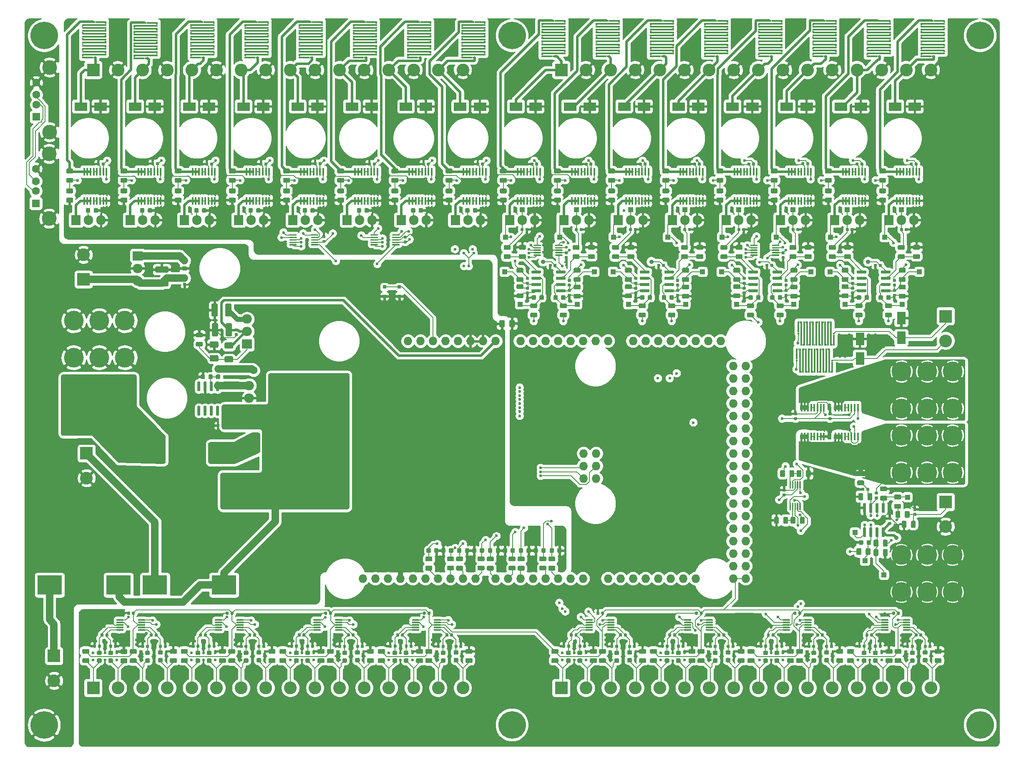
<source format=gbr>
G04 #@! TF.GenerationSoftware,KiCad,Pcbnew,(5.1.5)-3*
G04 #@! TF.CreationDate,2020-07-21T05:49:22-04:00*
G04 #@! TF.ProjectId,PCB,5043422e-6b69-4636-9164-5f7063625858,0*
G04 #@! TF.SameCoordinates,Original*
G04 #@! TF.FileFunction,Copper,L1,Top*
G04 #@! TF.FilePolarity,Positive*
%FSLAX46Y46*%
G04 Gerber Fmt 4.6, Leading zero omitted, Abs format (unit mm)*
G04 Created by KiCad (PCBNEW (5.1.5)-3) date 2020-07-21 05:49:22*
%MOMM*%
%LPD*%
G04 APERTURE LIST*
%ADD10C,4.000000*%
%ADD11O,1.727200X1.727200*%
%ADD12O,1.905000X2.000000*%
%ADD13R,1.905000X2.000000*%
%ADD14R,2.600000X2.600000*%
%ADD15C,2.600000*%
%ADD16R,1.270000X1.400000*%
%ADD17R,4.720000X4.800000*%
%ADD18C,0.100000*%
%ADD19C,5.600000*%
%ADD20O,2.000000X1.905000*%
%ADD21R,2.000000X1.905000*%
%ADD22R,1.000000X1.000000*%
%ADD23R,2.500000X1.800000*%
%ADD24R,1.800000X2.500000*%
%ADD25R,5.000000X4.000000*%
%ADD26C,3.000000*%
%ADD27R,1.600000X1.600000*%
%ADD28C,1.600000*%
%ADD29R,0.400000X0.400000*%
%ADD30R,2.300000X0.400000*%
%ADD31R,5.000000X0.400000*%
%ADD32R,0.400000X0.200000*%
%ADD33R,0.400000X5.000000*%
%ADD34R,0.200000X0.400000*%
%ADD35R,0.400000X2.300000*%
%ADD36R,0.700000X0.700000*%
%ADD37R,0.450000X1.500000*%
%ADD38C,0.600000*%
%ADD39C,0.900000*%
%ADD40C,1.500000*%
%ADD41C,1.000000*%
%ADD42C,0.200000*%
%ADD43C,0.500000*%
%ADD44C,0.254000*%
G04 APERTURE END LIST*
D10*
X305050000Y-145240000D03*
X305050000Y-152760000D03*
X310250000Y-145240000D03*
X310250000Y-152760000D03*
X315450000Y-145240000D03*
X315450000Y-152760000D03*
X305050000Y-158240000D03*
X305050000Y-165760000D03*
X310250000Y-158240000D03*
X310250000Y-165760000D03*
X315450000Y-158240000D03*
X315450000Y-165760000D03*
D11*
X240527000Y-166980000D03*
X273420000Y-144120000D03*
X270880000Y-144120000D03*
X273420000Y-146660000D03*
X270880000Y-146660000D03*
X273420000Y-149200000D03*
X270880000Y-149200000D03*
X273420000Y-151740000D03*
X270880000Y-151740000D03*
X273420000Y-154280000D03*
X270880000Y-154280000D03*
X273420000Y-156820000D03*
X270880000Y-156820000D03*
X273420000Y-159360000D03*
X270880000Y-159360000D03*
X273420000Y-161900000D03*
X270880000Y-161900000D03*
X273420000Y-164440000D03*
X270880000Y-164440000D03*
X273420000Y-166980000D03*
X270880000Y-166980000D03*
X273420000Y-169520000D03*
X270880000Y-169520000D03*
X273420000Y-172060000D03*
X270880000Y-172060000D03*
X273420000Y-174600000D03*
X270880000Y-174600000D03*
X273420000Y-177140000D03*
X270880000Y-177140000D03*
X273420000Y-179680000D03*
X270880000Y-179680000D03*
X273420000Y-182220000D03*
X270880000Y-182220000D03*
X273420000Y-184760000D03*
X270880000Y-184760000D03*
X273420000Y-187300000D03*
X270880000Y-187300000D03*
X268340000Y-139040000D03*
X265800000Y-139040000D03*
X263260000Y-139040000D03*
X260720000Y-139040000D03*
X258180000Y-139040000D03*
X255640000Y-139040000D03*
X253100000Y-139040000D03*
X250560000Y-139040000D03*
X245480000Y-139040000D03*
X242940000Y-139040000D03*
X240400000Y-139040000D03*
X237860000Y-139040000D03*
X235320000Y-139040000D03*
X232780000Y-139040000D03*
X230240000Y-139040000D03*
X204840000Y-139040000D03*
X210936000Y-187300000D03*
X208396000Y-187300000D03*
X205856000Y-187300000D03*
X200776000Y-187300000D03*
X198236000Y-187300000D03*
X195696000Y-187300000D03*
X213476000Y-187300000D03*
X216016000Y-187300000D03*
X218556000Y-187300000D03*
X203316000Y-187300000D03*
X222620000Y-187300000D03*
X225160000Y-187300000D03*
X227700000Y-187300000D03*
X230240000Y-187300000D03*
X232780000Y-187300000D03*
X235320000Y-187300000D03*
X237860000Y-187300000D03*
X240400000Y-187300000D03*
X245480000Y-187300000D03*
X248020000Y-187300000D03*
X250560000Y-187300000D03*
X253100000Y-187300000D03*
X255640000Y-187300000D03*
X258180000Y-187300000D03*
X260720000Y-187300000D03*
X263260000Y-187300000D03*
X207380000Y-139040000D03*
X209920000Y-139040000D03*
X212460000Y-139040000D03*
X215000000Y-139040000D03*
X217540000Y-139040000D03*
X220080000Y-139040000D03*
X222620000Y-139040000D03*
X227700000Y-139040000D03*
X243067000Y-166980000D03*
X240527000Y-164440000D03*
X243067000Y-164440000D03*
X243067000Y-161900000D03*
X240527000Y-161900000D03*
D12*
X153576000Y-114508000D03*
X151036000Y-114508000D03*
D13*
X148496000Y-114508000D03*
D12*
X186576000Y-114508000D03*
X184036000Y-114508000D03*
D13*
X181496000Y-114508000D03*
D12*
X241576000Y-114508000D03*
X239036000Y-114508000D03*
D13*
X236496000Y-114508000D03*
D12*
X197576000Y-114508000D03*
X195036000Y-114508000D03*
D13*
X192496000Y-114508000D03*
D12*
X252576000Y-114508000D03*
X250036000Y-114508000D03*
D13*
X247496000Y-114508000D03*
D14*
X141000000Y-209500000D03*
D15*
X146000000Y-209500000D03*
X151000000Y-209500000D03*
X156000000Y-209500000D03*
X161000000Y-209500000D03*
X166000000Y-209500000D03*
X171000000Y-209500000D03*
X176000000Y-209500000D03*
X181000000Y-209500000D03*
X186000000Y-209500000D03*
X191000000Y-209500000D03*
X196000000Y-209500000D03*
X201000000Y-209500000D03*
X206000000Y-209500000D03*
X211000000Y-209500000D03*
X216000000Y-209500000D03*
D16*
X174000000Y-158670000D03*
D17*
X177805000Y-159710000D03*
D16*
X174000000Y-160750000D03*
G04 #@! TA.AperFunction,SMDPad,CuDef*
D18*
G36*
X166369703Y-152200722D02*
G01*
X166384264Y-152202882D01*
X166398543Y-152206459D01*
X166412403Y-152211418D01*
X166425710Y-152217712D01*
X166438336Y-152225280D01*
X166450159Y-152234048D01*
X166461066Y-152243934D01*
X166470952Y-152254841D01*
X166479720Y-152266664D01*
X166487288Y-152279290D01*
X166493582Y-152292597D01*
X166498541Y-152306457D01*
X166502118Y-152320736D01*
X166504278Y-152335297D01*
X166505000Y-152350000D01*
X166505000Y-154000000D01*
X166504278Y-154014703D01*
X166502118Y-154029264D01*
X166498541Y-154043543D01*
X166493582Y-154057403D01*
X166487288Y-154070710D01*
X166479720Y-154083336D01*
X166470952Y-154095159D01*
X166461066Y-154106066D01*
X166450159Y-154115952D01*
X166438336Y-154124720D01*
X166425710Y-154132288D01*
X166412403Y-154138582D01*
X166398543Y-154143541D01*
X166384264Y-154147118D01*
X166369703Y-154149278D01*
X166355000Y-154150000D01*
X166055000Y-154150000D01*
X166040297Y-154149278D01*
X166025736Y-154147118D01*
X166011457Y-154143541D01*
X165997597Y-154138582D01*
X165984290Y-154132288D01*
X165971664Y-154124720D01*
X165959841Y-154115952D01*
X165948934Y-154106066D01*
X165939048Y-154095159D01*
X165930280Y-154083336D01*
X165922712Y-154070710D01*
X165916418Y-154057403D01*
X165911459Y-154043543D01*
X165907882Y-154029264D01*
X165905722Y-154014703D01*
X165905000Y-154000000D01*
X165905000Y-152350000D01*
X165905722Y-152335297D01*
X165907882Y-152320736D01*
X165911459Y-152306457D01*
X165916418Y-152292597D01*
X165922712Y-152279290D01*
X165930280Y-152266664D01*
X165939048Y-152254841D01*
X165948934Y-152243934D01*
X165959841Y-152234048D01*
X165971664Y-152225280D01*
X165984290Y-152217712D01*
X165997597Y-152211418D01*
X166011457Y-152206459D01*
X166025736Y-152202882D01*
X166040297Y-152200722D01*
X166055000Y-152200000D01*
X166355000Y-152200000D01*
X166369703Y-152200722D01*
G37*
G04 #@! TD.AperFunction*
G04 #@! TA.AperFunction,SMDPad,CuDef*
G36*
X165099703Y-152200722D02*
G01*
X165114264Y-152202882D01*
X165128543Y-152206459D01*
X165142403Y-152211418D01*
X165155710Y-152217712D01*
X165168336Y-152225280D01*
X165180159Y-152234048D01*
X165191066Y-152243934D01*
X165200952Y-152254841D01*
X165209720Y-152266664D01*
X165217288Y-152279290D01*
X165223582Y-152292597D01*
X165228541Y-152306457D01*
X165232118Y-152320736D01*
X165234278Y-152335297D01*
X165235000Y-152350000D01*
X165235000Y-154000000D01*
X165234278Y-154014703D01*
X165232118Y-154029264D01*
X165228541Y-154043543D01*
X165223582Y-154057403D01*
X165217288Y-154070710D01*
X165209720Y-154083336D01*
X165200952Y-154095159D01*
X165191066Y-154106066D01*
X165180159Y-154115952D01*
X165168336Y-154124720D01*
X165155710Y-154132288D01*
X165142403Y-154138582D01*
X165128543Y-154143541D01*
X165114264Y-154147118D01*
X165099703Y-154149278D01*
X165085000Y-154150000D01*
X164785000Y-154150000D01*
X164770297Y-154149278D01*
X164755736Y-154147118D01*
X164741457Y-154143541D01*
X164727597Y-154138582D01*
X164714290Y-154132288D01*
X164701664Y-154124720D01*
X164689841Y-154115952D01*
X164678934Y-154106066D01*
X164669048Y-154095159D01*
X164660280Y-154083336D01*
X164652712Y-154070710D01*
X164646418Y-154057403D01*
X164641459Y-154043543D01*
X164637882Y-154029264D01*
X164635722Y-154014703D01*
X164635000Y-154000000D01*
X164635000Y-152350000D01*
X164635722Y-152335297D01*
X164637882Y-152320736D01*
X164641459Y-152306457D01*
X164646418Y-152292597D01*
X164652712Y-152279290D01*
X164660280Y-152266664D01*
X164669048Y-152254841D01*
X164678934Y-152243934D01*
X164689841Y-152234048D01*
X164701664Y-152225280D01*
X164714290Y-152217712D01*
X164727597Y-152211418D01*
X164741457Y-152206459D01*
X164755736Y-152202882D01*
X164770297Y-152200722D01*
X164785000Y-152200000D01*
X165085000Y-152200000D01*
X165099703Y-152200722D01*
G37*
G04 #@! TD.AperFunction*
G04 #@! TA.AperFunction,SMDPad,CuDef*
G36*
X163829703Y-152200722D02*
G01*
X163844264Y-152202882D01*
X163858543Y-152206459D01*
X163872403Y-152211418D01*
X163885710Y-152217712D01*
X163898336Y-152225280D01*
X163910159Y-152234048D01*
X163921066Y-152243934D01*
X163930952Y-152254841D01*
X163939720Y-152266664D01*
X163947288Y-152279290D01*
X163953582Y-152292597D01*
X163958541Y-152306457D01*
X163962118Y-152320736D01*
X163964278Y-152335297D01*
X163965000Y-152350000D01*
X163965000Y-154000000D01*
X163964278Y-154014703D01*
X163962118Y-154029264D01*
X163958541Y-154043543D01*
X163953582Y-154057403D01*
X163947288Y-154070710D01*
X163939720Y-154083336D01*
X163930952Y-154095159D01*
X163921066Y-154106066D01*
X163910159Y-154115952D01*
X163898336Y-154124720D01*
X163885710Y-154132288D01*
X163872403Y-154138582D01*
X163858543Y-154143541D01*
X163844264Y-154147118D01*
X163829703Y-154149278D01*
X163815000Y-154150000D01*
X163515000Y-154150000D01*
X163500297Y-154149278D01*
X163485736Y-154147118D01*
X163471457Y-154143541D01*
X163457597Y-154138582D01*
X163444290Y-154132288D01*
X163431664Y-154124720D01*
X163419841Y-154115952D01*
X163408934Y-154106066D01*
X163399048Y-154095159D01*
X163390280Y-154083336D01*
X163382712Y-154070710D01*
X163376418Y-154057403D01*
X163371459Y-154043543D01*
X163367882Y-154029264D01*
X163365722Y-154014703D01*
X163365000Y-154000000D01*
X163365000Y-152350000D01*
X163365722Y-152335297D01*
X163367882Y-152320736D01*
X163371459Y-152306457D01*
X163376418Y-152292597D01*
X163382712Y-152279290D01*
X163390280Y-152266664D01*
X163399048Y-152254841D01*
X163408934Y-152243934D01*
X163419841Y-152234048D01*
X163431664Y-152225280D01*
X163444290Y-152217712D01*
X163457597Y-152211418D01*
X163471457Y-152206459D01*
X163485736Y-152202882D01*
X163500297Y-152200722D01*
X163515000Y-152200000D01*
X163815000Y-152200000D01*
X163829703Y-152200722D01*
G37*
G04 #@! TD.AperFunction*
G04 #@! TA.AperFunction,SMDPad,CuDef*
G36*
X162559703Y-152200722D02*
G01*
X162574264Y-152202882D01*
X162588543Y-152206459D01*
X162602403Y-152211418D01*
X162615710Y-152217712D01*
X162628336Y-152225280D01*
X162640159Y-152234048D01*
X162651066Y-152243934D01*
X162660952Y-152254841D01*
X162669720Y-152266664D01*
X162677288Y-152279290D01*
X162683582Y-152292597D01*
X162688541Y-152306457D01*
X162692118Y-152320736D01*
X162694278Y-152335297D01*
X162695000Y-152350000D01*
X162695000Y-154000000D01*
X162694278Y-154014703D01*
X162692118Y-154029264D01*
X162688541Y-154043543D01*
X162683582Y-154057403D01*
X162677288Y-154070710D01*
X162669720Y-154083336D01*
X162660952Y-154095159D01*
X162651066Y-154106066D01*
X162640159Y-154115952D01*
X162628336Y-154124720D01*
X162615710Y-154132288D01*
X162602403Y-154138582D01*
X162588543Y-154143541D01*
X162574264Y-154147118D01*
X162559703Y-154149278D01*
X162545000Y-154150000D01*
X162245000Y-154150000D01*
X162230297Y-154149278D01*
X162215736Y-154147118D01*
X162201457Y-154143541D01*
X162187597Y-154138582D01*
X162174290Y-154132288D01*
X162161664Y-154124720D01*
X162149841Y-154115952D01*
X162138934Y-154106066D01*
X162129048Y-154095159D01*
X162120280Y-154083336D01*
X162112712Y-154070710D01*
X162106418Y-154057403D01*
X162101459Y-154043543D01*
X162097882Y-154029264D01*
X162095722Y-154014703D01*
X162095000Y-154000000D01*
X162095000Y-152350000D01*
X162095722Y-152335297D01*
X162097882Y-152320736D01*
X162101459Y-152306457D01*
X162106418Y-152292597D01*
X162112712Y-152279290D01*
X162120280Y-152266664D01*
X162129048Y-152254841D01*
X162138934Y-152243934D01*
X162149841Y-152234048D01*
X162161664Y-152225280D01*
X162174290Y-152217712D01*
X162187597Y-152211418D01*
X162201457Y-152206459D01*
X162215736Y-152202882D01*
X162230297Y-152200722D01*
X162245000Y-152200000D01*
X162545000Y-152200000D01*
X162559703Y-152200722D01*
G37*
G04 #@! TD.AperFunction*
G04 #@! TA.AperFunction,SMDPad,CuDef*
G36*
X162559703Y-147250722D02*
G01*
X162574264Y-147252882D01*
X162588543Y-147256459D01*
X162602403Y-147261418D01*
X162615710Y-147267712D01*
X162628336Y-147275280D01*
X162640159Y-147284048D01*
X162651066Y-147293934D01*
X162660952Y-147304841D01*
X162669720Y-147316664D01*
X162677288Y-147329290D01*
X162683582Y-147342597D01*
X162688541Y-147356457D01*
X162692118Y-147370736D01*
X162694278Y-147385297D01*
X162695000Y-147400000D01*
X162695000Y-149050000D01*
X162694278Y-149064703D01*
X162692118Y-149079264D01*
X162688541Y-149093543D01*
X162683582Y-149107403D01*
X162677288Y-149120710D01*
X162669720Y-149133336D01*
X162660952Y-149145159D01*
X162651066Y-149156066D01*
X162640159Y-149165952D01*
X162628336Y-149174720D01*
X162615710Y-149182288D01*
X162602403Y-149188582D01*
X162588543Y-149193541D01*
X162574264Y-149197118D01*
X162559703Y-149199278D01*
X162545000Y-149200000D01*
X162245000Y-149200000D01*
X162230297Y-149199278D01*
X162215736Y-149197118D01*
X162201457Y-149193541D01*
X162187597Y-149188582D01*
X162174290Y-149182288D01*
X162161664Y-149174720D01*
X162149841Y-149165952D01*
X162138934Y-149156066D01*
X162129048Y-149145159D01*
X162120280Y-149133336D01*
X162112712Y-149120710D01*
X162106418Y-149107403D01*
X162101459Y-149093543D01*
X162097882Y-149079264D01*
X162095722Y-149064703D01*
X162095000Y-149050000D01*
X162095000Y-147400000D01*
X162095722Y-147385297D01*
X162097882Y-147370736D01*
X162101459Y-147356457D01*
X162106418Y-147342597D01*
X162112712Y-147329290D01*
X162120280Y-147316664D01*
X162129048Y-147304841D01*
X162138934Y-147293934D01*
X162149841Y-147284048D01*
X162161664Y-147275280D01*
X162174290Y-147267712D01*
X162187597Y-147261418D01*
X162201457Y-147256459D01*
X162215736Y-147252882D01*
X162230297Y-147250722D01*
X162245000Y-147250000D01*
X162545000Y-147250000D01*
X162559703Y-147250722D01*
G37*
G04 #@! TD.AperFunction*
G04 #@! TA.AperFunction,SMDPad,CuDef*
G36*
X163829703Y-147250722D02*
G01*
X163844264Y-147252882D01*
X163858543Y-147256459D01*
X163872403Y-147261418D01*
X163885710Y-147267712D01*
X163898336Y-147275280D01*
X163910159Y-147284048D01*
X163921066Y-147293934D01*
X163930952Y-147304841D01*
X163939720Y-147316664D01*
X163947288Y-147329290D01*
X163953582Y-147342597D01*
X163958541Y-147356457D01*
X163962118Y-147370736D01*
X163964278Y-147385297D01*
X163965000Y-147400000D01*
X163965000Y-149050000D01*
X163964278Y-149064703D01*
X163962118Y-149079264D01*
X163958541Y-149093543D01*
X163953582Y-149107403D01*
X163947288Y-149120710D01*
X163939720Y-149133336D01*
X163930952Y-149145159D01*
X163921066Y-149156066D01*
X163910159Y-149165952D01*
X163898336Y-149174720D01*
X163885710Y-149182288D01*
X163872403Y-149188582D01*
X163858543Y-149193541D01*
X163844264Y-149197118D01*
X163829703Y-149199278D01*
X163815000Y-149200000D01*
X163515000Y-149200000D01*
X163500297Y-149199278D01*
X163485736Y-149197118D01*
X163471457Y-149193541D01*
X163457597Y-149188582D01*
X163444290Y-149182288D01*
X163431664Y-149174720D01*
X163419841Y-149165952D01*
X163408934Y-149156066D01*
X163399048Y-149145159D01*
X163390280Y-149133336D01*
X163382712Y-149120710D01*
X163376418Y-149107403D01*
X163371459Y-149093543D01*
X163367882Y-149079264D01*
X163365722Y-149064703D01*
X163365000Y-149050000D01*
X163365000Y-147400000D01*
X163365722Y-147385297D01*
X163367882Y-147370736D01*
X163371459Y-147356457D01*
X163376418Y-147342597D01*
X163382712Y-147329290D01*
X163390280Y-147316664D01*
X163399048Y-147304841D01*
X163408934Y-147293934D01*
X163419841Y-147284048D01*
X163431664Y-147275280D01*
X163444290Y-147267712D01*
X163457597Y-147261418D01*
X163471457Y-147256459D01*
X163485736Y-147252882D01*
X163500297Y-147250722D01*
X163515000Y-147250000D01*
X163815000Y-147250000D01*
X163829703Y-147250722D01*
G37*
G04 #@! TD.AperFunction*
G04 #@! TA.AperFunction,SMDPad,CuDef*
G36*
X165099703Y-147250722D02*
G01*
X165114264Y-147252882D01*
X165128543Y-147256459D01*
X165142403Y-147261418D01*
X165155710Y-147267712D01*
X165168336Y-147275280D01*
X165180159Y-147284048D01*
X165191066Y-147293934D01*
X165200952Y-147304841D01*
X165209720Y-147316664D01*
X165217288Y-147329290D01*
X165223582Y-147342597D01*
X165228541Y-147356457D01*
X165232118Y-147370736D01*
X165234278Y-147385297D01*
X165235000Y-147400000D01*
X165235000Y-149050000D01*
X165234278Y-149064703D01*
X165232118Y-149079264D01*
X165228541Y-149093543D01*
X165223582Y-149107403D01*
X165217288Y-149120710D01*
X165209720Y-149133336D01*
X165200952Y-149145159D01*
X165191066Y-149156066D01*
X165180159Y-149165952D01*
X165168336Y-149174720D01*
X165155710Y-149182288D01*
X165142403Y-149188582D01*
X165128543Y-149193541D01*
X165114264Y-149197118D01*
X165099703Y-149199278D01*
X165085000Y-149200000D01*
X164785000Y-149200000D01*
X164770297Y-149199278D01*
X164755736Y-149197118D01*
X164741457Y-149193541D01*
X164727597Y-149188582D01*
X164714290Y-149182288D01*
X164701664Y-149174720D01*
X164689841Y-149165952D01*
X164678934Y-149156066D01*
X164669048Y-149145159D01*
X164660280Y-149133336D01*
X164652712Y-149120710D01*
X164646418Y-149107403D01*
X164641459Y-149093543D01*
X164637882Y-149079264D01*
X164635722Y-149064703D01*
X164635000Y-149050000D01*
X164635000Y-147400000D01*
X164635722Y-147385297D01*
X164637882Y-147370736D01*
X164641459Y-147356457D01*
X164646418Y-147342597D01*
X164652712Y-147329290D01*
X164660280Y-147316664D01*
X164669048Y-147304841D01*
X164678934Y-147293934D01*
X164689841Y-147284048D01*
X164701664Y-147275280D01*
X164714290Y-147267712D01*
X164727597Y-147261418D01*
X164741457Y-147256459D01*
X164755736Y-147252882D01*
X164770297Y-147250722D01*
X164785000Y-147250000D01*
X165085000Y-147250000D01*
X165099703Y-147250722D01*
G37*
G04 #@! TD.AperFunction*
G04 #@! TA.AperFunction,SMDPad,CuDef*
G36*
X166369703Y-147250722D02*
G01*
X166384264Y-147252882D01*
X166398543Y-147256459D01*
X166412403Y-147261418D01*
X166425710Y-147267712D01*
X166438336Y-147275280D01*
X166450159Y-147284048D01*
X166461066Y-147293934D01*
X166470952Y-147304841D01*
X166479720Y-147316664D01*
X166487288Y-147329290D01*
X166493582Y-147342597D01*
X166498541Y-147356457D01*
X166502118Y-147370736D01*
X166504278Y-147385297D01*
X166505000Y-147400000D01*
X166505000Y-149050000D01*
X166504278Y-149064703D01*
X166502118Y-149079264D01*
X166498541Y-149093543D01*
X166493582Y-149107403D01*
X166487288Y-149120710D01*
X166479720Y-149133336D01*
X166470952Y-149145159D01*
X166461066Y-149156066D01*
X166450159Y-149165952D01*
X166438336Y-149174720D01*
X166425710Y-149182288D01*
X166412403Y-149188582D01*
X166398543Y-149193541D01*
X166384264Y-149197118D01*
X166369703Y-149199278D01*
X166355000Y-149200000D01*
X166055000Y-149200000D01*
X166040297Y-149199278D01*
X166025736Y-149197118D01*
X166011457Y-149193541D01*
X165997597Y-149188582D01*
X165984290Y-149182288D01*
X165971664Y-149174720D01*
X165959841Y-149165952D01*
X165948934Y-149156066D01*
X165939048Y-149145159D01*
X165930280Y-149133336D01*
X165922712Y-149120710D01*
X165916418Y-149107403D01*
X165911459Y-149093543D01*
X165907882Y-149079264D01*
X165905722Y-149064703D01*
X165905000Y-149050000D01*
X165905000Y-147400000D01*
X165905722Y-147385297D01*
X165907882Y-147370736D01*
X165911459Y-147356457D01*
X165916418Y-147342597D01*
X165922712Y-147329290D01*
X165930280Y-147316664D01*
X165939048Y-147304841D01*
X165948934Y-147293934D01*
X165959841Y-147284048D01*
X165971664Y-147275280D01*
X165984290Y-147267712D01*
X165997597Y-147261418D01*
X166011457Y-147256459D01*
X166025736Y-147252882D01*
X166040297Y-147250722D01*
X166055000Y-147250000D01*
X166355000Y-147250000D01*
X166369703Y-147250722D01*
G37*
G04 #@! TD.AperFunction*
D19*
X226000000Y-217000000D03*
X321000000Y-217000000D03*
X321000000Y-77000000D03*
X226000000Y-77000000D03*
X131000000Y-77000000D03*
X131000000Y-217000000D03*
G04 #@! TA.AperFunction,SMDPad,CuDef*
D18*
G36*
X165999504Y-131426204D02*
G01*
X166023773Y-131429804D01*
X166047571Y-131435765D01*
X166070671Y-131444030D01*
X166092849Y-131454520D01*
X166113893Y-131467133D01*
X166133598Y-131481747D01*
X166151777Y-131498223D01*
X166168253Y-131516402D01*
X166182867Y-131536107D01*
X166195480Y-131557151D01*
X166205970Y-131579329D01*
X166214235Y-131602429D01*
X166220196Y-131626227D01*
X166223796Y-131650496D01*
X166225000Y-131675000D01*
X166225000Y-133825000D01*
X166223796Y-133849504D01*
X166220196Y-133873773D01*
X166214235Y-133897571D01*
X166205970Y-133920671D01*
X166195480Y-133942849D01*
X166182867Y-133963893D01*
X166168253Y-133983598D01*
X166151777Y-134001777D01*
X166133598Y-134018253D01*
X166113893Y-134032867D01*
X166092849Y-134045480D01*
X166070671Y-134055970D01*
X166047571Y-134064235D01*
X166023773Y-134070196D01*
X165999504Y-134073796D01*
X165975000Y-134075000D01*
X165225000Y-134075000D01*
X165200496Y-134073796D01*
X165176227Y-134070196D01*
X165152429Y-134064235D01*
X165129329Y-134055970D01*
X165107151Y-134045480D01*
X165086107Y-134032867D01*
X165066402Y-134018253D01*
X165048223Y-134001777D01*
X165031747Y-133983598D01*
X165017133Y-133963893D01*
X165004520Y-133942849D01*
X164994030Y-133920671D01*
X164985765Y-133897571D01*
X164979804Y-133873773D01*
X164976204Y-133849504D01*
X164975000Y-133825000D01*
X164975000Y-131675000D01*
X164976204Y-131650496D01*
X164979804Y-131626227D01*
X164985765Y-131602429D01*
X164994030Y-131579329D01*
X165004520Y-131557151D01*
X165017133Y-131536107D01*
X165031747Y-131516402D01*
X165048223Y-131498223D01*
X165066402Y-131481747D01*
X165086107Y-131467133D01*
X165107151Y-131454520D01*
X165129329Y-131444030D01*
X165152429Y-131435765D01*
X165176227Y-131429804D01*
X165200496Y-131426204D01*
X165225000Y-131425000D01*
X165975000Y-131425000D01*
X165999504Y-131426204D01*
G37*
G04 #@! TD.AperFunction*
G04 #@! TA.AperFunction,SMDPad,CuDef*
G36*
X168799504Y-131426204D02*
G01*
X168823773Y-131429804D01*
X168847571Y-131435765D01*
X168870671Y-131444030D01*
X168892849Y-131454520D01*
X168913893Y-131467133D01*
X168933598Y-131481747D01*
X168951777Y-131498223D01*
X168968253Y-131516402D01*
X168982867Y-131536107D01*
X168995480Y-131557151D01*
X169005970Y-131579329D01*
X169014235Y-131602429D01*
X169020196Y-131626227D01*
X169023796Y-131650496D01*
X169025000Y-131675000D01*
X169025000Y-133825000D01*
X169023796Y-133849504D01*
X169020196Y-133873773D01*
X169014235Y-133897571D01*
X169005970Y-133920671D01*
X168995480Y-133942849D01*
X168982867Y-133963893D01*
X168968253Y-133983598D01*
X168951777Y-134001777D01*
X168933598Y-134018253D01*
X168913893Y-134032867D01*
X168892849Y-134045480D01*
X168870671Y-134055970D01*
X168847571Y-134064235D01*
X168823773Y-134070196D01*
X168799504Y-134073796D01*
X168775000Y-134075000D01*
X168025000Y-134075000D01*
X168000496Y-134073796D01*
X167976227Y-134070196D01*
X167952429Y-134064235D01*
X167929329Y-134055970D01*
X167907151Y-134045480D01*
X167886107Y-134032867D01*
X167866402Y-134018253D01*
X167848223Y-134001777D01*
X167831747Y-133983598D01*
X167817133Y-133963893D01*
X167804520Y-133942849D01*
X167794030Y-133920671D01*
X167785765Y-133897571D01*
X167779804Y-133873773D01*
X167776204Y-133849504D01*
X167775000Y-133825000D01*
X167775000Y-131675000D01*
X167776204Y-131650496D01*
X167779804Y-131626227D01*
X167785765Y-131602429D01*
X167794030Y-131579329D01*
X167804520Y-131557151D01*
X167817133Y-131536107D01*
X167831747Y-131516402D01*
X167848223Y-131498223D01*
X167866402Y-131481747D01*
X167886107Y-131467133D01*
X167907151Y-131454520D01*
X167929329Y-131444030D01*
X167952429Y-131435765D01*
X167976227Y-131429804D01*
X168000496Y-131426204D01*
X168025000Y-131425000D01*
X168775000Y-131425000D01*
X168799504Y-131426204D01*
G37*
G04 #@! TD.AperFunction*
G04 #@! TA.AperFunction,SMDPad,CuDef*
G36*
X303786958Y-128470710D02*
G01*
X303801276Y-128472834D01*
X303815317Y-128476351D01*
X303828946Y-128481228D01*
X303842031Y-128487417D01*
X303854447Y-128494858D01*
X303866073Y-128503481D01*
X303876798Y-128513202D01*
X303886519Y-128523927D01*
X303895142Y-128535553D01*
X303902583Y-128547969D01*
X303908772Y-128561054D01*
X303913649Y-128574683D01*
X303917166Y-128588724D01*
X303919290Y-128603042D01*
X303920000Y-128617500D01*
X303920000Y-128912500D01*
X303919290Y-128926958D01*
X303917166Y-128941276D01*
X303913649Y-128955317D01*
X303908772Y-128968946D01*
X303902583Y-128982031D01*
X303895142Y-128994447D01*
X303886519Y-129006073D01*
X303876798Y-129016798D01*
X303866073Y-129026519D01*
X303854447Y-129035142D01*
X303842031Y-129042583D01*
X303828946Y-129048772D01*
X303815317Y-129053649D01*
X303801276Y-129057166D01*
X303786958Y-129059290D01*
X303772500Y-129060000D01*
X303427500Y-129060000D01*
X303413042Y-129059290D01*
X303398724Y-129057166D01*
X303384683Y-129053649D01*
X303371054Y-129048772D01*
X303357969Y-129042583D01*
X303345553Y-129035142D01*
X303333927Y-129026519D01*
X303323202Y-129016798D01*
X303313481Y-129006073D01*
X303304858Y-128994447D01*
X303297417Y-128982031D01*
X303291228Y-128968946D01*
X303286351Y-128955317D01*
X303282834Y-128941276D01*
X303280710Y-128926958D01*
X303280000Y-128912500D01*
X303280000Y-128617500D01*
X303280710Y-128603042D01*
X303282834Y-128588724D01*
X303286351Y-128574683D01*
X303291228Y-128561054D01*
X303297417Y-128547969D01*
X303304858Y-128535553D01*
X303313481Y-128523927D01*
X303323202Y-128513202D01*
X303333927Y-128503481D01*
X303345553Y-128494858D01*
X303357969Y-128487417D01*
X303371054Y-128481228D01*
X303384683Y-128476351D01*
X303398724Y-128472834D01*
X303413042Y-128470710D01*
X303427500Y-128470000D01*
X303772500Y-128470000D01*
X303786958Y-128470710D01*
G37*
G04 #@! TD.AperFunction*
G04 #@! TA.AperFunction,SMDPad,CuDef*
G36*
X303786958Y-129440710D02*
G01*
X303801276Y-129442834D01*
X303815317Y-129446351D01*
X303828946Y-129451228D01*
X303842031Y-129457417D01*
X303854447Y-129464858D01*
X303866073Y-129473481D01*
X303876798Y-129483202D01*
X303886519Y-129493927D01*
X303895142Y-129505553D01*
X303902583Y-129517969D01*
X303908772Y-129531054D01*
X303913649Y-129544683D01*
X303917166Y-129558724D01*
X303919290Y-129573042D01*
X303920000Y-129587500D01*
X303920000Y-129882500D01*
X303919290Y-129896958D01*
X303917166Y-129911276D01*
X303913649Y-129925317D01*
X303908772Y-129938946D01*
X303902583Y-129952031D01*
X303895142Y-129964447D01*
X303886519Y-129976073D01*
X303876798Y-129986798D01*
X303866073Y-129996519D01*
X303854447Y-130005142D01*
X303842031Y-130012583D01*
X303828946Y-130018772D01*
X303815317Y-130023649D01*
X303801276Y-130027166D01*
X303786958Y-130029290D01*
X303772500Y-130030000D01*
X303427500Y-130030000D01*
X303413042Y-130029290D01*
X303398724Y-130027166D01*
X303384683Y-130023649D01*
X303371054Y-130018772D01*
X303357969Y-130012583D01*
X303345553Y-130005142D01*
X303333927Y-129996519D01*
X303323202Y-129986798D01*
X303313481Y-129976073D01*
X303304858Y-129964447D01*
X303297417Y-129952031D01*
X303291228Y-129938946D01*
X303286351Y-129925317D01*
X303282834Y-129911276D01*
X303280710Y-129896958D01*
X303280000Y-129882500D01*
X303280000Y-129587500D01*
X303280710Y-129573042D01*
X303282834Y-129558724D01*
X303286351Y-129544683D01*
X303291228Y-129531054D01*
X303297417Y-129517969D01*
X303304858Y-129505553D01*
X303313481Y-129493927D01*
X303323202Y-129483202D01*
X303333927Y-129473481D01*
X303345553Y-129464858D01*
X303357969Y-129457417D01*
X303371054Y-129451228D01*
X303384683Y-129446351D01*
X303398724Y-129442834D01*
X303413042Y-129440710D01*
X303427500Y-129440000D01*
X303772500Y-129440000D01*
X303786958Y-129440710D01*
G37*
G04 #@! TD.AperFunction*
G04 #@! TA.AperFunction,SMDPad,CuDef*
G36*
X281786958Y-128470710D02*
G01*
X281801276Y-128472834D01*
X281815317Y-128476351D01*
X281828946Y-128481228D01*
X281842031Y-128487417D01*
X281854447Y-128494858D01*
X281866073Y-128503481D01*
X281876798Y-128513202D01*
X281886519Y-128523927D01*
X281895142Y-128535553D01*
X281902583Y-128547969D01*
X281908772Y-128561054D01*
X281913649Y-128574683D01*
X281917166Y-128588724D01*
X281919290Y-128603042D01*
X281920000Y-128617500D01*
X281920000Y-128912500D01*
X281919290Y-128926958D01*
X281917166Y-128941276D01*
X281913649Y-128955317D01*
X281908772Y-128968946D01*
X281902583Y-128982031D01*
X281895142Y-128994447D01*
X281886519Y-129006073D01*
X281876798Y-129016798D01*
X281866073Y-129026519D01*
X281854447Y-129035142D01*
X281842031Y-129042583D01*
X281828946Y-129048772D01*
X281815317Y-129053649D01*
X281801276Y-129057166D01*
X281786958Y-129059290D01*
X281772500Y-129060000D01*
X281427500Y-129060000D01*
X281413042Y-129059290D01*
X281398724Y-129057166D01*
X281384683Y-129053649D01*
X281371054Y-129048772D01*
X281357969Y-129042583D01*
X281345553Y-129035142D01*
X281333927Y-129026519D01*
X281323202Y-129016798D01*
X281313481Y-129006073D01*
X281304858Y-128994447D01*
X281297417Y-128982031D01*
X281291228Y-128968946D01*
X281286351Y-128955317D01*
X281282834Y-128941276D01*
X281280710Y-128926958D01*
X281280000Y-128912500D01*
X281280000Y-128617500D01*
X281280710Y-128603042D01*
X281282834Y-128588724D01*
X281286351Y-128574683D01*
X281291228Y-128561054D01*
X281297417Y-128547969D01*
X281304858Y-128535553D01*
X281313481Y-128523927D01*
X281323202Y-128513202D01*
X281333927Y-128503481D01*
X281345553Y-128494858D01*
X281357969Y-128487417D01*
X281371054Y-128481228D01*
X281384683Y-128476351D01*
X281398724Y-128472834D01*
X281413042Y-128470710D01*
X281427500Y-128470000D01*
X281772500Y-128470000D01*
X281786958Y-128470710D01*
G37*
G04 #@! TD.AperFunction*
G04 #@! TA.AperFunction,SMDPad,CuDef*
G36*
X281786958Y-129440710D02*
G01*
X281801276Y-129442834D01*
X281815317Y-129446351D01*
X281828946Y-129451228D01*
X281842031Y-129457417D01*
X281854447Y-129464858D01*
X281866073Y-129473481D01*
X281876798Y-129483202D01*
X281886519Y-129493927D01*
X281895142Y-129505553D01*
X281902583Y-129517969D01*
X281908772Y-129531054D01*
X281913649Y-129544683D01*
X281917166Y-129558724D01*
X281919290Y-129573042D01*
X281920000Y-129587500D01*
X281920000Y-129882500D01*
X281919290Y-129896958D01*
X281917166Y-129911276D01*
X281913649Y-129925317D01*
X281908772Y-129938946D01*
X281902583Y-129952031D01*
X281895142Y-129964447D01*
X281886519Y-129976073D01*
X281876798Y-129986798D01*
X281866073Y-129996519D01*
X281854447Y-130005142D01*
X281842031Y-130012583D01*
X281828946Y-130018772D01*
X281815317Y-130023649D01*
X281801276Y-130027166D01*
X281786958Y-130029290D01*
X281772500Y-130030000D01*
X281427500Y-130030000D01*
X281413042Y-130029290D01*
X281398724Y-130027166D01*
X281384683Y-130023649D01*
X281371054Y-130018772D01*
X281357969Y-130012583D01*
X281345553Y-130005142D01*
X281333927Y-129996519D01*
X281323202Y-129986798D01*
X281313481Y-129976073D01*
X281304858Y-129964447D01*
X281297417Y-129952031D01*
X281291228Y-129938946D01*
X281286351Y-129925317D01*
X281282834Y-129911276D01*
X281280710Y-129896958D01*
X281280000Y-129882500D01*
X281280000Y-129587500D01*
X281280710Y-129573042D01*
X281282834Y-129558724D01*
X281286351Y-129544683D01*
X281291228Y-129531054D01*
X281297417Y-129517969D01*
X281304858Y-129505553D01*
X281313481Y-129493927D01*
X281323202Y-129483202D01*
X281333927Y-129473481D01*
X281345553Y-129464858D01*
X281357969Y-129457417D01*
X281371054Y-129451228D01*
X281384683Y-129446351D01*
X281398724Y-129442834D01*
X281413042Y-129440710D01*
X281427500Y-129440000D01*
X281772500Y-129440000D01*
X281786958Y-129440710D01*
G37*
G04 #@! TD.AperFunction*
G04 #@! TA.AperFunction,SMDPad,CuDef*
G36*
X259786958Y-128470710D02*
G01*
X259801276Y-128472834D01*
X259815317Y-128476351D01*
X259828946Y-128481228D01*
X259842031Y-128487417D01*
X259854447Y-128494858D01*
X259866073Y-128503481D01*
X259876798Y-128513202D01*
X259886519Y-128523927D01*
X259895142Y-128535553D01*
X259902583Y-128547969D01*
X259908772Y-128561054D01*
X259913649Y-128574683D01*
X259917166Y-128588724D01*
X259919290Y-128603042D01*
X259920000Y-128617500D01*
X259920000Y-128912500D01*
X259919290Y-128926958D01*
X259917166Y-128941276D01*
X259913649Y-128955317D01*
X259908772Y-128968946D01*
X259902583Y-128982031D01*
X259895142Y-128994447D01*
X259886519Y-129006073D01*
X259876798Y-129016798D01*
X259866073Y-129026519D01*
X259854447Y-129035142D01*
X259842031Y-129042583D01*
X259828946Y-129048772D01*
X259815317Y-129053649D01*
X259801276Y-129057166D01*
X259786958Y-129059290D01*
X259772500Y-129060000D01*
X259427500Y-129060000D01*
X259413042Y-129059290D01*
X259398724Y-129057166D01*
X259384683Y-129053649D01*
X259371054Y-129048772D01*
X259357969Y-129042583D01*
X259345553Y-129035142D01*
X259333927Y-129026519D01*
X259323202Y-129016798D01*
X259313481Y-129006073D01*
X259304858Y-128994447D01*
X259297417Y-128982031D01*
X259291228Y-128968946D01*
X259286351Y-128955317D01*
X259282834Y-128941276D01*
X259280710Y-128926958D01*
X259280000Y-128912500D01*
X259280000Y-128617500D01*
X259280710Y-128603042D01*
X259282834Y-128588724D01*
X259286351Y-128574683D01*
X259291228Y-128561054D01*
X259297417Y-128547969D01*
X259304858Y-128535553D01*
X259313481Y-128523927D01*
X259323202Y-128513202D01*
X259333927Y-128503481D01*
X259345553Y-128494858D01*
X259357969Y-128487417D01*
X259371054Y-128481228D01*
X259384683Y-128476351D01*
X259398724Y-128472834D01*
X259413042Y-128470710D01*
X259427500Y-128470000D01*
X259772500Y-128470000D01*
X259786958Y-128470710D01*
G37*
G04 #@! TD.AperFunction*
G04 #@! TA.AperFunction,SMDPad,CuDef*
G36*
X259786958Y-129440710D02*
G01*
X259801276Y-129442834D01*
X259815317Y-129446351D01*
X259828946Y-129451228D01*
X259842031Y-129457417D01*
X259854447Y-129464858D01*
X259866073Y-129473481D01*
X259876798Y-129483202D01*
X259886519Y-129493927D01*
X259895142Y-129505553D01*
X259902583Y-129517969D01*
X259908772Y-129531054D01*
X259913649Y-129544683D01*
X259917166Y-129558724D01*
X259919290Y-129573042D01*
X259920000Y-129587500D01*
X259920000Y-129882500D01*
X259919290Y-129896958D01*
X259917166Y-129911276D01*
X259913649Y-129925317D01*
X259908772Y-129938946D01*
X259902583Y-129952031D01*
X259895142Y-129964447D01*
X259886519Y-129976073D01*
X259876798Y-129986798D01*
X259866073Y-129996519D01*
X259854447Y-130005142D01*
X259842031Y-130012583D01*
X259828946Y-130018772D01*
X259815317Y-130023649D01*
X259801276Y-130027166D01*
X259786958Y-130029290D01*
X259772500Y-130030000D01*
X259427500Y-130030000D01*
X259413042Y-130029290D01*
X259398724Y-130027166D01*
X259384683Y-130023649D01*
X259371054Y-130018772D01*
X259357969Y-130012583D01*
X259345553Y-130005142D01*
X259333927Y-129996519D01*
X259323202Y-129986798D01*
X259313481Y-129976073D01*
X259304858Y-129964447D01*
X259297417Y-129952031D01*
X259291228Y-129938946D01*
X259286351Y-129925317D01*
X259282834Y-129911276D01*
X259280710Y-129896958D01*
X259280000Y-129882500D01*
X259280000Y-129587500D01*
X259280710Y-129573042D01*
X259282834Y-129558724D01*
X259286351Y-129544683D01*
X259291228Y-129531054D01*
X259297417Y-129517969D01*
X259304858Y-129505553D01*
X259313481Y-129493927D01*
X259323202Y-129483202D01*
X259333927Y-129473481D01*
X259345553Y-129464858D01*
X259357969Y-129457417D01*
X259371054Y-129451228D01*
X259384683Y-129446351D01*
X259398724Y-129442834D01*
X259413042Y-129440710D01*
X259427500Y-129440000D01*
X259772500Y-129440000D01*
X259786958Y-129440710D01*
G37*
G04 #@! TD.AperFunction*
G04 #@! TA.AperFunction,SMDPad,CuDef*
G36*
X237786958Y-128470710D02*
G01*
X237801276Y-128472834D01*
X237815317Y-128476351D01*
X237828946Y-128481228D01*
X237842031Y-128487417D01*
X237854447Y-128494858D01*
X237866073Y-128503481D01*
X237876798Y-128513202D01*
X237886519Y-128523927D01*
X237895142Y-128535553D01*
X237902583Y-128547969D01*
X237908772Y-128561054D01*
X237913649Y-128574683D01*
X237917166Y-128588724D01*
X237919290Y-128603042D01*
X237920000Y-128617500D01*
X237920000Y-128912500D01*
X237919290Y-128926958D01*
X237917166Y-128941276D01*
X237913649Y-128955317D01*
X237908772Y-128968946D01*
X237902583Y-128982031D01*
X237895142Y-128994447D01*
X237886519Y-129006073D01*
X237876798Y-129016798D01*
X237866073Y-129026519D01*
X237854447Y-129035142D01*
X237842031Y-129042583D01*
X237828946Y-129048772D01*
X237815317Y-129053649D01*
X237801276Y-129057166D01*
X237786958Y-129059290D01*
X237772500Y-129060000D01*
X237427500Y-129060000D01*
X237413042Y-129059290D01*
X237398724Y-129057166D01*
X237384683Y-129053649D01*
X237371054Y-129048772D01*
X237357969Y-129042583D01*
X237345553Y-129035142D01*
X237333927Y-129026519D01*
X237323202Y-129016798D01*
X237313481Y-129006073D01*
X237304858Y-128994447D01*
X237297417Y-128982031D01*
X237291228Y-128968946D01*
X237286351Y-128955317D01*
X237282834Y-128941276D01*
X237280710Y-128926958D01*
X237280000Y-128912500D01*
X237280000Y-128617500D01*
X237280710Y-128603042D01*
X237282834Y-128588724D01*
X237286351Y-128574683D01*
X237291228Y-128561054D01*
X237297417Y-128547969D01*
X237304858Y-128535553D01*
X237313481Y-128523927D01*
X237323202Y-128513202D01*
X237333927Y-128503481D01*
X237345553Y-128494858D01*
X237357969Y-128487417D01*
X237371054Y-128481228D01*
X237384683Y-128476351D01*
X237398724Y-128472834D01*
X237413042Y-128470710D01*
X237427500Y-128470000D01*
X237772500Y-128470000D01*
X237786958Y-128470710D01*
G37*
G04 #@! TD.AperFunction*
G04 #@! TA.AperFunction,SMDPad,CuDef*
G36*
X237786958Y-129440710D02*
G01*
X237801276Y-129442834D01*
X237815317Y-129446351D01*
X237828946Y-129451228D01*
X237842031Y-129457417D01*
X237854447Y-129464858D01*
X237866073Y-129473481D01*
X237876798Y-129483202D01*
X237886519Y-129493927D01*
X237895142Y-129505553D01*
X237902583Y-129517969D01*
X237908772Y-129531054D01*
X237913649Y-129544683D01*
X237917166Y-129558724D01*
X237919290Y-129573042D01*
X237920000Y-129587500D01*
X237920000Y-129882500D01*
X237919290Y-129896958D01*
X237917166Y-129911276D01*
X237913649Y-129925317D01*
X237908772Y-129938946D01*
X237902583Y-129952031D01*
X237895142Y-129964447D01*
X237886519Y-129976073D01*
X237876798Y-129986798D01*
X237866073Y-129996519D01*
X237854447Y-130005142D01*
X237842031Y-130012583D01*
X237828946Y-130018772D01*
X237815317Y-130023649D01*
X237801276Y-130027166D01*
X237786958Y-130029290D01*
X237772500Y-130030000D01*
X237427500Y-130030000D01*
X237413042Y-130029290D01*
X237398724Y-130027166D01*
X237384683Y-130023649D01*
X237371054Y-130018772D01*
X237357969Y-130012583D01*
X237345553Y-130005142D01*
X237333927Y-129996519D01*
X237323202Y-129986798D01*
X237313481Y-129976073D01*
X237304858Y-129964447D01*
X237297417Y-129952031D01*
X237291228Y-129938946D01*
X237286351Y-129925317D01*
X237282834Y-129911276D01*
X237280710Y-129896958D01*
X237280000Y-129882500D01*
X237280000Y-129587500D01*
X237280710Y-129573042D01*
X237282834Y-129558724D01*
X237286351Y-129544683D01*
X237291228Y-129531054D01*
X237297417Y-129517969D01*
X237304858Y-129505553D01*
X237313481Y-129493927D01*
X237323202Y-129483202D01*
X237333927Y-129473481D01*
X237345553Y-129464858D01*
X237357969Y-129457417D01*
X237371054Y-129451228D01*
X237384683Y-129446351D01*
X237398724Y-129442834D01*
X237413042Y-129440710D01*
X237427500Y-129440000D01*
X237772500Y-129440000D01*
X237786958Y-129440710D01*
G37*
G04 #@! TD.AperFunction*
D20*
X172585000Y-148060000D03*
X172585000Y-150600000D03*
D21*
X172585000Y-153140000D03*
D12*
X230576000Y-114508000D03*
X228036000Y-114508000D03*
D13*
X225496000Y-114508000D03*
D12*
X142576000Y-114508000D03*
X140036000Y-114508000D03*
D13*
X137496000Y-114508000D03*
D12*
X164576000Y-114508000D03*
X162036000Y-114508000D03*
D13*
X159496000Y-114508000D03*
D12*
X175576000Y-114508000D03*
X173036000Y-114508000D03*
D13*
X170496000Y-114508000D03*
D12*
X208576000Y-114508000D03*
X206036000Y-114508000D03*
D13*
X203496000Y-114508000D03*
D12*
X219576000Y-114508000D03*
X217036000Y-114508000D03*
D13*
X214496000Y-114508000D03*
D12*
X263576000Y-114508000D03*
X261036000Y-114508000D03*
D13*
X258496000Y-114508000D03*
D12*
X274576000Y-114508000D03*
X272036000Y-114508000D03*
D13*
X269496000Y-114508000D03*
D12*
X285576000Y-114508000D03*
X283036000Y-114508000D03*
D13*
X280496000Y-114508000D03*
D12*
X296576000Y-114508000D03*
X294036000Y-114508000D03*
D13*
X291496000Y-114508000D03*
D12*
X307576000Y-114508000D03*
X305036000Y-114508000D03*
D13*
X302496000Y-114508000D03*
D20*
X172170208Y-134564999D03*
X172170208Y-137104999D03*
D21*
X172170208Y-139644999D03*
D20*
X149965000Y-126815000D03*
X149965000Y-124275000D03*
D21*
X149965000Y-121735000D03*
D22*
X297650000Y-183650000D03*
X295575000Y-177925000D03*
X301500000Y-186500000D03*
X306250000Y-170750000D03*
G04 #@! TA.AperFunction,SMDPad,CuDef*
D18*
G36*
X167446958Y-155880710D02*
G01*
X167461276Y-155882834D01*
X167475317Y-155886351D01*
X167488946Y-155891228D01*
X167502031Y-155897417D01*
X167514447Y-155904858D01*
X167526073Y-155913481D01*
X167536798Y-155923202D01*
X167546519Y-155933927D01*
X167555142Y-155945553D01*
X167562583Y-155957969D01*
X167568772Y-155971054D01*
X167573649Y-155984683D01*
X167577166Y-155998724D01*
X167579290Y-156013042D01*
X167580000Y-156027500D01*
X167580000Y-156372500D01*
X167579290Y-156386958D01*
X167577166Y-156401276D01*
X167573649Y-156415317D01*
X167568772Y-156428946D01*
X167562583Y-156442031D01*
X167555142Y-156454447D01*
X167546519Y-156466073D01*
X167536798Y-156476798D01*
X167526073Y-156486519D01*
X167514447Y-156495142D01*
X167502031Y-156502583D01*
X167488946Y-156508772D01*
X167475317Y-156513649D01*
X167461276Y-156517166D01*
X167446958Y-156519290D01*
X167432500Y-156520000D01*
X167137500Y-156520000D01*
X167123042Y-156519290D01*
X167108724Y-156517166D01*
X167094683Y-156513649D01*
X167081054Y-156508772D01*
X167067969Y-156502583D01*
X167055553Y-156495142D01*
X167043927Y-156486519D01*
X167033202Y-156476798D01*
X167023481Y-156466073D01*
X167014858Y-156454447D01*
X167007417Y-156442031D01*
X167001228Y-156428946D01*
X166996351Y-156415317D01*
X166992834Y-156401276D01*
X166990710Y-156386958D01*
X166990000Y-156372500D01*
X166990000Y-156027500D01*
X166990710Y-156013042D01*
X166992834Y-155998724D01*
X166996351Y-155984683D01*
X167001228Y-155971054D01*
X167007417Y-155957969D01*
X167014858Y-155945553D01*
X167023481Y-155933927D01*
X167033202Y-155923202D01*
X167043927Y-155913481D01*
X167055553Y-155904858D01*
X167067969Y-155897417D01*
X167081054Y-155891228D01*
X167094683Y-155886351D01*
X167108724Y-155882834D01*
X167123042Y-155880710D01*
X167137500Y-155880000D01*
X167432500Y-155880000D01*
X167446958Y-155880710D01*
G37*
G04 #@! TD.AperFunction*
G04 #@! TA.AperFunction,SMDPad,CuDef*
G36*
X166476958Y-155880710D02*
G01*
X166491276Y-155882834D01*
X166505317Y-155886351D01*
X166518946Y-155891228D01*
X166532031Y-155897417D01*
X166544447Y-155904858D01*
X166556073Y-155913481D01*
X166566798Y-155923202D01*
X166576519Y-155933927D01*
X166585142Y-155945553D01*
X166592583Y-155957969D01*
X166598772Y-155971054D01*
X166603649Y-155984683D01*
X166607166Y-155998724D01*
X166609290Y-156013042D01*
X166610000Y-156027500D01*
X166610000Y-156372500D01*
X166609290Y-156386958D01*
X166607166Y-156401276D01*
X166603649Y-156415317D01*
X166598772Y-156428946D01*
X166592583Y-156442031D01*
X166585142Y-156454447D01*
X166576519Y-156466073D01*
X166566798Y-156476798D01*
X166556073Y-156486519D01*
X166544447Y-156495142D01*
X166532031Y-156502583D01*
X166518946Y-156508772D01*
X166505317Y-156513649D01*
X166491276Y-156517166D01*
X166476958Y-156519290D01*
X166462500Y-156520000D01*
X166167500Y-156520000D01*
X166153042Y-156519290D01*
X166138724Y-156517166D01*
X166124683Y-156513649D01*
X166111054Y-156508772D01*
X166097969Y-156502583D01*
X166085553Y-156495142D01*
X166073927Y-156486519D01*
X166063202Y-156476798D01*
X166053481Y-156466073D01*
X166044858Y-156454447D01*
X166037417Y-156442031D01*
X166031228Y-156428946D01*
X166026351Y-156415317D01*
X166022834Y-156401276D01*
X166020710Y-156386958D01*
X166020000Y-156372500D01*
X166020000Y-156027500D01*
X166020710Y-156013042D01*
X166022834Y-155998724D01*
X166026351Y-155984683D01*
X166031228Y-155971054D01*
X166037417Y-155957969D01*
X166044858Y-155945553D01*
X166053481Y-155933927D01*
X166063202Y-155923202D01*
X166073927Y-155913481D01*
X166085553Y-155904858D01*
X166097969Y-155897417D01*
X166111054Y-155891228D01*
X166124683Y-155886351D01*
X166138724Y-155882834D01*
X166153042Y-155880710D01*
X166167500Y-155880000D01*
X166462500Y-155880000D01*
X166476958Y-155880710D01*
G37*
G04 #@! TD.AperFunction*
G04 #@! TA.AperFunction,SMDPad,CuDef*
G36*
X159777691Y-122276053D02*
G01*
X159798926Y-122279203D01*
X159819750Y-122284419D01*
X159839962Y-122291651D01*
X159859368Y-122300830D01*
X159877781Y-122311866D01*
X159895024Y-122324654D01*
X159910930Y-122339070D01*
X159925346Y-122354976D01*
X159938134Y-122372219D01*
X159949170Y-122390632D01*
X159958349Y-122410038D01*
X159965581Y-122430250D01*
X159970797Y-122451074D01*
X159973947Y-122472309D01*
X159975000Y-122493750D01*
X159975000Y-122931250D01*
X159973947Y-122952691D01*
X159970797Y-122973926D01*
X159965581Y-122994750D01*
X159958349Y-123014962D01*
X159949170Y-123034368D01*
X159938134Y-123052781D01*
X159925346Y-123070024D01*
X159910930Y-123085930D01*
X159895024Y-123100346D01*
X159877781Y-123113134D01*
X159859368Y-123124170D01*
X159839962Y-123133349D01*
X159819750Y-123140581D01*
X159798926Y-123145797D01*
X159777691Y-123148947D01*
X159756250Y-123150000D01*
X159243750Y-123150000D01*
X159222309Y-123148947D01*
X159201074Y-123145797D01*
X159180250Y-123140581D01*
X159160038Y-123133349D01*
X159140632Y-123124170D01*
X159122219Y-123113134D01*
X159104976Y-123100346D01*
X159089070Y-123085930D01*
X159074654Y-123070024D01*
X159061866Y-123052781D01*
X159050830Y-123034368D01*
X159041651Y-123014962D01*
X159034419Y-122994750D01*
X159029203Y-122973926D01*
X159026053Y-122952691D01*
X159025000Y-122931250D01*
X159025000Y-122493750D01*
X159026053Y-122472309D01*
X159029203Y-122451074D01*
X159034419Y-122430250D01*
X159041651Y-122410038D01*
X159050830Y-122390632D01*
X159061866Y-122372219D01*
X159074654Y-122354976D01*
X159089070Y-122339070D01*
X159104976Y-122324654D01*
X159122219Y-122311866D01*
X159140632Y-122300830D01*
X159160038Y-122291651D01*
X159180250Y-122284419D01*
X159201074Y-122279203D01*
X159222309Y-122276053D01*
X159243750Y-122275000D01*
X159756250Y-122275000D01*
X159777691Y-122276053D01*
G37*
G04 #@! TD.AperFunction*
G04 #@! TA.AperFunction,SMDPad,CuDef*
G36*
X159777691Y-123851053D02*
G01*
X159798926Y-123854203D01*
X159819750Y-123859419D01*
X159839962Y-123866651D01*
X159859368Y-123875830D01*
X159877781Y-123886866D01*
X159895024Y-123899654D01*
X159910930Y-123914070D01*
X159925346Y-123929976D01*
X159938134Y-123947219D01*
X159949170Y-123965632D01*
X159958349Y-123985038D01*
X159965581Y-124005250D01*
X159970797Y-124026074D01*
X159973947Y-124047309D01*
X159975000Y-124068750D01*
X159975000Y-124506250D01*
X159973947Y-124527691D01*
X159970797Y-124548926D01*
X159965581Y-124569750D01*
X159958349Y-124589962D01*
X159949170Y-124609368D01*
X159938134Y-124627781D01*
X159925346Y-124645024D01*
X159910930Y-124660930D01*
X159895024Y-124675346D01*
X159877781Y-124688134D01*
X159859368Y-124699170D01*
X159839962Y-124708349D01*
X159819750Y-124715581D01*
X159798926Y-124720797D01*
X159777691Y-124723947D01*
X159756250Y-124725000D01*
X159243750Y-124725000D01*
X159222309Y-124723947D01*
X159201074Y-124720797D01*
X159180250Y-124715581D01*
X159160038Y-124708349D01*
X159140632Y-124699170D01*
X159122219Y-124688134D01*
X159104976Y-124675346D01*
X159089070Y-124660930D01*
X159074654Y-124645024D01*
X159061866Y-124627781D01*
X159050830Y-124609368D01*
X159041651Y-124589962D01*
X159034419Y-124569750D01*
X159029203Y-124548926D01*
X159026053Y-124527691D01*
X159025000Y-124506250D01*
X159025000Y-124068750D01*
X159026053Y-124047309D01*
X159029203Y-124026074D01*
X159034419Y-124005250D01*
X159041651Y-123985038D01*
X159050830Y-123965632D01*
X159061866Y-123947219D01*
X159074654Y-123929976D01*
X159089070Y-123914070D01*
X159104976Y-123899654D01*
X159122219Y-123886866D01*
X159140632Y-123875830D01*
X159160038Y-123866651D01*
X159180250Y-123859419D01*
X159201074Y-123854203D01*
X159222309Y-123851053D01*
X159243750Y-123850000D01*
X159756250Y-123850000D01*
X159777691Y-123851053D01*
G37*
G04 #@! TD.AperFunction*
G04 #@! TA.AperFunction,SMDPad,CuDef*
G36*
X162980142Y-139201174D02*
G01*
X163003803Y-139204684D01*
X163027007Y-139210496D01*
X163049529Y-139218554D01*
X163071153Y-139228782D01*
X163091670Y-139241079D01*
X163110883Y-139255329D01*
X163128607Y-139271393D01*
X163144671Y-139289117D01*
X163158921Y-139308330D01*
X163171218Y-139328847D01*
X163181446Y-139350471D01*
X163189504Y-139372993D01*
X163195316Y-139396197D01*
X163198826Y-139419858D01*
X163200000Y-139443750D01*
X163200000Y-139931250D01*
X163198826Y-139955142D01*
X163195316Y-139978803D01*
X163189504Y-140002007D01*
X163181446Y-140024529D01*
X163171218Y-140046153D01*
X163158921Y-140066670D01*
X163144671Y-140085883D01*
X163128607Y-140103607D01*
X163110883Y-140119671D01*
X163091670Y-140133921D01*
X163071153Y-140146218D01*
X163049529Y-140156446D01*
X163027007Y-140164504D01*
X163003803Y-140170316D01*
X162980142Y-140173826D01*
X162956250Y-140175000D01*
X162043750Y-140175000D01*
X162019858Y-140173826D01*
X161996197Y-140170316D01*
X161972993Y-140164504D01*
X161950471Y-140156446D01*
X161928847Y-140146218D01*
X161908330Y-140133921D01*
X161889117Y-140119671D01*
X161871393Y-140103607D01*
X161855329Y-140085883D01*
X161841079Y-140066670D01*
X161828782Y-140046153D01*
X161818554Y-140024529D01*
X161810496Y-140002007D01*
X161804684Y-139978803D01*
X161801174Y-139955142D01*
X161800000Y-139931250D01*
X161800000Y-139443750D01*
X161801174Y-139419858D01*
X161804684Y-139396197D01*
X161810496Y-139372993D01*
X161818554Y-139350471D01*
X161828782Y-139328847D01*
X161841079Y-139308330D01*
X161855329Y-139289117D01*
X161871393Y-139271393D01*
X161889117Y-139255329D01*
X161908330Y-139241079D01*
X161928847Y-139228782D01*
X161950471Y-139218554D01*
X161972993Y-139210496D01*
X161996197Y-139204684D01*
X162019858Y-139201174D01*
X162043750Y-139200000D01*
X162956250Y-139200000D01*
X162980142Y-139201174D01*
G37*
G04 #@! TD.AperFunction*
G04 #@! TA.AperFunction,SMDPad,CuDef*
G36*
X162980142Y-137326174D02*
G01*
X163003803Y-137329684D01*
X163027007Y-137335496D01*
X163049529Y-137343554D01*
X163071153Y-137353782D01*
X163091670Y-137366079D01*
X163110883Y-137380329D01*
X163128607Y-137396393D01*
X163144671Y-137414117D01*
X163158921Y-137433330D01*
X163171218Y-137453847D01*
X163181446Y-137475471D01*
X163189504Y-137497993D01*
X163195316Y-137521197D01*
X163198826Y-137544858D01*
X163200000Y-137568750D01*
X163200000Y-138056250D01*
X163198826Y-138080142D01*
X163195316Y-138103803D01*
X163189504Y-138127007D01*
X163181446Y-138149529D01*
X163171218Y-138171153D01*
X163158921Y-138191670D01*
X163144671Y-138210883D01*
X163128607Y-138228607D01*
X163110883Y-138244671D01*
X163091670Y-138258921D01*
X163071153Y-138271218D01*
X163049529Y-138281446D01*
X163027007Y-138289504D01*
X163003803Y-138295316D01*
X162980142Y-138298826D01*
X162956250Y-138300000D01*
X162043750Y-138300000D01*
X162019858Y-138298826D01*
X161996197Y-138295316D01*
X161972993Y-138289504D01*
X161950471Y-138281446D01*
X161928847Y-138271218D01*
X161908330Y-138258921D01*
X161889117Y-138244671D01*
X161871393Y-138228607D01*
X161855329Y-138210883D01*
X161841079Y-138191670D01*
X161828782Y-138171153D01*
X161818554Y-138149529D01*
X161810496Y-138127007D01*
X161804684Y-138103803D01*
X161801174Y-138080142D01*
X161800000Y-138056250D01*
X161800000Y-137568750D01*
X161801174Y-137544858D01*
X161804684Y-137521197D01*
X161810496Y-137497993D01*
X161818554Y-137475471D01*
X161828782Y-137453847D01*
X161841079Y-137433330D01*
X161855329Y-137414117D01*
X161871393Y-137396393D01*
X161889117Y-137380329D01*
X161908330Y-137366079D01*
X161928847Y-137353782D01*
X161950471Y-137343554D01*
X161972993Y-137335496D01*
X161996197Y-137329684D01*
X162019858Y-137326174D01*
X162043750Y-137325000D01*
X162956250Y-137325000D01*
X162980142Y-137326174D01*
G37*
G04 #@! TD.AperFunction*
G04 #@! TA.AperFunction,SMDPad,CuDef*
G36*
X155999504Y-123876204D02*
G01*
X156023773Y-123879804D01*
X156047571Y-123885765D01*
X156070671Y-123894030D01*
X156092849Y-123904520D01*
X156113893Y-123917133D01*
X156133598Y-123931747D01*
X156151777Y-123948223D01*
X156168253Y-123966402D01*
X156182867Y-123986107D01*
X156195480Y-124007151D01*
X156205970Y-124029329D01*
X156214235Y-124052429D01*
X156220196Y-124076227D01*
X156223796Y-124100496D01*
X156225000Y-124125000D01*
X156225000Y-124875000D01*
X156223796Y-124899504D01*
X156220196Y-124923773D01*
X156214235Y-124947571D01*
X156205970Y-124970671D01*
X156195480Y-124992849D01*
X156182867Y-125013893D01*
X156168253Y-125033598D01*
X156151777Y-125051777D01*
X156133598Y-125068253D01*
X156113893Y-125082867D01*
X156092849Y-125095480D01*
X156070671Y-125105970D01*
X156047571Y-125114235D01*
X156023773Y-125120196D01*
X155999504Y-125123796D01*
X155975000Y-125125000D01*
X153825000Y-125125000D01*
X153800496Y-125123796D01*
X153776227Y-125120196D01*
X153752429Y-125114235D01*
X153729329Y-125105970D01*
X153707151Y-125095480D01*
X153686107Y-125082867D01*
X153666402Y-125068253D01*
X153648223Y-125051777D01*
X153631747Y-125033598D01*
X153617133Y-125013893D01*
X153604520Y-124992849D01*
X153594030Y-124970671D01*
X153585765Y-124947571D01*
X153579804Y-124923773D01*
X153576204Y-124899504D01*
X153575000Y-124875000D01*
X153575000Y-124125000D01*
X153576204Y-124100496D01*
X153579804Y-124076227D01*
X153585765Y-124052429D01*
X153594030Y-124029329D01*
X153604520Y-124007151D01*
X153617133Y-123986107D01*
X153631747Y-123966402D01*
X153648223Y-123948223D01*
X153666402Y-123931747D01*
X153686107Y-123917133D01*
X153707151Y-123904520D01*
X153729329Y-123894030D01*
X153752429Y-123885765D01*
X153776227Y-123879804D01*
X153800496Y-123876204D01*
X153825000Y-123875000D01*
X155975000Y-123875000D01*
X155999504Y-123876204D01*
G37*
G04 #@! TD.AperFunction*
G04 #@! TA.AperFunction,SMDPad,CuDef*
G36*
X155999504Y-126676204D02*
G01*
X156023773Y-126679804D01*
X156047571Y-126685765D01*
X156070671Y-126694030D01*
X156092849Y-126704520D01*
X156113893Y-126717133D01*
X156133598Y-126731747D01*
X156151777Y-126748223D01*
X156168253Y-126766402D01*
X156182867Y-126786107D01*
X156195480Y-126807151D01*
X156205970Y-126829329D01*
X156214235Y-126852429D01*
X156220196Y-126876227D01*
X156223796Y-126900496D01*
X156225000Y-126925000D01*
X156225000Y-127675000D01*
X156223796Y-127699504D01*
X156220196Y-127723773D01*
X156214235Y-127747571D01*
X156205970Y-127770671D01*
X156195480Y-127792849D01*
X156182867Y-127813893D01*
X156168253Y-127833598D01*
X156151777Y-127851777D01*
X156133598Y-127868253D01*
X156113893Y-127882867D01*
X156092849Y-127895480D01*
X156070671Y-127905970D01*
X156047571Y-127914235D01*
X156023773Y-127920196D01*
X155999504Y-127923796D01*
X155975000Y-127925000D01*
X153825000Y-127925000D01*
X153800496Y-127923796D01*
X153776227Y-127920196D01*
X153752429Y-127914235D01*
X153729329Y-127905970D01*
X153707151Y-127895480D01*
X153686107Y-127882867D01*
X153666402Y-127868253D01*
X153648223Y-127851777D01*
X153631747Y-127833598D01*
X153617133Y-127813893D01*
X153604520Y-127792849D01*
X153594030Y-127770671D01*
X153585765Y-127747571D01*
X153579804Y-127723773D01*
X153576204Y-127699504D01*
X153575000Y-127675000D01*
X153575000Y-126925000D01*
X153576204Y-126900496D01*
X153579804Y-126876227D01*
X153585765Y-126852429D01*
X153594030Y-126829329D01*
X153604520Y-126807151D01*
X153617133Y-126786107D01*
X153631747Y-126766402D01*
X153648223Y-126748223D01*
X153666402Y-126731747D01*
X153686107Y-126717133D01*
X153707151Y-126704520D01*
X153729329Y-126694030D01*
X153752429Y-126685765D01*
X153776227Y-126679804D01*
X153800496Y-126676204D01*
X153825000Y-126675000D01*
X155975000Y-126675000D01*
X155999504Y-126676204D01*
G37*
G04 #@! TD.AperFunction*
G04 #@! TA.AperFunction,SMDPad,CuDef*
G36*
X159686958Y-126235710D02*
G01*
X159701276Y-126237834D01*
X159715317Y-126241351D01*
X159728946Y-126246228D01*
X159742031Y-126252417D01*
X159754447Y-126259858D01*
X159766073Y-126268481D01*
X159776798Y-126278202D01*
X159786519Y-126288927D01*
X159795142Y-126300553D01*
X159802583Y-126312969D01*
X159808772Y-126326054D01*
X159813649Y-126339683D01*
X159817166Y-126353724D01*
X159819290Y-126368042D01*
X159820000Y-126382500D01*
X159820000Y-126677500D01*
X159819290Y-126691958D01*
X159817166Y-126706276D01*
X159813649Y-126720317D01*
X159808772Y-126733946D01*
X159802583Y-126747031D01*
X159795142Y-126759447D01*
X159786519Y-126771073D01*
X159776798Y-126781798D01*
X159766073Y-126791519D01*
X159754447Y-126800142D01*
X159742031Y-126807583D01*
X159728946Y-126813772D01*
X159715317Y-126818649D01*
X159701276Y-126822166D01*
X159686958Y-126824290D01*
X159672500Y-126825000D01*
X159327500Y-126825000D01*
X159313042Y-126824290D01*
X159298724Y-126822166D01*
X159284683Y-126818649D01*
X159271054Y-126813772D01*
X159257969Y-126807583D01*
X159245553Y-126800142D01*
X159233927Y-126791519D01*
X159223202Y-126781798D01*
X159213481Y-126771073D01*
X159204858Y-126759447D01*
X159197417Y-126747031D01*
X159191228Y-126733946D01*
X159186351Y-126720317D01*
X159182834Y-126706276D01*
X159180710Y-126691958D01*
X159180000Y-126677500D01*
X159180000Y-126382500D01*
X159180710Y-126368042D01*
X159182834Y-126353724D01*
X159186351Y-126339683D01*
X159191228Y-126326054D01*
X159197417Y-126312969D01*
X159204858Y-126300553D01*
X159213481Y-126288927D01*
X159223202Y-126278202D01*
X159233927Y-126268481D01*
X159245553Y-126259858D01*
X159257969Y-126252417D01*
X159271054Y-126246228D01*
X159284683Y-126241351D01*
X159298724Y-126237834D01*
X159313042Y-126235710D01*
X159327500Y-126235000D01*
X159672500Y-126235000D01*
X159686958Y-126235710D01*
G37*
G04 #@! TD.AperFunction*
G04 #@! TA.AperFunction,SMDPad,CuDef*
G36*
X159686958Y-127205710D02*
G01*
X159701276Y-127207834D01*
X159715317Y-127211351D01*
X159728946Y-127216228D01*
X159742031Y-127222417D01*
X159754447Y-127229858D01*
X159766073Y-127238481D01*
X159776798Y-127248202D01*
X159786519Y-127258927D01*
X159795142Y-127270553D01*
X159802583Y-127282969D01*
X159808772Y-127296054D01*
X159813649Y-127309683D01*
X159817166Y-127323724D01*
X159819290Y-127338042D01*
X159820000Y-127352500D01*
X159820000Y-127647500D01*
X159819290Y-127661958D01*
X159817166Y-127676276D01*
X159813649Y-127690317D01*
X159808772Y-127703946D01*
X159802583Y-127717031D01*
X159795142Y-127729447D01*
X159786519Y-127741073D01*
X159776798Y-127751798D01*
X159766073Y-127761519D01*
X159754447Y-127770142D01*
X159742031Y-127777583D01*
X159728946Y-127783772D01*
X159715317Y-127788649D01*
X159701276Y-127792166D01*
X159686958Y-127794290D01*
X159672500Y-127795000D01*
X159327500Y-127795000D01*
X159313042Y-127794290D01*
X159298724Y-127792166D01*
X159284683Y-127788649D01*
X159271054Y-127783772D01*
X159257969Y-127777583D01*
X159245553Y-127770142D01*
X159233927Y-127761519D01*
X159223202Y-127751798D01*
X159213481Y-127741073D01*
X159204858Y-127729447D01*
X159197417Y-127717031D01*
X159191228Y-127703946D01*
X159186351Y-127690317D01*
X159182834Y-127676276D01*
X159180710Y-127661958D01*
X159180000Y-127647500D01*
X159180000Y-127352500D01*
X159180710Y-127338042D01*
X159182834Y-127323724D01*
X159186351Y-127309683D01*
X159191228Y-127296054D01*
X159197417Y-127282969D01*
X159204858Y-127270553D01*
X159213481Y-127258927D01*
X159223202Y-127248202D01*
X159233927Y-127238481D01*
X159245553Y-127229858D01*
X159257969Y-127222417D01*
X159271054Y-127216228D01*
X159284683Y-127211351D01*
X159298724Y-127207834D01*
X159313042Y-127205710D01*
X159327500Y-127205000D01*
X159672500Y-127205000D01*
X159686958Y-127205710D01*
G37*
G04 #@! TD.AperFunction*
G04 #@! TA.AperFunction,SMDPad,CuDef*
G36*
X168899504Y-135426204D02*
G01*
X168923773Y-135429804D01*
X168947571Y-135435765D01*
X168970671Y-135444030D01*
X168992849Y-135454520D01*
X169013893Y-135467133D01*
X169033598Y-135481747D01*
X169051777Y-135498223D01*
X169068253Y-135516402D01*
X169082867Y-135536107D01*
X169095480Y-135557151D01*
X169105970Y-135579329D01*
X169114235Y-135602429D01*
X169120196Y-135626227D01*
X169123796Y-135650496D01*
X169125000Y-135675000D01*
X169125000Y-137825000D01*
X169123796Y-137849504D01*
X169120196Y-137873773D01*
X169114235Y-137897571D01*
X169105970Y-137920671D01*
X169095480Y-137942849D01*
X169082867Y-137963893D01*
X169068253Y-137983598D01*
X169051777Y-138001777D01*
X169033598Y-138018253D01*
X169013893Y-138032867D01*
X168992849Y-138045480D01*
X168970671Y-138055970D01*
X168947571Y-138064235D01*
X168923773Y-138070196D01*
X168899504Y-138073796D01*
X168875000Y-138075000D01*
X168125000Y-138075000D01*
X168100496Y-138073796D01*
X168076227Y-138070196D01*
X168052429Y-138064235D01*
X168029329Y-138055970D01*
X168007151Y-138045480D01*
X167986107Y-138032867D01*
X167966402Y-138018253D01*
X167948223Y-138001777D01*
X167931747Y-137983598D01*
X167917133Y-137963893D01*
X167904520Y-137942849D01*
X167894030Y-137920671D01*
X167885765Y-137897571D01*
X167879804Y-137873773D01*
X167876204Y-137849504D01*
X167875000Y-137825000D01*
X167875000Y-135675000D01*
X167876204Y-135650496D01*
X167879804Y-135626227D01*
X167885765Y-135602429D01*
X167894030Y-135579329D01*
X167904520Y-135557151D01*
X167917133Y-135536107D01*
X167931747Y-135516402D01*
X167948223Y-135498223D01*
X167966402Y-135481747D01*
X167986107Y-135467133D01*
X168007151Y-135454520D01*
X168029329Y-135444030D01*
X168052429Y-135435765D01*
X168076227Y-135429804D01*
X168100496Y-135426204D01*
X168125000Y-135425000D01*
X168875000Y-135425000D01*
X168899504Y-135426204D01*
G37*
G04 #@! TD.AperFunction*
G04 #@! TA.AperFunction,SMDPad,CuDef*
G36*
X166099504Y-135426204D02*
G01*
X166123773Y-135429804D01*
X166147571Y-135435765D01*
X166170671Y-135444030D01*
X166192849Y-135454520D01*
X166213893Y-135467133D01*
X166233598Y-135481747D01*
X166251777Y-135498223D01*
X166268253Y-135516402D01*
X166282867Y-135536107D01*
X166295480Y-135557151D01*
X166305970Y-135579329D01*
X166314235Y-135602429D01*
X166320196Y-135626227D01*
X166323796Y-135650496D01*
X166325000Y-135675000D01*
X166325000Y-137825000D01*
X166323796Y-137849504D01*
X166320196Y-137873773D01*
X166314235Y-137897571D01*
X166305970Y-137920671D01*
X166295480Y-137942849D01*
X166282867Y-137963893D01*
X166268253Y-137983598D01*
X166251777Y-138001777D01*
X166233598Y-138018253D01*
X166213893Y-138032867D01*
X166192849Y-138045480D01*
X166170671Y-138055970D01*
X166147571Y-138064235D01*
X166123773Y-138070196D01*
X166099504Y-138073796D01*
X166075000Y-138075000D01*
X165325000Y-138075000D01*
X165300496Y-138073796D01*
X165276227Y-138070196D01*
X165252429Y-138064235D01*
X165229329Y-138055970D01*
X165207151Y-138045480D01*
X165186107Y-138032867D01*
X165166402Y-138018253D01*
X165148223Y-138001777D01*
X165131747Y-137983598D01*
X165117133Y-137963893D01*
X165104520Y-137942849D01*
X165094030Y-137920671D01*
X165085765Y-137897571D01*
X165079804Y-137873773D01*
X165076204Y-137849504D01*
X165075000Y-137825000D01*
X165075000Y-135675000D01*
X165076204Y-135650496D01*
X165079804Y-135626227D01*
X165085765Y-135602429D01*
X165094030Y-135579329D01*
X165104520Y-135557151D01*
X165117133Y-135536107D01*
X165131747Y-135516402D01*
X165148223Y-135498223D01*
X165166402Y-135481747D01*
X165186107Y-135467133D01*
X165207151Y-135454520D01*
X165229329Y-135444030D01*
X165252429Y-135435765D01*
X165276227Y-135429804D01*
X165300496Y-135426204D01*
X165325000Y-135425000D01*
X166075000Y-135425000D01*
X166099504Y-135426204D01*
G37*
G04 #@! TD.AperFunction*
G04 #@! TA.AperFunction,SMDPad,CuDef*
G36*
X170186958Y-136470710D02*
G01*
X170201276Y-136472834D01*
X170215317Y-136476351D01*
X170228946Y-136481228D01*
X170242031Y-136487417D01*
X170254447Y-136494858D01*
X170266073Y-136503481D01*
X170276798Y-136513202D01*
X170286519Y-136523927D01*
X170295142Y-136535553D01*
X170302583Y-136547969D01*
X170308772Y-136561054D01*
X170313649Y-136574683D01*
X170317166Y-136588724D01*
X170319290Y-136603042D01*
X170320000Y-136617500D01*
X170320000Y-136912500D01*
X170319290Y-136926958D01*
X170317166Y-136941276D01*
X170313649Y-136955317D01*
X170308772Y-136968946D01*
X170302583Y-136982031D01*
X170295142Y-136994447D01*
X170286519Y-137006073D01*
X170276798Y-137016798D01*
X170266073Y-137026519D01*
X170254447Y-137035142D01*
X170242031Y-137042583D01*
X170228946Y-137048772D01*
X170215317Y-137053649D01*
X170201276Y-137057166D01*
X170186958Y-137059290D01*
X170172500Y-137060000D01*
X169827500Y-137060000D01*
X169813042Y-137059290D01*
X169798724Y-137057166D01*
X169784683Y-137053649D01*
X169771054Y-137048772D01*
X169757969Y-137042583D01*
X169745553Y-137035142D01*
X169733927Y-137026519D01*
X169723202Y-137016798D01*
X169713481Y-137006073D01*
X169704858Y-136994447D01*
X169697417Y-136982031D01*
X169691228Y-136968946D01*
X169686351Y-136955317D01*
X169682834Y-136941276D01*
X169680710Y-136926958D01*
X169680000Y-136912500D01*
X169680000Y-136617500D01*
X169680710Y-136603042D01*
X169682834Y-136588724D01*
X169686351Y-136574683D01*
X169691228Y-136561054D01*
X169697417Y-136547969D01*
X169704858Y-136535553D01*
X169713481Y-136523927D01*
X169723202Y-136513202D01*
X169733927Y-136503481D01*
X169745553Y-136494858D01*
X169757969Y-136487417D01*
X169771054Y-136481228D01*
X169784683Y-136476351D01*
X169798724Y-136472834D01*
X169813042Y-136470710D01*
X169827500Y-136470000D01*
X170172500Y-136470000D01*
X170186958Y-136470710D01*
G37*
G04 #@! TD.AperFunction*
G04 #@! TA.AperFunction,SMDPad,CuDef*
G36*
X170186958Y-137440710D02*
G01*
X170201276Y-137442834D01*
X170215317Y-137446351D01*
X170228946Y-137451228D01*
X170242031Y-137457417D01*
X170254447Y-137464858D01*
X170266073Y-137473481D01*
X170276798Y-137483202D01*
X170286519Y-137493927D01*
X170295142Y-137505553D01*
X170302583Y-137517969D01*
X170308772Y-137531054D01*
X170313649Y-137544683D01*
X170317166Y-137558724D01*
X170319290Y-137573042D01*
X170320000Y-137587500D01*
X170320000Y-137882500D01*
X170319290Y-137896958D01*
X170317166Y-137911276D01*
X170313649Y-137925317D01*
X170308772Y-137938946D01*
X170302583Y-137952031D01*
X170295142Y-137964447D01*
X170286519Y-137976073D01*
X170276798Y-137986798D01*
X170266073Y-137996519D01*
X170254447Y-138005142D01*
X170242031Y-138012583D01*
X170228946Y-138018772D01*
X170215317Y-138023649D01*
X170201276Y-138027166D01*
X170186958Y-138029290D01*
X170172500Y-138030000D01*
X169827500Y-138030000D01*
X169813042Y-138029290D01*
X169798724Y-138027166D01*
X169784683Y-138023649D01*
X169771054Y-138018772D01*
X169757969Y-138012583D01*
X169745553Y-138005142D01*
X169733927Y-137996519D01*
X169723202Y-137986798D01*
X169713481Y-137976073D01*
X169704858Y-137964447D01*
X169697417Y-137952031D01*
X169691228Y-137938946D01*
X169686351Y-137925317D01*
X169682834Y-137911276D01*
X169680710Y-137896958D01*
X169680000Y-137882500D01*
X169680000Y-137587500D01*
X169680710Y-137573042D01*
X169682834Y-137558724D01*
X169686351Y-137544683D01*
X169691228Y-137531054D01*
X169697417Y-137517969D01*
X169704858Y-137505553D01*
X169713481Y-137493927D01*
X169723202Y-137483202D01*
X169733927Y-137473481D01*
X169745553Y-137464858D01*
X169757969Y-137457417D01*
X169771054Y-137451228D01*
X169784683Y-137446351D01*
X169798724Y-137442834D01*
X169813042Y-137440710D01*
X169827500Y-137440000D01*
X170172500Y-137440000D01*
X170186958Y-137440710D01*
G37*
G04 #@! TD.AperFunction*
G04 #@! TA.AperFunction,SMDPad,CuDef*
G36*
X141426958Y-200676710D02*
G01*
X141441276Y-200678834D01*
X141455317Y-200682351D01*
X141468946Y-200687228D01*
X141482031Y-200693417D01*
X141494447Y-200700858D01*
X141506073Y-200709481D01*
X141516798Y-200719202D01*
X141526519Y-200729927D01*
X141535142Y-200741553D01*
X141542583Y-200753969D01*
X141548772Y-200767054D01*
X141553649Y-200780683D01*
X141557166Y-200794724D01*
X141559290Y-200809042D01*
X141560000Y-200823500D01*
X141560000Y-201168500D01*
X141559290Y-201182958D01*
X141557166Y-201197276D01*
X141553649Y-201211317D01*
X141548772Y-201224946D01*
X141542583Y-201238031D01*
X141535142Y-201250447D01*
X141526519Y-201262073D01*
X141516798Y-201272798D01*
X141506073Y-201282519D01*
X141494447Y-201291142D01*
X141482031Y-201298583D01*
X141468946Y-201304772D01*
X141455317Y-201309649D01*
X141441276Y-201313166D01*
X141426958Y-201315290D01*
X141412500Y-201316000D01*
X141117500Y-201316000D01*
X141103042Y-201315290D01*
X141088724Y-201313166D01*
X141074683Y-201309649D01*
X141061054Y-201304772D01*
X141047969Y-201298583D01*
X141035553Y-201291142D01*
X141023927Y-201282519D01*
X141013202Y-201272798D01*
X141003481Y-201262073D01*
X140994858Y-201250447D01*
X140987417Y-201238031D01*
X140981228Y-201224946D01*
X140976351Y-201211317D01*
X140972834Y-201197276D01*
X140970710Y-201182958D01*
X140970000Y-201168500D01*
X140970000Y-200823500D01*
X140970710Y-200809042D01*
X140972834Y-200794724D01*
X140976351Y-200780683D01*
X140981228Y-200767054D01*
X140987417Y-200753969D01*
X140994858Y-200741553D01*
X141003481Y-200729927D01*
X141013202Y-200719202D01*
X141023927Y-200709481D01*
X141035553Y-200700858D01*
X141047969Y-200693417D01*
X141061054Y-200687228D01*
X141074683Y-200682351D01*
X141088724Y-200678834D01*
X141103042Y-200676710D01*
X141117500Y-200676000D01*
X141412500Y-200676000D01*
X141426958Y-200676710D01*
G37*
G04 #@! TD.AperFunction*
G04 #@! TA.AperFunction,SMDPad,CuDef*
G36*
X142396958Y-200676710D02*
G01*
X142411276Y-200678834D01*
X142425317Y-200682351D01*
X142438946Y-200687228D01*
X142452031Y-200693417D01*
X142464447Y-200700858D01*
X142476073Y-200709481D01*
X142486798Y-200719202D01*
X142496519Y-200729927D01*
X142505142Y-200741553D01*
X142512583Y-200753969D01*
X142518772Y-200767054D01*
X142523649Y-200780683D01*
X142527166Y-200794724D01*
X142529290Y-200809042D01*
X142530000Y-200823500D01*
X142530000Y-201168500D01*
X142529290Y-201182958D01*
X142527166Y-201197276D01*
X142523649Y-201211317D01*
X142518772Y-201224946D01*
X142512583Y-201238031D01*
X142505142Y-201250447D01*
X142496519Y-201262073D01*
X142486798Y-201272798D01*
X142476073Y-201282519D01*
X142464447Y-201291142D01*
X142452031Y-201298583D01*
X142438946Y-201304772D01*
X142425317Y-201309649D01*
X142411276Y-201313166D01*
X142396958Y-201315290D01*
X142382500Y-201316000D01*
X142087500Y-201316000D01*
X142073042Y-201315290D01*
X142058724Y-201313166D01*
X142044683Y-201309649D01*
X142031054Y-201304772D01*
X142017969Y-201298583D01*
X142005553Y-201291142D01*
X141993927Y-201282519D01*
X141983202Y-201272798D01*
X141973481Y-201262073D01*
X141964858Y-201250447D01*
X141957417Y-201238031D01*
X141951228Y-201224946D01*
X141946351Y-201211317D01*
X141942834Y-201197276D01*
X141940710Y-201182958D01*
X141940000Y-201168500D01*
X141940000Y-200823500D01*
X141940710Y-200809042D01*
X141942834Y-200794724D01*
X141946351Y-200780683D01*
X141951228Y-200767054D01*
X141957417Y-200753969D01*
X141964858Y-200741553D01*
X141973481Y-200729927D01*
X141983202Y-200719202D01*
X141993927Y-200709481D01*
X142005553Y-200700858D01*
X142017969Y-200693417D01*
X142031054Y-200687228D01*
X142044683Y-200682351D01*
X142058724Y-200678834D01*
X142073042Y-200676710D01*
X142087500Y-200676000D01*
X142382500Y-200676000D01*
X142396958Y-200676710D01*
G37*
G04 #@! TD.AperFunction*
G04 #@! TA.AperFunction,SMDPad,CuDef*
G36*
X144676958Y-200676710D02*
G01*
X144691276Y-200678834D01*
X144705317Y-200682351D01*
X144718946Y-200687228D01*
X144732031Y-200693417D01*
X144744447Y-200700858D01*
X144756073Y-200709481D01*
X144766798Y-200719202D01*
X144776519Y-200729927D01*
X144785142Y-200741553D01*
X144792583Y-200753969D01*
X144798772Y-200767054D01*
X144803649Y-200780683D01*
X144807166Y-200794724D01*
X144809290Y-200809042D01*
X144810000Y-200823500D01*
X144810000Y-201168500D01*
X144809290Y-201182958D01*
X144807166Y-201197276D01*
X144803649Y-201211317D01*
X144798772Y-201224946D01*
X144792583Y-201238031D01*
X144785142Y-201250447D01*
X144776519Y-201262073D01*
X144766798Y-201272798D01*
X144756073Y-201282519D01*
X144744447Y-201291142D01*
X144732031Y-201298583D01*
X144718946Y-201304772D01*
X144705317Y-201309649D01*
X144691276Y-201313166D01*
X144676958Y-201315290D01*
X144662500Y-201316000D01*
X144367500Y-201316000D01*
X144353042Y-201315290D01*
X144338724Y-201313166D01*
X144324683Y-201309649D01*
X144311054Y-201304772D01*
X144297969Y-201298583D01*
X144285553Y-201291142D01*
X144273927Y-201282519D01*
X144263202Y-201272798D01*
X144253481Y-201262073D01*
X144244858Y-201250447D01*
X144237417Y-201238031D01*
X144231228Y-201224946D01*
X144226351Y-201211317D01*
X144222834Y-201197276D01*
X144220710Y-201182958D01*
X144220000Y-201168500D01*
X144220000Y-200823500D01*
X144220710Y-200809042D01*
X144222834Y-200794724D01*
X144226351Y-200780683D01*
X144231228Y-200767054D01*
X144237417Y-200753969D01*
X144244858Y-200741553D01*
X144253481Y-200729927D01*
X144263202Y-200719202D01*
X144273927Y-200709481D01*
X144285553Y-200700858D01*
X144297969Y-200693417D01*
X144311054Y-200687228D01*
X144324683Y-200682351D01*
X144338724Y-200678834D01*
X144353042Y-200676710D01*
X144367500Y-200676000D01*
X144662500Y-200676000D01*
X144676958Y-200676710D01*
G37*
G04 #@! TD.AperFunction*
G04 #@! TA.AperFunction,SMDPad,CuDef*
G36*
X145646958Y-200676710D02*
G01*
X145661276Y-200678834D01*
X145675317Y-200682351D01*
X145688946Y-200687228D01*
X145702031Y-200693417D01*
X145714447Y-200700858D01*
X145726073Y-200709481D01*
X145736798Y-200719202D01*
X145746519Y-200729927D01*
X145755142Y-200741553D01*
X145762583Y-200753969D01*
X145768772Y-200767054D01*
X145773649Y-200780683D01*
X145777166Y-200794724D01*
X145779290Y-200809042D01*
X145780000Y-200823500D01*
X145780000Y-201168500D01*
X145779290Y-201182958D01*
X145777166Y-201197276D01*
X145773649Y-201211317D01*
X145768772Y-201224946D01*
X145762583Y-201238031D01*
X145755142Y-201250447D01*
X145746519Y-201262073D01*
X145736798Y-201272798D01*
X145726073Y-201282519D01*
X145714447Y-201291142D01*
X145702031Y-201298583D01*
X145688946Y-201304772D01*
X145675317Y-201309649D01*
X145661276Y-201313166D01*
X145646958Y-201315290D01*
X145632500Y-201316000D01*
X145337500Y-201316000D01*
X145323042Y-201315290D01*
X145308724Y-201313166D01*
X145294683Y-201309649D01*
X145281054Y-201304772D01*
X145267969Y-201298583D01*
X145255553Y-201291142D01*
X145243927Y-201282519D01*
X145233202Y-201272798D01*
X145223481Y-201262073D01*
X145214858Y-201250447D01*
X145207417Y-201238031D01*
X145201228Y-201224946D01*
X145196351Y-201211317D01*
X145192834Y-201197276D01*
X145190710Y-201182958D01*
X145190000Y-201168500D01*
X145190000Y-200823500D01*
X145190710Y-200809042D01*
X145192834Y-200794724D01*
X145196351Y-200780683D01*
X145201228Y-200767054D01*
X145207417Y-200753969D01*
X145214858Y-200741553D01*
X145223481Y-200729927D01*
X145233202Y-200719202D01*
X145243927Y-200709481D01*
X145255553Y-200700858D01*
X145267969Y-200693417D01*
X145281054Y-200687228D01*
X145294683Y-200682351D01*
X145308724Y-200678834D01*
X145323042Y-200676710D01*
X145337500Y-200676000D01*
X145632500Y-200676000D01*
X145646958Y-200676710D01*
G37*
G04 #@! TD.AperFunction*
G04 #@! TA.AperFunction,SMDPad,CuDef*
G36*
X151176958Y-200726710D02*
G01*
X151191276Y-200728834D01*
X151205317Y-200732351D01*
X151218946Y-200737228D01*
X151232031Y-200743417D01*
X151244447Y-200750858D01*
X151256073Y-200759481D01*
X151266798Y-200769202D01*
X151276519Y-200779927D01*
X151285142Y-200791553D01*
X151292583Y-200803969D01*
X151298772Y-200817054D01*
X151303649Y-200830683D01*
X151307166Y-200844724D01*
X151309290Y-200859042D01*
X151310000Y-200873500D01*
X151310000Y-201218500D01*
X151309290Y-201232958D01*
X151307166Y-201247276D01*
X151303649Y-201261317D01*
X151298772Y-201274946D01*
X151292583Y-201288031D01*
X151285142Y-201300447D01*
X151276519Y-201312073D01*
X151266798Y-201322798D01*
X151256073Y-201332519D01*
X151244447Y-201341142D01*
X151232031Y-201348583D01*
X151218946Y-201354772D01*
X151205317Y-201359649D01*
X151191276Y-201363166D01*
X151176958Y-201365290D01*
X151162500Y-201366000D01*
X150867500Y-201366000D01*
X150853042Y-201365290D01*
X150838724Y-201363166D01*
X150824683Y-201359649D01*
X150811054Y-201354772D01*
X150797969Y-201348583D01*
X150785553Y-201341142D01*
X150773927Y-201332519D01*
X150763202Y-201322798D01*
X150753481Y-201312073D01*
X150744858Y-201300447D01*
X150737417Y-201288031D01*
X150731228Y-201274946D01*
X150726351Y-201261317D01*
X150722834Y-201247276D01*
X150720710Y-201232958D01*
X150720000Y-201218500D01*
X150720000Y-200873500D01*
X150720710Y-200859042D01*
X150722834Y-200844724D01*
X150726351Y-200830683D01*
X150731228Y-200817054D01*
X150737417Y-200803969D01*
X150744858Y-200791553D01*
X150753481Y-200779927D01*
X150763202Y-200769202D01*
X150773927Y-200759481D01*
X150785553Y-200750858D01*
X150797969Y-200743417D01*
X150811054Y-200737228D01*
X150824683Y-200732351D01*
X150838724Y-200728834D01*
X150853042Y-200726710D01*
X150867500Y-200726000D01*
X151162500Y-200726000D01*
X151176958Y-200726710D01*
G37*
G04 #@! TD.AperFunction*
G04 #@! TA.AperFunction,SMDPad,CuDef*
G36*
X152146958Y-200726710D02*
G01*
X152161276Y-200728834D01*
X152175317Y-200732351D01*
X152188946Y-200737228D01*
X152202031Y-200743417D01*
X152214447Y-200750858D01*
X152226073Y-200759481D01*
X152236798Y-200769202D01*
X152246519Y-200779927D01*
X152255142Y-200791553D01*
X152262583Y-200803969D01*
X152268772Y-200817054D01*
X152273649Y-200830683D01*
X152277166Y-200844724D01*
X152279290Y-200859042D01*
X152280000Y-200873500D01*
X152280000Y-201218500D01*
X152279290Y-201232958D01*
X152277166Y-201247276D01*
X152273649Y-201261317D01*
X152268772Y-201274946D01*
X152262583Y-201288031D01*
X152255142Y-201300447D01*
X152246519Y-201312073D01*
X152236798Y-201322798D01*
X152226073Y-201332519D01*
X152214447Y-201341142D01*
X152202031Y-201348583D01*
X152188946Y-201354772D01*
X152175317Y-201359649D01*
X152161276Y-201363166D01*
X152146958Y-201365290D01*
X152132500Y-201366000D01*
X151837500Y-201366000D01*
X151823042Y-201365290D01*
X151808724Y-201363166D01*
X151794683Y-201359649D01*
X151781054Y-201354772D01*
X151767969Y-201348583D01*
X151755553Y-201341142D01*
X151743927Y-201332519D01*
X151733202Y-201322798D01*
X151723481Y-201312073D01*
X151714858Y-201300447D01*
X151707417Y-201288031D01*
X151701228Y-201274946D01*
X151696351Y-201261317D01*
X151692834Y-201247276D01*
X151690710Y-201232958D01*
X151690000Y-201218500D01*
X151690000Y-200873500D01*
X151690710Y-200859042D01*
X151692834Y-200844724D01*
X151696351Y-200830683D01*
X151701228Y-200817054D01*
X151707417Y-200803969D01*
X151714858Y-200791553D01*
X151723481Y-200779927D01*
X151733202Y-200769202D01*
X151743927Y-200759481D01*
X151755553Y-200750858D01*
X151767969Y-200743417D01*
X151781054Y-200737228D01*
X151794683Y-200732351D01*
X151808724Y-200728834D01*
X151823042Y-200726710D01*
X151837500Y-200726000D01*
X152132500Y-200726000D01*
X152146958Y-200726710D01*
G37*
G04 #@! TD.AperFunction*
G04 #@! TA.AperFunction,SMDPad,CuDef*
G36*
X155746958Y-200726710D02*
G01*
X155761276Y-200728834D01*
X155775317Y-200732351D01*
X155788946Y-200737228D01*
X155802031Y-200743417D01*
X155814447Y-200750858D01*
X155826073Y-200759481D01*
X155836798Y-200769202D01*
X155846519Y-200779927D01*
X155855142Y-200791553D01*
X155862583Y-200803969D01*
X155868772Y-200817054D01*
X155873649Y-200830683D01*
X155877166Y-200844724D01*
X155879290Y-200859042D01*
X155880000Y-200873500D01*
X155880000Y-201218500D01*
X155879290Y-201232958D01*
X155877166Y-201247276D01*
X155873649Y-201261317D01*
X155868772Y-201274946D01*
X155862583Y-201288031D01*
X155855142Y-201300447D01*
X155846519Y-201312073D01*
X155836798Y-201322798D01*
X155826073Y-201332519D01*
X155814447Y-201341142D01*
X155802031Y-201348583D01*
X155788946Y-201354772D01*
X155775317Y-201359649D01*
X155761276Y-201363166D01*
X155746958Y-201365290D01*
X155732500Y-201366000D01*
X155437500Y-201366000D01*
X155423042Y-201365290D01*
X155408724Y-201363166D01*
X155394683Y-201359649D01*
X155381054Y-201354772D01*
X155367969Y-201348583D01*
X155355553Y-201341142D01*
X155343927Y-201332519D01*
X155333202Y-201322798D01*
X155323481Y-201312073D01*
X155314858Y-201300447D01*
X155307417Y-201288031D01*
X155301228Y-201274946D01*
X155296351Y-201261317D01*
X155292834Y-201247276D01*
X155290710Y-201232958D01*
X155290000Y-201218500D01*
X155290000Y-200873500D01*
X155290710Y-200859042D01*
X155292834Y-200844724D01*
X155296351Y-200830683D01*
X155301228Y-200817054D01*
X155307417Y-200803969D01*
X155314858Y-200791553D01*
X155323481Y-200779927D01*
X155333202Y-200769202D01*
X155343927Y-200759481D01*
X155355553Y-200750858D01*
X155367969Y-200743417D01*
X155381054Y-200737228D01*
X155394683Y-200732351D01*
X155408724Y-200728834D01*
X155423042Y-200726710D01*
X155437500Y-200726000D01*
X155732500Y-200726000D01*
X155746958Y-200726710D01*
G37*
G04 #@! TD.AperFunction*
G04 #@! TA.AperFunction,SMDPad,CuDef*
G36*
X154776958Y-200726710D02*
G01*
X154791276Y-200728834D01*
X154805317Y-200732351D01*
X154818946Y-200737228D01*
X154832031Y-200743417D01*
X154844447Y-200750858D01*
X154856073Y-200759481D01*
X154866798Y-200769202D01*
X154876519Y-200779927D01*
X154885142Y-200791553D01*
X154892583Y-200803969D01*
X154898772Y-200817054D01*
X154903649Y-200830683D01*
X154907166Y-200844724D01*
X154909290Y-200859042D01*
X154910000Y-200873500D01*
X154910000Y-201218500D01*
X154909290Y-201232958D01*
X154907166Y-201247276D01*
X154903649Y-201261317D01*
X154898772Y-201274946D01*
X154892583Y-201288031D01*
X154885142Y-201300447D01*
X154876519Y-201312073D01*
X154866798Y-201322798D01*
X154856073Y-201332519D01*
X154844447Y-201341142D01*
X154832031Y-201348583D01*
X154818946Y-201354772D01*
X154805317Y-201359649D01*
X154791276Y-201363166D01*
X154776958Y-201365290D01*
X154762500Y-201366000D01*
X154467500Y-201366000D01*
X154453042Y-201365290D01*
X154438724Y-201363166D01*
X154424683Y-201359649D01*
X154411054Y-201354772D01*
X154397969Y-201348583D01*
X154385553Y-201341142D01*
X154373927Y-201332519D01*
X154363202Y-201322798D01*
X154353481Y-201312073D01*
X154344858Y-201300447D01*
X154337417Y-201288031D01*
X154331228Y-201274946D01*
X154326351Y-201261317D01*
X154322834Y-201247276D01*
X154320710Y-201232958D01*
X154320000Y-201218500D01*
X154320000Y-200873500D01*
X154320710Y-200859042D01*
X154322834Y-200844724D01*
X154326351Y-200830683D01*
X154331228Y-200817054D01*
X154337417Y-200803969D01*
X154344858Y-200791553D01*
X154353481Y-200779927D01*
X154363202Y-200769202D01*
X154373927Y-200759481D01*
X154385553Y-200750858D01*
X154397969Y-200743417D01*
X154411054Y-200737228D01*
X154424683Y-200732351D01*
X154438724Y-200728834D01*
X154453042Y-200726710D01*
X154467500Y-200726000D01*
X154762500Y-200726000D01*
X154776958Y-200726710D01*
G37*
G04 #@! TD.AperFunction*
G04 #@! TA.AperFunction,SMDPad,CuDef*
G36*
X143896958Y-198426710D02*
G01*
X143911276Y-198428834D01*
X143925317Y-198432351D01*
X143938946Y-198437228D01*
X143952031Y-198443417D01*
X143964447Y-198450858D01*
X143976073Y-198459481D01*
X143986798Y-198469202D01*
X143996519Y-198479927D01*
X144005142Y-198491553D01*
X144012583Y-198503969D01*
X144018772Y-198517054D01*
X144023649Y-198530683D01*
X144027166Y-198544724D01*
X144029290Y-198559042D01*
X144030000Y-198573500D01*
X144030000Y-198918500D01*
X144029290Y-198932958D01*
X144027166Y-198947276D01*
X144023649Y-198961317D01*
X144018772Y-198974946D01*
X144012583Y-198988031D01*
X144005142Y-199000447D01*
X143996519Y-199012073D01*
X143986798Y-199022798D01*
X143976073Y-199032519D01*
X143964447Y-199041142D01*
X143952031Y-199048583D01*
X143938946Y-199054772D01*
X143925317Y-199059649D01*
X143911276Y-199063166D01*
X143896958Y-199065290D01*
X143882500Y-199066000D01*
X143587500Y-199066000D01*
X143573042Y-199065290D01*
X143558724Y-199063166D01*
X143544683Y-199059649D01*
X143531054Y-199054772D01*
X143517969Y-199048583D01*
X143505553Y-199041142D01*
X143493927Y-199032519D01*
X143483202Y-199022798D01*
X143473481Y-199012073D01*
X143464858Y-199000447D01*
X143457417Y-198988031D01*
X143451228Y-198974946D01*
X143446351Y-198961317D01*
X143442834Y-198947276D01*
X143440710Y-198932958D01*
X143440000Y-198918500D01*
X143440000Y-198573500D01*
X143440710Y-198559042D01*
X143442834Y-198544724D01*
X143446351Y-198530683D01*
X143451228Y-198517054D01*
X143457417Y-198503969D01*
X143464858Y-198491553D01*
X143473481Y-198479927D01*
X143483202Y-198469202D01*
X143493927Y-198459481D01*
X143505553Y-198450858D01*
X143517969Y-198443417D01*
X143531054Y-198437228D01*
X143544683Y-198432351D01*
X143558724Y-198428834D01*
X143573042Y-198426710D01*
X143587500Y-198426000D01*
X143882500Y-198426000D01*
X143896958Y-198426710D01*
G37*
G04 #@! TD.AperFunction*
G04 #@! TA.AperFunction,SMDPad,CuDef*
G36*
X142926958Y-198426710D02*
G01*
X142941276Y-198428834D01*
X142955317Y-198432351D01*
X142968946Y-198437228D01*
X142982031Y-198443417D01*
X142994447Y-198450858D01*
X143006073Y-198459481D01*
X143016798Y-198469202D01*
X143026519Y-198479927D01*
X143035142Y-198491553D01*
X143042583Y-198503969D01*
X143048772Y-198517054D01*
X143053649Y-198530683D01*
X143057166Y-198544724D01*
X143059290Y-198559042D01*
X143060000Y-198573500D01*
X143060000Y-198918500D01*
X143059290Y-198932958D01*
X143057166Y-198947276D01*
X143053649Y-198961317D01*
X143048772Y-198974946D01*
X143042583Y-198988031D01*
X143035142Y-199000447D01*
X143026519Y-199012073D01*
X143016798Y-199022798D01*
X143006073Y-199032519D01*
X142994447Y-199041142D01*
X142982031Y-199048583D01*
X142968946Y-199054772D01*
X142955317Y-199059649D01*
X142941276Y-199063166D01*
X142926958Y-199065290D01*
X142912500Y-199066000D01*
X142617500Y-199066000D01*
X142603042Y-199065290D01*
X142588724Y-199063166D01*
X142574683Y-199059649D01*
X142561054Y-199054772D01*
X142547969Y-199048583D01*
X142535553Y-199041142D01*
X142523927Y-199032519D01*
X142513202Y-199022798D01*
X142503481Y-199012073D01*
X142494858Y-199000447D01*
X142487417Y-198988031D01*
X142481228Y-198974946D01*
X142476351Y-198961317D01*
X142472834Y-198947276D01*
X142470710Y-198932958D01*
X142470000Y-198918500D01*
X142470000Y-198573500D01*
X142470710Y-198559042D01*
X142472834Y-198544724D01*
X142476351Y-198530683D01*
X142481228Y-198517054D01*
X142487417Y-198503969D01*
X142494858Y-198491553D01*
X142503481Y-198479927D01*
X142513202Y-198469202D01*
X142523927Y-198459481D01*
X142535553Y-198450858D01*
X142547969Y-198443417D01*
X142561054Y-198437228D01*
X142574683Y-198432351D01*
X142588724Y-198428834D01*
X142603042Y-198426710D01*
X142617500Y-198426000D01*
X142912500Y-198426000D01*
X142926958Y-198426710D01*
G37*
G04 #@! TD.AperFunction*
G04 #@! TA.AperFunction,SMDPad,CuDef*
G36*
X152926958Y-198426710D02*
G01*
X152941276Y-198428834D01*
X152955317Y-198432351D01*
X152968946Y-198437228D01*
X152982031Y-198443417D01*
X152994447Y-198450858D01*
X153006073Y-198459481D01*
X153016798Y-198469202D01*
X153026519Y-198479927D01*
X153035142Y-198491553D01*
X153042583Y-198503969D01*
X153048772Y-198517054D01*
X153053649Y-198530683D01*
X153057166Y-198544724D01*
X153059290Y-198559042D01*
X153060000Y-198573500D01*
X153060000Y-198918500D01*
X153059290Y-198932958D01*
X153057166Y-198947276D01*
X153053649Y-198961317D01*
X153048772Y-198974946D01*
X153042583Y-198988031D01*
X153035142Y-199000447D01*
X153026519Y-199012073D01*
X153016798Y-199022798D01*
X153006073Y-199032519D01*
X152994447Y-199041142D01*
X152982031Y-199048583D01*
X152968946Y-199054772D01*
X152955317Y-199059649D01*
X152941276Y-199063166D01*
X152926958Y-199065290D01*
X152912500Y-199066000D01*
X152617500Y-199066000D01*
X152603042Y-199065290D01*
X152588724Y-199063166D01*
X152574683Y-199059649D01*
X152561054Y-199054772D01*
X152547969Y-199048583D01*
X152535553Y-199041142D01*
X152523927Y-199032519D01*
X152513202Y-199022798D01*
X152503481Y-199012073D01*
X152494858Y-199000447D01*
X152487417Y-198988031D01*
X152481228Y-198974946D01*
X152476351Y-198961317D01*
X152472834Y-198947276D01*
X152470710Y-198932958D01*
X152470000Y-198918500D01*
X152470000Y-198573500D01*
X152470710Y-198559042D01*
X152472834Y-198544724D01*
X152476351Y-198530683D01*
X152481228Y-198517054D01*
X152487417Y-198503969D01*
X152494858Y-198491553D01*
X152503481Y-198479927D01*
X152513202Y-198469202D01*
X152523927Y-198459481D01*
X152535553Y-198450858D01*
X152547969Y-198443417D01*
X152561054Y-198437228D01*
X152574683Y-198432351D01*
X152588724Y-198428834D01*
X152603042Y-198426710D01*
X152617500Y-198426000D01*
X152912500Y-198426000D01*
X152926958Y-198426710D01*
G37*
G04 #@! TD.AperFunction*
G04 #@! TA.AperFunction,SMDPad,CuDef*
G36*
X153896958Y-198426710D02*
G01*
X153911276Y-198428834D01*
X153925317Y-198432351D01*
X153938946Y-198437228D01*
X153952031Y-198443417D01*
X153964447Y-198450858D01*
X153976073Y-198459481D01*
X153986798Y-198469202D01*
X153996519Y-198479927D01*
X154005142Y-198491553D01*
X154012583Y-198503969D01*
X154018772Y-198517054D01*
X154023649Y-198530683D01*
X154027166Y-198544724D01*
X154029290Y-198559042D01*
X154030000Y-198573500D01*
X154030000Y-198918500D01*
X154029290Y-198932958D01*
X154027166Y-198947276D01*
X154023649Y-198961317D01*
X154018772Y-198974946D01*
X154012583Y-198988031D01*
X154005142Y-199000447D01*
X153996519Y-199012073D01*
X153986798Y-199022798D01*
X153976073Y-199032519D01*
X153964447Y-199041142D01*
X153952031Y-199048583D01*
X153938946Y-199054772D01*
X153925317Y-199059649D01*
X153911276Y-199063166D01*
X153896958Y-199065290D01*
X153882500Y-199066000D01*
X153587500Y-199066000D01*
X153573042Y-199065290D01*
X153558724Y-199063166D01*
X153544683Y-199059649D01*
X153531054Y-199054772D01*
X153517969Y-199048583D01*
X153505553Y-199041142D01*
X153493927Y-199032519D01*
X153483202Y-199022798D01*
X153473481Y-199012073D01*
X153464858Y-199000447D01*
X153457417Y-198988031D01*
X153451228Y-198974946D01*
X153446351Y-198961317D01*
X153442834Y-198947276D01*
X153440710Y-198932958D01*
X153440000Y-198918500D01*
X153440000Y-198573500D01*
X153440710Y-198559042D01*
X153442834Y-198544724D01*
X153446351Y-198530683D01*
X153451228Y-198517054D01*
X153457417Y-198503969D01*
X153464858Y-198491553D01*
X153473481Y-198479927D01*
X153483202Y-198469202D01*
X153493927Y-198459481D01*
X153505553Y-198450858D01*
X153517969Y-198443417D01*
X153531054Y-198437228D01*
X153544683Y-198432351D01*
X153558724Y-198428834D01*
X153573042Y-198426710D01*
X153587500Y-198426000D01*
X153882500Y-198426000D01*
X153896958Y-198426710D01*
G37*
G04 #@! TD.AperFunction*
G04 #@! TA.AperFunction,SMDPad,CuDef*
G36*
X148326958Y-193980710D02*
G01*
X148341276Y-193982834D01*
X148355317Y-193986351D01*
X148368946Y-193991228D01*
X148382031Y-193997417D01*
X148394447Y-194004858D01*
X148406073Y-194013481D01*
X148416798Y-194023202D01*
X148426519Y-194033927D01*
X148435142Y-194045553D01*
X148442583Y-194057969D01*
X148448772Y-194071054D01*
X148453649Y-194084683D01*
X148457166Y-194098724D01*
X148459290Y-194113042D01*
X148460000Y-194127500D01*
X148460000Y-194472500D01*
X148459290Y-194486958D01*
X148457166Y-194501276D01*
X148453649Y-194515317D01*
X148448772Y-194528946D01*
X148442583Y-194542031D01*
X148435142Y-194554447D01*
X148426519Y-194566073D01*
X148416798Y-194576798D01*
X148406073Y-194586519D01*
X148394447Y-194595142D01*
X148382031Y-194602583D01*
X148368946Y-194608772D01*
X148355317Y-194613649D01*
X148341276Y-194617166D01*
X148326958Y-194619290D01*
X148312500Y-194620000D01*
X148017500Y-194620000D01*
X148003042Y-194619290D01*
X147988724Y-194617166D01*
X147974683Y-194613649D01*
X147961054Y-194608772D01*
X147947969Y-194602583D01*
X147935553Y-194595142D01*
X147923927Y-194586519D01*
X147913202Y-194576798D01*
X147903481Y-194566073D01*
X147894858Y-194554447D01*
X147887417Y-194542031D01*
X147881228Y-194528946D01*
X147876351Y-194515317D01*
X147872834Y-194501276D01*
X147870710Y-194486958D01*
X147870000Y-194472500D01*
X147870000Y-194127500D01*
X147870710Y-194113042D01*
X147872834Y-194098724D01*
X147876351Y-194084683D01*
X147881228Y-194071054D01*
X147887417Y-194057969D01*
X147894858Y-194045553D01*
X147903481Y-194033927D01*
X147913202Y-194023202D01*
X147923927Y-194013481D01*
X147935553Y-194004858D01*
X147947969Y-193997417D01*
X147961054Y-193991228D01*
X147974683Y-193986351D01*
X147988724Y-193982834D01*
X148003042Y-193980710D01*
X148017500Y-193980000D01*
X148312500Y-193980000D01*
X148326958Y-193980710D01*
G37*
G04 #@! TD.AperFunction*
G04 #@! TA.AperFunction,SMDPad,CuDef*
G36*
X149296958Y-193980710D02*
G01*
X149311276Y-193982834D01*
X149325317Y-193986351D01*
X149338946Y-193991228D01*
X149352031Y-193997417D01*
X149364447Y-194004858D01*
X149376073Y-194013481D01*
X149386798Y-194023202D01*
X149396519Y-194033927D01*
X149405142Y-194045553D01*
X149412583Y-194057969D01*
X149418772Y-194071054D01*
X149423649Y-194084683D01*
X149427166Y-194098724D01*
X149429290Y-194113042D01*
X149430000Y-194127500D01*
X149430000Y-194472500D01*
X149429290Y-194486958D01*
X149427166Y-194501276D01*
X149423649Y-194515317D01*
X149418772Y-194528946D01*
X149412583Y-194542031D01*
X149405142Y-194554447D01*
X149396519Y-194566073D01*
X149386798Y-194576798D01*
X149376073Y-194586519D01*
X149364447Y-194595142D01*
X149352031Y-194602583D01*
X149338946Y-194608772D01*
X149325317Y-194613649D01*
X149311276Y-194617166D01*
X149296958Y-194619290D01*
X149282500Y-194620000D01*
X148987500Y-194620000D01*
X148973042Y-194619290D01*
X148958724Y-194617166D01*
X148944683Y-194613649D01*
X148931054Y-194608772D01*
X148917969Y-194602583D01*
X148905553Y-194595142D01*
X148893927Y-194586519D01*
X148883202Y-194576798D01*
X148873481Y-194566073D01*
X148864858Y-194554447D01*
X148857417Y-194542031D01*
X148851228Y-194528946D01*
X148846351Y-194515317D01*
X148842834Y-194501276D01*
X148840710Y-194486958D01*
X148840000Y-194472500D01*
X148840000Y-194127500D01*
X148840710Y-194113042D01*
X148842834Y-194098724D01*
X148846351Y-194084683D01*
X148851228Y-194071054D01*
X148857417Y-194057969D01*
X148864858Y-194045553D01*
X148873481Y-194033927D01*
X148883202Y-194023202D01*
X148893927Y-194013481D01*
X148905553Y-194004858D01*
X148917969Y-193997417D01*
X148931054Y-193991228D01*
X148944683Y-193986351D01*
X148958724Y-193982834D01*
X148973042Y-193980710D01*
X148987500Y-193980000D01*
X149282500Y-193980000D01*
X149296958Y-193980710D01*
G37*
G04 #@! TD.AperFunction*
G04 #@! TA.AperFunction,SMDPad,CuDef*
G36*
X162396958Y-200676710D02*
G01*
X162411276Y-200678834D01*
X162425317Y-200682351D01*
X162438946Y-200687228D01*
X162452031Y-200693417D01*
X162464447Y-200700858D01*
X162476073Y-200709481D01*
X162486798Y-200719202D01*
X162496519Y-200729927D01*
X162505142Y-200741553D01*
X162512583Y-200753969D01*
X162518772Y-200767054D01*
X162523649Y-200780683D01*
X162527166Y-200794724D01*
X162529290Y-200809042D01*
X162530000Y-200823500D01*
X162530000Y-201168500D01*
X162529290Y-201182958D01*
X162527166Y-201197276D01*
X162523649Y-201211317D01*
X162518772Y-201224946D01*
X162512583Y-201238031D01*
X162505142Y-201250447D01*
X162496519Y-201262073D01*
X162486798Y-201272798D01*
X162476073Y-201282519D01*
X162464447Y-201291142D01*
X162452031Y-201298583D01*
X162438946Y-201304772D01*
X162425317Y-201309649D01*
X162411276Y-201313166D01*
X162396958Y-201315290D01*
X162382500Y-201316000D01*
X162087500Y-201316000D01*
X162073042Y-201315290D01*
X162058724Y-201313166D01*
X162044683Y-201309649D01*
X162031054Y-201304772D01*
X162017969Y-201298583D01*
X162005553Y-201291142D01*
X161993927Y-201282519D01*
X161983202Y-201272798D01*
X161973481Y-201262073D01*
X161964858Y-201250447D01*
X161957417Y-201238031D01*
X161951228Y-201224946D01*
X161946351Y-201211317D01*
X161942834Y-201197276D01*
X161940710Y-201182958D01*
X161940000Y-201168500D01*
X161940000Y-200823500D01*
X161940710Y-200809042D01*
X161942834Y-200794724D01*
X161946351Y-200780683D01*
X161951228Y-200767054D01*
X161957417Y-200753969D01*
X161964858Y-200741553D01*
X161973481Y-200729927D01*
X161983202Y-200719202D01*
X161993927Y-200709481D01*
X162005553Y-200700858D01*
X162017969Y-200693417D01*
X162031054Y-200687228D01*
X162044683Y-200682351D01*
X162058724Y-200678834D01*
X162073042Y-200676710D01*
X162087500Y-200676000D01*
X162382500Y-200676000D01*
X162396958Y-200676710D01*
G37*
G04 #@! TD.AperFunction*
G04 #@! TA.AperFunction,SMDPad,CuDef*
G36*
X161426958Y-200676710D02*
G01*
X161441276Y-200678834D01*
X161455317Y-200682351D01*
X161468946Y-200687228D01*
X161482031Y-200693417D01*
X161494447Y-200700858D01*
X161506073Y-200709481D01*
X161516798Y-200719202D01*
X161526519Y-200729927D01*
X161535142Y-200741553D01*
X161542583Y-200753969D01*
X161548772Y-200767054D01*
X161553649Y-200780683D01*
X161557166Y-200794724D01*
X161559290Y-200809042D01*
X161560000Y-200823500D01*
X161560000Y-201168500D01*
X161559290Y-201182958D01*
X161557166Y-201197276D01*
X161553649Y-201211317D01*
X161548772Y-201224946D01*
X161542583Y-201238031D01*
X161535142Y-201250447D01*
X161526519Y-201262073D01*
X161516798Y-201272798D01*
X161506073Y-201282519D01*
X161494447Y-201291142D01*
X161482031Y-201298583D01*
X161468946Y-201304772D01*
X161455317Y-201309649D01*
X161441276Y-201313166D01*
X161426958Y-201315290D01*
X161412500Y-201316000D01*
X161117500Y-201316000D01*
X161103042Y-201315290D01*
X161088724Y-201313166D01*
X161074683Y-201309649D01*
X161061054Y-201304772D01*
X161047969Y-201298583D01*
X161035553Y-201291142D01*
X161023927Y-201282519D01*
X161013202Y-201272798D01*
X161003481Y-201262073D01*
X160994858Y-201250447D01*
X160987417Y-201238031D01*
X160981228Y-201224946D01*
X160976351Y-201211317D01*
X160972834Y-201197276D01*
X160970710Y-201182958D01*
X160970000Y-201168500D01*
X160970000Y-200823500D01*
X160970710Y-200809042D01*
X160972834Y-200794724D01*
X160976351Y-200780683D01*
X160981228Y-200767054D01*
X160987417Y-200753969D01*
X160994858Y-200741553D01*
X161003481Y-200729927D01*
X161013202Y-200719202D01*
X161023927Y-200709481D01*
X161035553Y-200700858D01*
X161047969Y-200693417D01*
X161061054Y-200687228D01*
X161074683Y-200682351D01*
X161088724Y-200678834D01*
X161103042Y-200676710D01*
X161117500Y-200676000D01*
X161412500Y-200676000D01*
X161426958Y-200676710D01*
G37*
G04 #@! TD.AperFunction*
G04 #@! TA.AperFunction,SMDPad,CuDef*
G36*
X165646958Y-200676710D02*
G01*
X165661276Y-200678834D01*
X165675317Y-200682351D01*
X165688946Y-200687228D01*
X165702031Y-200693417D01*
X165714447Y-200700858D01*
X165726073Y-200709481D01*
X165736798Y-200719202D01*
X165746519Y-200729927D01*
X165755142Y-200741553D01*
X165762583Y-200753969D01*
X165768772Y-200767054D01*
X165773649Y-200780683D01*
X165777166Y-200794724D01*
X165779290Y-200809042D01*
X165780000Y-200823500D01*
X165780000Y-201168500D01*
X165779290Y-201182958D01*
X165777166Y-201197276D01*
X165773649Y-201211317D01*
X165768772Y-201224946D01*
X165762583Y-201238031D01*
X165755142Y-201250447D01*
X165746519Y-201262073D01*
X165736798Y-201272798D01*
X165726073Y-201282519D01*
X165714447Y-201291142D01*
X165702031Y-201298583D01*
X165688946Y-201304772D01*
X165675317Y-201309649D01*
X165661276Y-201313166D01*
X165646958Y-201315290D01*
X165632500Y-201316000D01*
X165337500Y-201316000D01*
X165323042Y-201315290D01*
X165308724Y-201313166D01*
X165294683Y-201309649D01*
X165281054Y-201304772D01*
X165267969Y-201298583D01*
X165255553Y-201291142D01*
X165243927Y-201282519D01*
X165233202Y-201272798D01*
X165223481Y-201262073D01*
X165214858Y-201250447D01*
X165207417Y-201238031D01*
X165201228Y-201224946D01*
X165196351Y-201211317D01*
X165192834Y-201197276D01*
X165190710Y-201182958D01*
X165190000Y-201168500D01*
X165190000Y-200823500D01*
X165190710Y-200809042D01*
X165192834Y-200794724D01*
X165196351Y-200780683D01*
X165201228Y-200767054D01*
X165207417Y-200753969D01*
X165214858Y-200741553D01*
X165223481Y-200729927D01*
X165233202Y-200719202D01*
X165243927Y-200709481D01*
X165255553Y-200700858D01*
X165267969Y-200693417D01*
X165281054Y-200687228D01*
X165294683Y-200682351D01*
X165308724Y-200678834D01*
X165323042Y-200676710D01*
X165337500Y-200676000D01*
X165632500Y-200676000D01*
X165646958Y-200676710D01*
G37*
G04 #@! TD.AperFunction*
G04 #@! TA.AperFunction,SMDPad,CuDef*
G36*
X164676958Y-200676710D02*
G01*
X164691276Y-200678834D01*
X164705317Y-200682351D01*
X164718946Y-200687228D01*
X164732031Y-200693417D01*
X164744447Y-200700858D01*
X164756073Y-200709481D01*
X164766798Y-200719202D01*
X164776519Y-200729927D01*
X164785142Y-200741553D01*
X164792583Y-200753969D01*
X164798772Y-200767054D01*
X164803649Y-200780683D01*
X164807166Y-200794724D01*
X164809290Y-200809042D01*
X164810000Y-200823500D01*
X164810000Y-201168500D01*
X164809290Y-201182958D01*
X164807166Y-201197276D01*
X164803649Y-201211317D01*
X164798772Y-201224946D01*
X164792583Y-201238031D01*
X164785142Y-201250447D01*
X164776519Y-201262073D01*
X164766798Y-201272798D01*
X164756073Y-201282519D01*
X164744447Y-201291142D01*
X164732031Y-201298583D01*
X164718946Y-201304772D01*
X164705317Y-201309649D01*
X164691276Y-201313166D01*
X164676958Y-201315290D01*
X164662500Y-201316000D01*
X164367500Y-201316000D01*
X164353042Y-201315290D01*
X164338724Y-201313166D01*
X164324683Y-201309649D01*
X164311054Y-201304772D01*
X164297969Y-201298583D01*
X164285553Y-201291142D01*
X164273927Y-201282519D01*
X164263202Y-201272798D01*
X164253481Y-201262073D01*
X164244858Y-201250447D01*
X164237417Y-201238031D01*
X164231228Y-201224946D01*
X164226351Y-201211317D01*
X164222834Y-201197276D01*
X164220710Y-201182958D01*
X164220000Y-201168500D01*
X164220000Y-200823500D01*
X164220710Y-200809042D01*
X164222834Y-200794724D01*
X164226351Y-200780683D01*
X164231228Y-200767054D01*
X164237417Y-200753969D01*
X164244858Y-200741553D01*
X164253481Y-200729927D01*
X164263202Y-200719202D01*
X164273927Y-200709481D01*
X164285553Y-200700858D01*
X164297969Y-200693417D01*
X164311054Y-200687228D01*
X164324683Y-200682351D01*
X164338724Y-200678834D01*
X164353042Y-200676710D01*
X164367500Y-200676000D01*
X164662500Y-200676000D01*
X164676958Y-200676710D01*
G37*
G04 #@! TD.AperFunction*
G04 #@! TA.AperFunction,SMDPad,CuDef*
G36*
X171176958Y-200726710D02*
G01*
X171191276Y-200728834D01*
X171205317Y-200732351D01*
X171218946Y-200737228D01*
X171232031Y-200743417D01*
X171244447Y-200750858D01*
X171256073Y-200759481D01*
X171266798Y-200769202D01*
X171276519Y-200779927D01*
X171285142Y-200791553D01*
X171292583Y-200803969D01*
X171298772Y-200817054D01*
X171303649Y-200830683D01*
X171307166Y-200844724D01*
X171309290Y-200859042D01*
X171310000Y-200873500D01*
X171310000Y-201218500D01*
X171309290Y-201232958D01*
X171307166Y-201247276D01*
X171303649Y-201261317D01*
X171298772Y-201274946D01*
X171292583Y-201288031D01*
X171285142Y-201300447D01*
X171276519Y-201312073D01*
X171266798Y-201322798D01*
X171256073Y-201332519D01*
X171244447Y-201341142D01*
X171232031Y-201348583D01*
X171218946Y-201354772D01*
X171205317Y-201359649D01*
X171191276Y-201363166D01*
X171176958Y-201365290D01*
X171162500Y-201366000D01*
X170867500Y-201366000D01*
X170853042Y-201365290D01*
X170838724Y-201363166D01*
X170824683Y-201359649D01*
X170811054Y-201354772D01*
X170797969Y-201348583D01*
X170785553Y-201341142D01*
X170773927Y-201332519D01*
X170763202Y-201322798D01*
X170753481Y-201312073D01*
X170744858Y-201300447D01*
X170737417Y-201288031D01*
X170731228Y-201274946D01*
X170726351Y-201261317D01*
X170722834Y-201247276D01*
X170720710Y-201232958D01*
X170720000Y-201218500D01*
X170720000Y-200873500D01*
X170720710Y-200859042D01*
X170722834Y-200844724D01*
X170726351Y-200830683D01*
X170731228Y-200817054D01*
X170737417Y-200803969D01*
X170744858Y-200791553D01*
X170753481Y-200779927D01*
X170763202Y-200769202D01*
X170773927Y-200759481D01*
X170785553Y-200750858D01*
X170797969Y-200743417D01*
X170811054Y-200737228D01*
X170824683Y-200732351D01*
X170838724Y-200728834D01*
X170853042Y-200726710D01*
X170867500Y-200726000D01*
X171162500Y-200726000D01*
X171176958Y-200726710D01*
G37*
G04 #@! TD.AperFunction*
G04 #@! TA.AperFunction,SMDPad,CuDef*
G36*
X172146958Y-200726710D02*
G01*
X172161276Y-200728834D01*
X172175317Y-200732351D01*
X172188946Y-200737228D01*
X172202031Y-200743417D01*
X172214447Y-200750858D01*
X172226073Y-200759481D01*
X172236798Y-200769202D01*
X172246519Y-200779927D01*
X172255142Y-200791553D01*
X172262583Y-200803969D01*
X172268772Y-200817054D01*
X172273649Y-200830683D01*
X172277166Y-200844724D01*
X172279290Y-200859042D01*
X172280000Y-200873500D01*
X172280000Y-201218500D01*
X172279290Y-201232958D01*
X172277166Y-201247276D01*
X172273649Y-201261317D01*
X172268772Y-201274946D01*
X172262583Y-201288031D01*
X172255142Y-201300447D01*
X172246519Y-201312073D01*
X172236798Y-201322798D01*
X172226073Y-201332519D01*
X172214447Y-201341142D01*
X172202031Y-201348583D01*
X172188946Y-201354772D01*
X172175317Y-201359649D01*
X172161276Y-201363166D01*
X172146958Y-201365290D01*
X172132500Y-201366000D01*
X171837500Y-201366000D01*
X171823042Y-201365290D01*
X171808724Y-201363166D01*
X171794683Y-201359649D01*
X171781054Y-201354772D01*
X171767969Y-201348583D01*
X171755553Y-201341142D01*
X171743927Y-201332519D01*
X171733202Y-201322798D01*
X171723481Y-201312073D01*
X171714858Y-201300447D01*
X171707417Y-201288031D01*
X171701228Y-201274946D01*
X171696351Y-201261317D01*
X171692834Y-201247276D01*
X171690710Y-201232958D01*
X171690000Y-201218500D01*
X171690000Y-200873500D01*
X171690710Y-200859042D01*
X171692834Y-200844724D01*
X171696351Y-200830683D01*
X171701228Y-200817054D01*
X171707417Y-200803969D01*
X171714858Y-200791553D01*
X171723481Y-200779927D01*
X171733202Y-200769202D01*
X171743927Y-200759481D01*
X171755553Y-200750858D01*
X171767969Y-200743417D01*
X171781054Y-200737228D01*
X171794683Y-200732351D01*
X171808724Y-200728834D01*
X171823042Y-200726710D01*
X171837500Y-200726000D01*
X172132500Y-200726000D01*
X172146958Y-200726710D01*
G37*
G04 #@! TD.AperFunction*
G04 #@! TA.AperFunction,SMDPad,CuDef*
G36*
X174776958Y-200726710D02*
G01*
X174791276Y-200728834D01*
X174805317Y-200732351D01*
X174818946Y-200737228D01*
X174832031Y-200743417D01*
X174844447Y-200750858D01*
X174856073Y-200759481D01*
X174866798Y-200769202D01*
X174876519Y-200779927D01*
X174885142Y-200791553D01*
X174892583Y-200803969D01*
X174898772Y-200817054D01*
X174903649Y-200830683D01*
X174907166Y-200844724D01*
X174909290Y-200859042D01*
X174910000Y-200873500D01*
X174910000Y-201218500D01*
X174909290Y-201232958D01*
X174907166Y-201247276D01*
X174903649Y-201261317D01*
X174898772Y-201274946D01*
X174892583Y-201288031D01*
X174885142Y-201300447D01*
X174876519Y-201312073D01*
X174866798Y-201322798D01*
X174856073Y-201332519D01*
X174844447Y-201341142D01*
X174832031Y-201348583D01*
X174818946Y-201354772D01*
X174805317Y-201359649D01*
X174791276Y-201363166D01*
X174776958Y-201365290D01*
X174762500Y-201366000D01*
X174467500Y-201366000D01*
X174453042Y-201365290D01*
X174438724Y-201363166D01*
X174424683Y-201359649D01*
X174411054Y-201354772D01*
X174397969Y-201348583D01*
X174385553Y-201341142D01*
X174373927Y-201332519D01*
X174363202Y-201322798D01*
X174353481Y-201312073D01*
X174344858Y-201300447D01*
X174337417Y-201288031D01*
X174331228Y-201274946D01*
X174326351Y-201261317D01*
X174322834Y-201247276D01*
X174320710Y-201232958D01*
X174320000Y-201218500D01*
X174320000Y-200873500D01*
X174320710Y-200859042D01*
X174322834Y-200844724D01*
X174326351Y-200830683D01*
X174331228Y-200817054D01*
X174337417Y-200803969D01*
X174344858Y-200791553D01*
X174353481Y-200779927D01*
X174363202Y-200769202D01*
X174373927Y-200759481D01*
X174385553Y-200750858D01*
X174397969Y-200743417D01*
X174411054Y-200737228D01*
X174424683Y-200732351D01*
X174438724Y-200728834D01*
X174453042Y-200726710D01*
X174467500Y-200726000D01*
X174762500Y-200726000D01*
X174776958Y-200726710D01*
G37*
G04 #@! TD.AperFunction*
G04 #@! TA.AperFunction,SMDPad,CuDef*
G36*
X175746958Y-200726710D02*
G01*
X175761276Y-200728834D01*
X175775317Y-200732351D01*
X175788946Y-200737228D01*
X175802031Y-200743417D01*
X175814447Y-200750858D01*
X175826073Y-200759481D01*
X175836798Y-200769202D01*
X175846519Y-200779927D01*
X175855142Y-200791553D01*
X175862583Y-200803969D01*
X175868772Y-200817054D01*
X175873649Y-200830683D01*
X175877166Y-200844724D01*
X175879290Y-200859042D01*
X175880000Y-200873500D01*
X175880000Y-201218500D01*
X175879290Y-201232958D01*
X175877166Y-201247276D01*
X175873649Y-201261317D01*
X175868772Y-201274946D01*
X175862583Y-201288031D01*
X175855142Y-201300447D01*
X175846519Y-201312073D01*
X175836798Y-201322798D01*
X175826073Y-201332519D01*
X175814447Y-201341142D01*
X175802031Y-201348583D01*
X175788946Y-201354772D01*
X175775317Y-201359649D01*
X175761276Y-201363166D01*
X175746958Y-201365290D01*
X175732500Y-201366000D01*
X175437500Y-201366000D01*
X175423042Y-201365290D01*
X175408724Y-201363166D01*
X175394683Y-201359649D01*
X175381054Y-201354772D01*
X175367969Y-201348583D01*
X175355553Y-201341142D01*
X175343927Y-201332519D01*
X175333202Y-201322798D01*
X175323481Y-201312073D01*
X175314858Y-201300447D01*
X175307417Y-201288031D01*
X175301228Y-201274946D01*
X175296351Y-201261317D01*
X175292834Y-201247276D01*
X175290710Y-201232958D01*
X175290000Y-201218500D01*
X175290000Y-200873500D01*
X175290710Y-200859042D01*
X175292834Y-200844724D01*
X175296351Y-200830683D01*
X175301228Y-200817054D01*
X175307417Y-200803969D01*
X175314858Y-200791553D01*
X175323481Y-200779927D01*
X175333202Y-200769202D01*
X175343927Y-200759481D01*
X175355553Y-200750858D01*
X175367969Y-200743417D01*
X175381054Y-200737228D01*
X175394683Y-200732351D01*
X175408724Y-200728834D01*
X175423042Y-200726710D01*
X175437500Y-200726000D01*
X175732500Y-200726000D01*
X175746958Y-200726710D01*
G37*
G04 #@! TD.AperFunction*
G04 #@! TA.AperFunction,SMDPad,CuDef*
G36*
X162926958Y-198426710D02*
G01*
X162941276Y-198428834D01*
X162955317Y-198432351D01*
X162968946Y-198437228D01*
X162982031Y-198443417D01*
X162994447Y-198450858D01*
X163006073Y-198459481D01*
X163016798Y-198469202D01*
X163026519Y-198479927D01*
X163035142Y-198491553D01*
X163042583Y-198503969D01*
X163048772Y-198517054D01*
X163053649Y-198530683D01*
X163057166Y-198544724D01*
X163059290Y-198559042D01*
X163060000Y-198573500D01*
X163060000Y-198918500D01*
X163059290Y-198932958D01*
X163057166Y-198947276D01*
X163053649Y-198961317D01*
X163048772Y-198974946D01*
X163042583Y-198988031D01*
X163035142Y-199000447D01*
X163026519Y-199012073D01*
X163016798Y-199022798D01*
X163006073Y-199032519D01*
X162994447Y-199041142D01*
X162982031Y-199048583D01*
X162968946Y-199054772D01*
X162955317Y-199059649D01*
X162941276Y-199063166D01*
X162926958Y-199065290D01*
X162912500Y-199066000D01*
X162617500Y-199066000D01*
X162603042Y-199065290D01*
X162588724Y-199063166D01*
X162574683Y-199059649D01*
X162561054Y-199054772D01*
X162547969Y-199048583D01*
X162535553Y-199041142D01*
X162523927Y-199032519D01*
X162513202Y-199022798D01*
X162503481Y-199012073D01*
X162494858Y-199000447D01*
X162487417Y-198988031D01*
X162481228Y-198974946D01*
X162476351Y-198961317D01*
X162472834Y-198947276D01*
X162470710Y-198932958D01*
X162470000Y-198918500D01*
X162470000Y-198573500D01*
X162470710Y-198559042D01*
X162472834Y-198544724D01*
X162476351Y-198530683D01*
X162481228Y-198517054D01*
X162487417Y-198503969D01*
X162494858Y-198491553D01*
X162503481Y-198479927D01*
X162513202Y-198469202D01*
X162523927Y-198459481D01*
X162535553Y-198450858D01*
X162547969Y-198443417D01*
X162561054Y-198437228D01*
X162574683Y-198432351D01*
X162588724Y-198428834D01*
X162603042Y-198426710D01*
X162617500Y-198426000D01*
X162912500Y-198426000D01*
X162926958Y-198426710D01*
G37*
G04 #@! TD.AperFunction*
G04 #@! TA.AperFunction,SMDPad,CuDef*
G36*
X163896958Y-198426710D02*
G01*
X163911276Y-198428834D01*
X163925317Y-198432351D01*
X163938946Y-198437228D01*
X163952031Y-198443417D01*
X163964447Y-198450858D01*
X163976073Y-198459481D01*
X163986798Y-198469202D01*
X163996519Y-198479927D01*
X164005142Y-198491553D01*
X164012583Y-198503969D01*
X164018772Y-198517054D01*
X164023649Y-198530683D01*
X164027166Y-198544724D01*
X164029290Y-198559042D01*
X164030000Y-198573500D01*
X164030000Y-198918500D01*
X164029290Y-198932958D01*
X164027166Y-198947276D01*
X164023649Y-198961317D01*
X164018772Y-198974946D01*
X164012583Y-198988031D01*
X164005142Y-199000447D01*
X163996519Y-199012073D01*
X163986798Y-199022798D01*
X163976073Y-199032519D01*
X163964447Y-199041142D01*
X163952031Y-199048583D01*
X163938946Y-199054772D01*
X163925317Y-199059649D01*
X163911276Y-199063166D01*
X163896958Y-199065290D01*
X163882500Y-199066000D01*
X163587500Y-199066000D01*
X163573042Y-199065290D01*
X163558724Y-199063166D01*
X163544683Y-199059649D01*
X163531054Y-199054772D01*
X163517969Y-199048583D01*
X163505553Y-199041142D01*
X163493927Y-199032519D01*
X163483202Y-199022798D01*
X163473481Y-199012073D01*
X163464858Y-199000447D01*
X163457417Y-198988031D01*
X163451228Y-198974946D01*
X163446351Y-198961317D01*
X163442834Y-198947276D01*
X163440710Y-198932958D01*
X163440000Y-198918500D01*
X163440000Y-198573500D01*
X163440710Y-198559042D01*
X163442834Y-198544724D01*
X163446351Y-198530683D01*
X163451228Y-198517054D01*
X163457417Y-198503969D01*
X163464858Y-198491553D01*
X163473481Y-198479927D01*
X163483202Y-198469202D01*
X163493927Y-198459481D01*
X163505553Y-198450858D01*
X163517969Y-198443417D01*
X163531054Y-198437228D01*
X163544683Y-198432351D01*
X163558724Y-198428834D01*
X163573042Y-198426710D01*
X163587500Y-198426000D01*
X163882500Y-198426000D01*
X163896958Y-198426710D01*
G37*
G04 #@! TD.AperFunction*
G04 #@! TA.AperFunction,SMDPad,CuDef*
G36*
X172926958Y-198426710D02*
G01*
X172941276Y-198428834D01*
X172955317Y-198432351D01*
X172968946Y-198437228D01*
X172982031Y-198443417D01*
X172994447Y-198450858D01*
X173006073Y-198459481D01*
X173016798Y-198469202D01*
X173026519Y-198479927D01*
X173035142Y-198491553D01*
X173042583Y-198503969D01*
X173048772Y-198517054D01*
X173053649Y-198530683D01*
X173057166Y-198544724D01*
X173059290Y-198559042D01*
X173060000Y-198573500D01*
X173060000Y-198918500D01*
X173059290Y-198932958D01*
X173057166Y-198947276D01*
X173053649Y-198961317D01*
X173048772Y-198974946D01*
X173042583Y-198988031D01*
X173035142Y-199000447D01*
X173026519Y-199012073D01*
X173016798Y-199022798D01*
X173006073Y-199032519D01*
X172994447Y-199041142D01*
X172982031Y-199048583D01*
X172968946Y-199054772D01*
X172955317Y-199059649D01*
X172941276Y-199063166D01*
X172926958Y-199065290D01*
X172912500Y-199066000D01*
X172617500Y-199066000D01*
X172603042Y-199065290D01*
X172588724Y-199063166D01*
X172574683Y-199059649D01*
X172561054Y-199054772D01*
X172547969Y-199048583D01*
X172535553Y-199041142D01*
X172523927Y-199032519D01*
X172513202Y-199022798D01*
X172503481Y-199012073D01*
X172494858Y-199000447D01*
X172487417Y-198988031D01*
X172481228Y-198974946D01*
X172476351Y-198961317D01*
X172472834Y-198947276D01*
X172470710Y-198932958D01*
X172470000Y-198918500D01*
X172470000Y-198573500D01*
X172470710Y-198559042D01*
X172472834Y-198544724D01*
X172476351Y-198530683D01*
X172481228Y-198517054D01*
X172487417Y-198503969D01*
X172494858Y-198491553D01*
X172503481Y-198479927D01*
X172513202Y-198469202D01*
X172523927Y-198459481D01*
X172535553Y-198450858D01*
X172547969Y-198443417D01*
X172561054Y-198437228D01*
X172574683Y-198432351D01*
X172588724Y-198428834D01*
X172603042Y-198426710D01*
X172617500Y-198426000D01*
X172912500Y-198426000D01*
X172926958Y-198426710D01*
G37*
G04 #@! TD.AperFunction*
G04 #@! TA.AperFunction,SMDPad,CuDef*
G36*
X173896958Y-198426710D02*
G01*
X173911276Y-198428834D01*
X173925317Y-198432351D01*
X173938946Y-198437228D01*
X173952031Y-198443417D01*
X173964447Y-198450858D01*
X173976073Y-198459481D01*
X173986798Y-198469202D01*
X173996519Y-198479927D01*
X174005142Y-198491553D01*
X174012583Y-198503969D01*
X174018772Y-198517054D01*
X174023649Y-198530683D01*
X174027166Y-198544724D01*
X174029290Y-198559042D01*
X174030000Y-198573500D01*
X174030000Y-198918500D01*
X174029290Y-198932958D01*
X174027166Y-198947276D01*
X174023649Y-198961317D01*
X174018772Y-198974946D01*
X174012583Y-198988031D01*
X174005142Y-199000447D01*
X173996519Y-199012073D01*
X173986798Y-199022798D01*
X173976073Y-199032519D01*
X173964447Y-199041142D01*
X173952031Y-199048583D01*
X173938946Y-199054772D01*
X173925317Y-199059649D01*
X173911276Y-199063166D01*
X173896958Y-199065290D01*
X173882500Y-199066000D01*
X173587500Y-199066000D01*
X173573042Y-199065290D01*
X173558724Y-199063166D01*
X173544683Y-199059649D01*
X173531054Y-199054772D01*
X173517969Y-199048583D01*
X173505553Y-199041142D01*
X173493927Y-199032519D01*
X173483202Y-199022798D01*
X173473481Y-199012073D01*
X173464858Y-199000447D01*
X173457417Y-198988031D01*
X173451228Y-198974946D01*
X173446351Y-198961317D01*
X173442834Y-198947276D01*
X173440710Y-198932958D01*
X173440000Y-198918500D01*
X173440000Y-198573500D01*
X173440710Y-198559042D01*
X173442834Y-198544724D01*
X173446351Y-198530683D01*
X173451228Y-198517054D01*
X173457417Y-198503969D01*
X173464858Y-198491553D01*
X173473481Y-198479927D01*
X173483202Y-198469202D01*
X173493927Y-198459481D01*
X173505553Y-198450858D01*
X173517969Y-198443417D01*
X173531054Y-198437228D01*
X173544683Y-198432351D01*
X173558724Y-198428834D01*
X173573042Y-198426710D01*
X173587500Y-198426000D01*
X173882500Y-198426000D01*
X173896958Y-198426710D01*
G37*
G04 #@! TD.AperFunction*
G04 #@! TA.AperFunction,SMDPad,CuDef*
G36*
X169296958Y-193980710D02*
G01*
X169311276Y-193982834D01*
X169325317Y-193986351D01*
X169338946Y-193991228D01*
X169352031Y-193997417D01*
X169364447Y-194004858D01*
X169376073Y-194013481D01*
X169386798Y-194023202D01*
X169396519Y-194033927D01*
X169405142Y-194045553D01*
X169412583Y-194057969D01*
X169418772Y-194071054D01*
X169423649Y-194084683D01*
X169427166Y-194098724D01*
X169429290Y-194113042D01*
X169430000Y-194127500D01*
X169430000Y-194472500D01*
X169429290Y-194486958D01*
X169427166Y-194501276D01*
X169423649Y-194515317D01*
X169418772Y-194528946D01*
X169412583Y-194542031D01*
X169405142Y-194554447D01*
X169396519Y-194566073D01*
X169386798Y-194576798D01*
X169376073Y-194586519D01*
X169364447Y-194595142D01*
X169352031Y-194602583D01*
X169338946Y-194608772D01*
X169325317Y-194613649D01*
X169311276Y-194617166D01*
X169296958Y-194619290D01*
X169282500Y-194620000D01*
X168987500Y-194620000D01*
X168973042Y-194619290D01*
X168958724Y-194617166D01*
X168944683Y-194613649D01*
X168931054Y-194608772D01*
X168917969Y-194602583D01*
X168905553Y-194595142D01*
X168893927Y-194586519D01*
X168883202Y-194576798D01*
X168873481Y-194566073D01*
X168864858Y-194554447D01*
X168857417Y-194542031D01*
X168851228Y-194528946D01*
X168846351Y-194515317D01*
X168842834Y-194501276D01*
X168840710Y-194486958D01*
X168840000Y-194472500D01*
X168840000Y-194127500D01*
X168840710Y-194113042D01*
X168842834Y-194098724D01*
X168846351Y-194084683D01*
X168851228Y-194071054D01*
X168857417Y-194057969D01*
X168864858Y-194045553D01*
X168873481Y-194033927D01*
X168883202Y-194023202D01*
X168893927Y-194013481D01*
X168905553Y-194004858D01*
X168917969Y-193997417D01*
X168931054Y-193991228D01*
X168944683Y-193986351D01*
X168958724Y-193982834D01*
X168973042Y-193980710D01*
X168987500Y-193980000D01*
X169282500Y-193980000D01*
X169296958Y-193980710D01*
G37*
G04 #@! TD.AperFunction*
G04 #@! TA.AperFunction,SMDPad,CuDef*
G36*
X168326958Y-193980710D02*
G01*
X168341276Y-193982834D01*
X168355317Y-193986351D01*
X168368946Y-193991228D01*
X168382031Y-193997417D01*
X168394447Y-194004858D01*
X168406073Y-194013481D01*
X168416798Y-194023202D01*
X168426519Y-194033927D01*
X168435142Y-194045553D01*
X168442583Y-194057969D01*
X168448772Y-194071054D01*
X168453649Y-194084683D01*
X168457166Y-194098724D01*
X168459290Y-194113042D01*
X168460000Y-194127500D01*
X168460000Y-194472500D01*
X168459290Y-194486958D01*
X168457166Y-194501276D01*
X168453649Y-194515317D01*
X168448772Y-194528946D01*
X168442583Y-194542031D01*
X168435142Y-194554447D01*
X168426519Y-194566073D01*
X168416798Y-194576798D01*
X168406073Y-194586519D01*
X168394447Y-194595142D01*
X168382031Y-194602583D01*
X168368946Y-194608772D01*
X168355317Y-194613649D01*
X168341276Y-194617166D01*
X168326958Y-194619290D01*
X168312500Y-194620000D01*
X168017500Y-194620000D01*
X168003042Y-194619290D01*
X167988724Y-194617166D01*
X167974683Y-194613649D01*
X167961054Y-194608772D01*
X167947969Y-194602583D01*
X167935553Y-194595142D01*
X167923927Y-194586519D01*
X167913202Y-194576798D01*
X167903481Y-194566073D01*
X167894858Y-194554447D01*
X167887417Y-194542031D01*
X167881228Y-194528946D01*
X167876351Y-194515317D01*
X167872834Y-194501276D01*
X167870710Y-194486958D01*
X167870000Y-194472500D01*
X167870000Y-194127500D01*
X167870710Y-194113042D01*
X167872834Y-194098724D01*
X167876351Y-194084683D01*
X167881228Y-194071054D01*
X167887417Y-194057969D01*
X167894858Y-194045553D01*
X167903481Y-194033927D01*
X167913202Y-194023202D01*
X167923927Y-194013481D01*
X167935553Y-194004858D01*
X167947969Y-193997417D01*
X167961054Y-193991228D01*
X167974683Y-193986351D01*
X167988724Y-193982834D01*
X168003042Y-193980710D01*
X168017500Y-193980000D01*
X168312500Y-193980000D01*
X168326958Y-193980710D01*
G37*
G04 #@! TD.AperFunction*
G04 #@! TA.AperFunction,SMDPad,CuDef*
G36*
X182396958Y-200676710D02*
G01*
X182411276Y-200678834D01*
X182425317Y-200682351D01*
X182438946Y-200687228D01*
X182452031Y-200693417D01*
X182464447Y-200700858D01*
X182476073Y-200709481D01*
X182486798Y-200719202D01*
X182496519Y-200729927D01*
X182505142Y-200741553D01*
X182512583Y-200753969D01*
X182518772Y-200767054D01*
X182523649Y-200780683D01*
X182527166Y-200794724D01*
X182529290Y-200809042D01*
X182530000Y-200823500D01*
X182530000Y-201168500D01*
X182529290Y-201182958D01*
X182527166Y-201197276D01*
X182523649Y-201211317D01*
X182518772Y-201224946D01*
X182512583Y-201238031D01*
X182505142Y-201250447D01*
X182496519Y-201262073D01*
X182486798Y-201272798D01*
X182476073Y-201282519D01*
X182464447Y-201291142D01*
X182452031Y-201298583D01*
X182438946Y-201304772D01*
X182425317Y-201309649D01*
X182411276Y-201313166D01*
X182396958Y-201315290D01*
X182382500Y-201316000D01*
X182087500Y-201316000D01*
X182073042Y-201315290D01*
X182058724Y-201313166D01*
X182044683Y-201309649D01*
X182031054Y-201304772D01*
X182017969Y-201298583D01*
X182005553Y-201291142D01*
X181993927Y-201282519D01*
X181983202Y-201272798D01*
X181973481Y-201262073D01*
X181964858Y-201250447D01*
X181957417Y-201238031D01*
X181951228Y-201224946D01*
X181946351Y-201211317D01*
X181942834Y-201197276D01*
X181940710Y-201182958D01*
X181940000Y-201168500D01*
X181940000Y-200823500D01*
X181940710Y-200809042D01*
X181942834Y-200794724D01*
X181946351Y-200780683D01*
X181951228Y-200767054D01*
X181957417Y-200753969D01*
X181964858Y-200741553D01*
X181973481Y-200729927D01*
X181983202Y-200719202D01*
X181993927Y-200709481D01*
X182005553Y-200700858D01*
X182017969Y-200693417D01*
X182031054Y-200687228D01*
X182044683Y-200682351D01*
X182058724Y-200678834D01*
X182073042Y-200676710D01*
X182087500Y-200676000D01*
X182382500Y-200676000D01*
X182396958Y-200676710D01*
G37*
G04 #@! TD.AperFunction*
G04 #@! TA.AperFunction,SMDPad,CuDef*
G36*
X181426958Y-200676710D02*
G01*
X181441276Y-200678834D01*
X181455317Y-200682351D01*
X181468946Y-200687228D01*
X181482031Y-200693417D01*
X181494447Y-200700858D01*
X181506073Y-200709481D01*
X181516798Y-200719202D01*
X181526519Y-200729927D01*
X181535142Y-200741553D01*
X181542583Y-200753969D01*
X181548772Y-200767054D01*
X181553649Y-200780683D01*
X181557166Y-200794724D01*
X181559290Y-200809042D01*
X181560000Y-200823500D01*
X181560000Y-201168500D01*
X181559290Y-201182958D01*
X181557166Y-201197276D01*
X181553649Y-201211317D01*
X181548772Y-201224946D01*
X181542583Y-201238031D01*
X181535142Y-201250447D01*
X181526519Y-201262073D01*
X181516798Y-201272798D01*
X181506073Y-201282519D01*
X181494447Y-201291142D01*
X181482031Y-201298583D01*
X181468946Y-201304772D01*
X181455317Y-201309649D01*
X181441276Y-201313166D01*
X181426958Y-201315290D01*
X181412500Y-201316000D01*
X181117500Y-201316000D01*
X181103042Y-201315290D01*
X181088724Y-201313166D01*
X181074683Y-201309649D01*
X181061054Y-201304772D01*
X181047969Y-201298583D01*
X181035553Y-201291142D01*
X181023927Y-201282519D01*
X181013202Y-201272798D01*
X181003481Y-201262073D01*
X180994858Y-201250447D01*
X180987417Y-201238031D01*
X180981228Y-201224946D01*
X180976351Y-201211317D01*
X180972834Y-201197276D01*
X180970710Y-201182958D01*
X180970000Y-201168500D01*
X180970000Y-200823500D01*
X180970710Y-200809042D01*
X180972834Y-200794724D01*
X180976351Y-200780683D01*
X180981228Y-200767054D01*
X180987417Y-200753969D01*
X180994858Y-200741553D01*
X181003481Y-200729927D01*
X181013202Y-200719202D01*
X181023927Y-200709481D01*
X181035553Y-200700858D01*
X181047969Y-200693417D01*
X181061054Y-200687228D01*
X181074683Y-200682351D01*
X181088724Y-200678834D01*
X181103042Y-200676710D01*
X181117500Y-200676000D01*
X181412500Y-200676000D01*
X181426958Y-200676710D01*
G37*
G04 #@! TD.AperFunction*
G04 #@! TA.AperFunction,SMDPad,CuDef*
G36*
X185646958Y-200676710D02*
G01*
X185661276Y-200678834D01*
X185675317Y-200682351D01*
X185688946Y-200687228D01*
X185702031Y-200693417D01*
X185714447Y-200700858D01*
X185726073Y-200709481D01*
X185736798Y-200719202D01*
X185746519Y-200729927D01*
X185755142Y-200741553D01*
X185762583Y-200753969D01*
X185768772Y-200767054D01*
X185773649Y-200780683D01*
X185777166Y-200794724D01*
X185779290Y-200809042D01*
X185780000Y-200823500D01*
X185780000Y-201168500D01*
X185779290Y-201182958D01*
X185777166Y-201197276D01*
X185773649Y-201211317D01*
X185768772Y-201224946D01*
X185762583Y-201238031D01*
X185755142Y-201250447D01*
X185746519Y-201262073D01*
X185736798Y-201272798D01*
X185726073Y-201282519D01*
X185714447Y-201291142D01*
X185702031Y-201298583D01*
X185688946Y-201304772D01*
X185675317Y-201309649D01*
X185661276Y-201313166D01*
X185646958Y-201315290D01*
X185632500Y-201316000D01*
X185337500Y-201316000D01*
X185323042Y-201315290D01*
X185308724Y-201313166D01*
X185294683Y-201309649D01*
X185281054Y-201304772D01*
X185267969Y-201298583D01*
X185255553Y-201291142D01*
X185243927Y-201282519D01*
X185233202Y-201272798D01*
X185223481Y-201262073D01*
X185214858Y-201250447D01*
X185207417Y-201238031D01*
X185201228Y-201224946D01*
X185196351Y-201211317D01*
X185192834Y-201197276D01*
X185190710Y-201182958D01*
X185190000Y-201168500D01*
X185190000Y-200823500D01*
X185190710Y-200809042D01*
X185192834Y-200794724D01*
X185196351Y-200780683D01*
X185201228Y-200767054D01*
X185207417Y-200753969D01*
X185214858Y-200741553D01*
X185223481Y-200729927D01*
X185233202Y-200719202D01*
X185243927Y-200709481D01*
X185255553Y-200700858D01*
X185267969Y-200693417D01*
X185281054Y-200687228D01*
X185294683Y-200682351D01*
X185308724Y-200678834D01*
X185323042Y-200676710D01*
X185337500Y-200676000D01*
X185632500Y-200676000D01*
X185646958Y-200676710D01*
G37*
G04 #@! TD.AperFunction*
G04 #@! TA.AperFunction,SMDPad,CuDef*
G36*
X184676958Y-200676710D02*
G01*
X184691276Y-200678834D01*
X184705317Y-200682351D01*
X184718946Y-200687228D01*
X184732031Y-200693417D01*
X184744447Y-200700858D01*
X184756073Y-200709481D01*
X184766798Y-200719202D01*
X184776519Y-200729927D01*
X184785142Y-200741553D01*
X184792583Y-200753969D01*
X184798772Y-200767054D01*
X184803649Y-200780683D01*
X184807166Y-200794724D01*
X184809290Y-200809042D01*
X184810000Y-200823500D01*
X184810000Y-201168500D01*
X184809290Y-201182958D01*
X184807166Y-201197276D01*
X184803649Y-201211317D01*
X184798772Y-201224946D01*
X184792583Y-201238031D01*
X184785142Y-201250447D01*
X184776519Y-201262073D01*
X184766798Y-201272798D01*
X184756073Y-201282519D01*
X184744447Y-201291142D01*
X184732031Y-201298583D01*
X184718946Y-201304772D01*
X184705317Y-201309649D01*
X184691276Y-201313166D01*
X184676958Y-201315290D01*
X184662500Y-201316000D01*
X184367500Y-201316000D01*
X184353042Y-201315290D01*
X184338724Y-201313166D01*
X184324683Y-201309649D01*
X184311054Y-201304772D01*
X184297969Y-201298583D01*
X184285553Y-201291142D01*
X184273927Y-201282519D01*
X184263202Y-201272798D01*
X184253481Y-201262073D01*
X184244858Y-201250447D01*
X184237417Y-201238031D01*
X184231228Y-201224946D01*
X184226351Y-201211317D01*
X184222834Y-201197276D01*
X184220710Y-201182958D01*
X184220000Y-201168500D01*
X184220000Y-200823500D01*
X184220710Y-200809042D01*
X184222834Y-200794724D01*
X184226351Y-200780683D01*
X184231228Y-200767054D01*
X184237417Y-200753969D01*
X184244858Y-200741553D01*
X184253481Y-200729927D01*
X184263202Y-200719202D01*
X184273927Y-200709481D01*
X184285553Y-200700858D01*
X184297969Y-200693417D01*
X184311054Y-200687228D01*
X184324683Y-200682351D01*
X184338724Y-200678834D01*
X184353042Y-200676710D01*
X184367500Y-200676000D01*
X184662500Y-200676000D01*
X184676958Y-200676710D01*
G37*
G04 #@! TD.AperFunction*
G04 #@! TA.AperFunction,SMDPad,CuDef*
G36*
X192146958Y-200726710D02*
G01*
X192161276Y-200728834D01*
X192175317Y-200732351D01*
X192188946Y-200737228D01*
X192202031Y-200743417D01*
X192214447Y-200750858D01*
X192226073Y-200759481D01*
X192236798Y-200769202D01*
X192246519Y-200779927D01*
X192255142Y-200791553D01*
X192262583Y-200803969D01*
X192268772Y-200817054D01*
X192273649Y-200830683D01*
X192277166Y-200844724D01*
X192279290Y-200859042D01*
X192280000Y-200873500D01*
X192280000Y-201218500D01*
X192279290Y-201232958D01*
X192277166Y-201247276D01*
X192273649Y-201261317D01*
X192268772Y-201274946D01*
X192262583Y-201288031D01*
X192255142Y-201300447D01*
X192246519Y-201312073D01*
X192236798Y-201322798D01*
X192226073Y-201332519D01*
X192214447Y-201341142D01*
X192202031Y-201348583D01*
X192188946Y-201354772D01*
X192175317Y-201359649D01*
X192161276Y-201363166D01*
X192146958Y-201365290D01*
X192132500Y-201366000D01*
X191837500Y-201366000D01*
X191823042Y-201365290D01*
X191808724Y-201363166D01*
X191794683Y-201359649D01*
X191781054Y-201354772D01*
X191767969Y-201348583D01*
X191755553Y-201341142D01*
X191743927Y-201332519D01*
X191733202Y-201322798D01*
X191723481Y-201312073D01*
X191714858Y-201300447D01*
X191707417Y-201288031D01*
X191701228Y-201274946D01*
X191696351Y-201261317D01*
X191692834Y-201247276D01*
X191690710Y-201232958D01*
X191690000Y-201218500D01*
X191690000Y-200873500D01*
X191690710Y-200859042D01*
X191692834Y-200844724D01*
X191696351Y-200830683D01*
X191701228Y-200817054D01*
X191707417Y-200803969D01*
X191714858Y-200791553D01*
X191723481Y-200779927D01*
X191733202Y-200769202D01*
X191743927Y-200759481D01*
X191755553Y-200750858D01*
X191767969Y-200743417D01*
X191781054Y-200737228D01*
X191794683Y-200732351D01*
X191808724Y-200728834D01*
X191823042Y-200726710D01*
X191837500Y-200726000D01*
X192132500Y-200726000D01*
X192146958Y-200726710D01*
G37*
G04 #@! TD.AperFunction*
G04 #@! TA.AperFunction,SMDPad,CuDef*
G36*
X191176958Y-200726710D02*
G01*
X191191276Y-200728834D01*
X191205317Y-200732351D01*
X191218946Y-200737228D01*
X191232031Y-200743417D01*
X191244447Y-200750858D01*
X191256073Y-200759481D01*
X191266798Y-200769202D01*
X191276519Y-200779927D01*
X191285142Y-200791553D01*
X191292583Y-200803969D01*
X191298772Y-200817054D01*
X191303649Y-200830683D01*
X191307166Y-200844724D01*
X191309290Y-200859042D01*
X191310000Y-200873500D01*
X191310000Y-201218500D01*
X191309290Y-201232958D01*
X191307166Y-201247276D01*
X191303649Y-201261317D01*
X191298772Y-201274946D01*
X191292583Y-201288031D01*
X191285142Y-201300447D01*
X191276519Y-201312073D01*
X191266798Y-201322798D01*
X191256073Y-201332519D01*
X191244447Y-201341142D01*
X191232031Y-201348583D01*
X191218946Y-201354772D01*
X191205317Y-201359649D01*
X191191276Y-201363166D01*
X191176958Y-201365290D01*
X191162500Y-201366000D01*
X190867500Y-201366000D01*
X190853042Y-201365290D01*
X190838724Y-201363166D01*
X190824683Y-201359649D01*
X190811054Y-201354772D01*
X190797969Y-201348583D01*
X190785553Y-201341142D01*
X190773927Y-201332519D01*
X190763202Y-201322798D01*
X190753481Y-201312073D01*
X190744858Y-201300447D01*
X190737417Y-201288031D01*
X190731228Y-201274946D01*
X190726351Y-201261317D01*
X190722834Y-201247276D01*
X190720710Y-201232958D01*
X190720000Y-201218500D01*
X190720000Y-200873500D01*
X190720710Y-200859042D01*
X190722834Y-200844724D01*
X190726351Y-200830683D01*
X190731228Y-200817054D01*
X190737417Y-200803969D01*
X190744858Y-200791553D01*
X190753481Y-200779927D01*
X190763202Y-200769202D01*
X190773927Y-200759481D01*
X190785553Y-200750858D01*
X190797969Y-200743417D01*
X190811054Y-200737228D01*
X190824683Y-200732351D01*
X190838724Y-200728834D01*
X190853042Y-200726710D01*
X190867500Y-200726000D01*
X191162500Y-200726000D01*
X191176958Y-200726710D01*
G37*
G04 #@! TD.AperFunction*
G04 #@! TA.AperFunction,SMDPad,CuDef*
G36*
X195746958Y-200726710D02*
G01*
X195761276Y-200728834D01*
X195775317Y-200732351D01*
X195788946Y-200737228D01*
X195802031Y-200743417D01*
X195814447Y-200750858D01*
X195826073Y-200759481D01*
X195836798Y-200769202D01*
X195846519Y-200779927D01*
X195855142Y-200791553D01*
X195862583Y-200803969D01*
X195868772Y-200817054D01*
X195873649Y-200830683D01*
X195877166Y-200844724D01*
X195879290Y-200859042D01*
X195880000Y-200873500D01*
X195880000Y-201218500D01*
X195879290Y-201232958D01*
X195877166Y-201247276D01*
X195873649Y-201261317D01*
X195868772Y-201274946D01*
X195862583Y-201288031D01*
X195855142Y-201300447D01*
X195846519Y-201312073D01*
X195836798Y-201322798D01*
X195826073Y-201332519D01*
X195814447Y-201341142D01*
X195802031Y-201348583D01*
X195788946Y-201354772D01*
X195775317Y-201359649D01*
X195761276Y-201363166D01*
X195746958Y-201365290D01*
X195732500Y-201366000D01*
X195437500Y-201366000D01*
X195423042Y-201365290D01*
X195408724Y-201363166D01*
X195394683Y-201359649D01*
X195381054Y-201354772D01*
X195367969Y-201348583D01*
X195355553Y-201341142D01*
X195343927Y-201332519D01*
X195333202Y-201322798D01*
X195323481Y-201312073D01*
X195314858Y-201300447D01*
X195307417Y-201288031D01*
X195301228Y-201274946D01*
X195296351Y-201261317D01*
X195292834Y-201247276D01*
X195290710Y-201232958D01*
X195290000Y-201218500D01*
X195290000Y-200873500D01*
X195290710Y-200859042D01*
X195292834Y-200844724D01*
X195296351Y-200830683D01*
X195301228Y-200817054D01*
X195307417Y-200803969D01*
X195314858Y-200791553D01*
X195323481Y-200779927D01*
X195333202Y-200769202D01*
X195343927Y-200759481D01*
X195355553Y-200750858D01*
X195367969Y-200743417D01*
X195381054Y-200737228D01*
X195394683Y-200732351D01*
X195408724Y-200728834D01*
X195423042Y-200726710D01*
X195437500Y-200726000D01*
X195732500Y-200726000D01*
X195746958Y-200726710D01*
G37*
G04 #@! TD.AperFunction*
G04 #@! TA.AperFunction,SMDPad,CuDef*
G36*
X194776958Y-200726710D02*
G01*
X194791276Y-200728834D01*
X194805317Y-200732351D01*
X194818946Y-200737228D01*
X194832031Y-200743417D01*
X194844447Y-200750858D01*
X194856073Y-200759481D01*
X194866798Y-200769202D01*
X194876519Y-200779927D01*
X194885142Y-200791553D01*
X194892583Y-200803969D01*
X194898772Y-200817054D01*
X194903649Y-200830683D01*
X194907166Y-200844724D01*
X194909290Y-200859042D01*
X194910000Y-200873500D01*
X194910000Y-201218500D01*
X194909290Y-201232958D01*
X194907166Y-201247276D01*
X194903649Y-201261317D01*
X194898772Y-201274946D01*
X194892583Y-201288031D01*
X194885142Y-201300447D01*
X194876519Y-201312073D01*
X194866798Y-201322798D01*
X194856073Y-201332519D01*
X194844447Y-201341142D01*
X194832031Y-201348583D01*
X194818946Y-201354772D01*
X194805317Y-201359649D01*
X194791276Y-201363166D01*
X194776958Y-201365290D01*
X194762500Y-201366000D01*
X194467500Y-201366000D01*
X194453042Y-201365290D01*
X194438724Y-201363166D01*
X194424683Y-201359649D01*
X194411054Y-201354772D01*
X194397969Y-201348583D01*
X194385553Y-201341142D01*
X194373927Y-201332519D01*
X194363202Y-201322798D01*
X194353481Y-201312073D01*
X194344858Y-201300447D01*
X194337417Y-201288031D01*
X194331228Y-201274946D01*
X194326351Y-201261317D01*
X194322834Y-201247276D01*
X194320710Y-201232958D01*
X194320000Y-201218500D01*
X194320000Y-200873500D01*
X194320710Y-200859042D01*
X194322834Y-200844724D01*
X194326351Y-200830683D01*
X194331228Y-200817054D01*
X194337417Y-200803969D01*
X194344858Y-200791553D01*
X194353481Y-200779927D01*
X194363202Y-200769202D01*
X194373927Y-200759481D01*
X194385553Y-200750858D01*
X194397969Y-200743417D01*
X194411054Y-200737228D01*
X194424683Y-200732351D01*
X194438724Y-200728834D01*
X194453042Y-200726710D01*
X194467500Y-200726000D01*
X194762500Y-200726000D01*
X194776958Y-200726710D01*
G37*
G04 #@! TD.AperFunction*
G04 #@! TA.AperFunction,SMDPad,CuDef*
G36*
X183896958Y-198426710D02*
G01*
X183911276Y-198428834D01*
X183925317Y-198432351D01*
X183938946Y-198437228D01*
X183952031Y-198443417D01*
X183964447Y-198450858D01*
X183976073Y-198459481D01*
X183986798Y-198469202D01*
X183996519Y-198479927D01*
X184005142Y-198491553D01*
X184012583Y-198503969D01*
X184018772Y-198517054D01*
X184023649Y-198530683D01*
X184027166Y-198544724D01*
X184029290Y-198559042D01*
X184030000Y-198573500D01*
X184030000Y-198918500D01*
X184029290Y-198932958D01*
X184027166Y-198947276D01*
X184023649Y-198961317D01*
X184018772Y-198974946D01*
X184012583Y-198988031D01*
X184005142Y-199000447D01*
X183996519Y-199012073D01*
X183986798Y-199022798D01*
X183976073Y-199032519D01*
X183964447Y-199041142D01*
X183952031Y-199048583D01*
X183938946Y-199054772D01*
X183925317Y-199059649D01*
X183911276Y-199063166D01*
X183896958Y-199065290D01*
X183882500Y-199066000D01*
X183587500Y-199066000D01*
X183573042Y-199065290D01*
X183558724Y-199063166D01*
X183544683Y-199059649D01*
X183531054Y-199054772D01*
X183517969Y-199048583D01*
X183505553Y-199041142D01*
X183493927Y-199032519D01*
X183483202Y-199022798D01*
X183473481Y-199012073D01*
X183464858Y-199000447D01*
X183457417Y-198988031D01*
X183451228Y-198974946D01*
X183446351Y-198961317D01*
X183442834Y-198947276D01*
X183440710Y-198932958D01*
X183440000Y-198918500D01*
X183440000Y-198573500D01*
X183440710Y-198559042D01*
X183442834Y-198544724D01*
X183446351Y-198530683D01*
X183451228Y-198517054D01*
X183457417Y-198503969D01*
X183464858Y-198491553D01*
X183473481Y-198479927D01*
X183483202Y-198469202D01*
X183493927Y-198459481D01*
X183505553Y-198450858D01*
X183517969Y-198443417D01*
X183531054Y-198437228D01*
X183544683Y-198432351D01*
X183558724Y-198428834D01*
X183573042Y-198426710D01*
X183587500Y-198426000D01*
X183882500Y-198426000D01*
X183896958Y-198426710D01*
G37*
G04 #@! TD.AperFunction*
G04 #@! TA.AperFunction,SMDPad,CuDef*
G36*
X182926958Y-198426710D02*
G01*
X182941276Y-198428834D01*
X182955317Y-198432351D01*
X182968946Y-198437228D01*
X182982031Y-198443417D01*
X182994447Y-198450858D01*
X183006073Y-198459481D01*
X183016798Y-198469202D01*
X183026519Y-198479927D01*
X183035142Y-198491553D01*
X183042583Y-198503969D01*
X183048772Y-198517054D01*
X183053649Y-198530683D01*
X183057166Y-198544724D01*
X183059290Y-198559042D01*
X183060000Y-198573500D01*
X183060000Y-198918500D01*
X183059290Y-198932958D01*
X183057166Y-198947276D01*
X183053649Y-198961317D01*
X183048772Y-198974946D01*
X183042583Y-198988031D01*
X183035142Y-199000447D01*
X183026519Y-199012073D01*
X183016798Y-199022798D01*
X183006073Y-199032519D01*
X182994447Y-199041142D01*
X182982031Y-199048583D01*
X182968946Y-199054772D01*
X182955317Y-199059649D01*
X182941276Y-199063166D01*
X182926958Y-199065290D01*
X182912500Y-199066000D01*
X182617500Y-199066000D01*
X182603042Y-199065290D01*
X182588724Y-199063166D01*
X182574683Y-199059649D01*
X182561054Y-199054772D01*
X182547969Y-199048583D01*
X182535553Y-199041142D01*
X182523927Y-199032519D01*
X182513202Y-199022798D01*
X182503481Y-199012073D01*
X182494858Y-199000447D01*
X182487417Y-198988031D01*
X182481228Y-198974946D01*
X182476351Y-198961317D01*
X182472834Y-198947276D01*
X182470710Y-198932958D01*
X182470000Y-198918500D01*
X182470000Y-198573500D01*
X182470710Y-198559042D01*
X182472834Y-198544724D01*
X182476351Y-198530683D01*
X182481228Y-198517054D01*
X182487417Y-198503969D01*
X182494858Y-198491553D01*
X182503481Y-198479927D01*
X182513202Y-198469202D01*
X182523927Y-198459481D01*
X182535553Y-198450858D01*
X182547969Y-198443417D01*
X182561054Y-198437228D01*
X182574683Y-198432351D01*
X182588724Y-198428834D01*
X182603042Y-198426710D01*
X182617500Y-198426000D01*
X182912500Y-198426000D01*
X182926958Y-198426710D01*
G37*
G04 #@! TD.AperFunction*
G04 #@! TA.AperFunction,SMDPad,CuDef*
G36*
X193896958Y-198426710D02*
G01*
X193911276Y-198428834D01*
X193925317Y-198432351D01*
X193938946Y-198437228D01*
X193952031Y-198443417D01*
X193964447Y-198450858D01*
X193976073Y-198459481D01*
X193986798Y-198469202D01*
X193996519Y-198479927D01*
X194005142Y-198491553D01*
X194012583Y-198503969D01*
X194018772Y-198517054D01*
X194023649Y-198530683D01*
X194027166Y-198544724D01*
X194029290Y-198559042D01*
X194030000Y-198573500D01*
X194030000Y-198918500D01*
X194029290Y-198932958D01*
X194027166Y-198947276D01*
X194023649Y-198961317D01*
X194018772Y-198974946D01*
X194012583Y-198988031D01*
X194005142Y-199000447D01*
X193996519Y-199012073D01*
X193986798Y-199022798D01*
X193976073Y-199032519D01*
X193964447Y-199041142D01*
X193952031Y-199048583D01*
X193938946Y-199054772D01*
X193925317Y-199059649D01*
X193911276Y-199063166D01*
X193896958Y-199065290D01*
X193882500Y-199066000D01*
X193587500Y-199066000D01*
X193573042Y-199065290D01*
X193558724Y-199063166D01*
X193544683Y-199059649D01*
X193531054Y-199054772D01*
X193517969Y-199048583D01*
X193505553Y-199041142D01*
X193493927Y-199032519D01*
X193483202Y-199022798D01*
X193473481Y-199012073D01*
X193464858Y-199000447D01*
X193457417Y-198988031D01*
X193451228Y-198974946D01*
X193446351Y-198961317D01*
X193442834Y-198947276D01*
X193440710Y-198932958D01*
X193440000Y-198918500D01*
X193440000Y-198573500D01*
X193440710Y-198559042D01*
X193442834Y-198544724D01*
X193446351Y-198530683D01*
X193451228Y-198517054D01*
X193457417Y-198503969D01*
X193464858Y-198491553D01*
X193473481Y-198479927D01*
X193483202Y-198469202D01*
X193493927Y-198459481D01*
X193505553Y-198450858D01*
X193517969Y-198443417D01*
X193531054Y-198437228D01*
X193544683Y-198432351D01*
X193558724Y-198428834D01*
X193573042Y-198426710D01*
X193587500Y-198426000D01*
X193882500Y-198426000D01*
X193896958Y-198426710D01*
G37*
G04 #@! TD.AperFunction*
G04 #@! TA.AperFunction,SMDPad,CuDef*
G36*
X192926958Y-198426710D02*
G01*
X192941276Y-198428834D01*
X192955317Y-198432351D01*
X192968946Y-198437228D01*
X192982031Y-198443417D01*
X192994447Y-198450858D01*
X193006073Y-198459481D01*
X193016798Y-198469202D01*
X193026519Y-198479927D01*
X193035142Y-198491553D01*
X193042583Y-198503969D01*
X193048772Y-198517054D01*
X193053649Y-198530683D01*
X193057166Y-198544724D01*
X193059290Y-198559042D01*
X193060000Y-198573500D01*
X193060000Y-198918500D01*
X193059290Y-198932958D01*
X193057166Y-198947276D01*
X193053649Y-198961317D01*
X193048772Y-198974946D01*
X193042583Y-198988031D01*
X193035142Y-199000447D01*
X193026519Y-199012073D01*
X193016798Y-199022798D01*
X193006073Y-199032519D01*
X192994447Y-199041142D01*
X192982031Y-199048583D01*
X192968946Y-199054772D01*
X192955317Y-199059649D01*
X192941276Y-199063166D01*
X192926958Y-199065290D01*
X192912500Y-199066000D01*
X192617500Y-199066000D01*
X192603042Y-199065290D01*
X192588724Y-199063166D01*
X192574683Y-199059649D01*
X192561054Y-199054772D01*
X192547969Y-199048583D01*
X192535553Y-199041142D01*
X192523927Y-199032519D01*
X192513202Y-199022798D01*
X192503481Y-199012073D01*
X192494858Y-199000447D01*
X192487417Y-198988031D01*
X192481228Y-198974946D01*
X192476351Y-198961317D01*
X192472834Y-198947276D01*
X192470710Y-198932958D01*
X192470000Y-198918500D01*
X192470000Y-198573500D01*
X192470710Y-198559042D01*
X192472834Y-198544724D01*
X192476351Y-198530683D01*
X192481228Y-198517054D01*
X192487417Y-198503969D01*
X192494858Y-198491553D01*
X192503481Y-198479927D01*
X192513202Y-198469202D01*
X192523927Y-198459481D01*
X192535553Y-198450858D01*
X192547969Y-198443417D01*
X192561054Y-198437228D01*
X192574683Y-198432351D01*
X192588724Y-198428834D01*
X192603042Y-198426710D01*
X192617500Y-198426000D01*
X192912500Y-198426000D01*
X192926958Y-198426710D01*
G37*
G04 #@! TD.AperFunction*
G04 #@! TA.AperFunction,SMDPad,CuDef*
G36*
X189296958Y-193980710D02*
G01*
X189311276Y-193982834D01*
X189325317Y-193986351D01*
X189338946Y-193991228D01*
X189352031Y-193997417D01*
X189364447Y-194004858D01*
X189376073Y-194013481D01*
X189386798Y-194023202D01*
X189396519Y-194033927D01*
X189405142Y-194045553D01*
X189412583Y-194057969D01*
X189418772Y-194071054D01*
X189423649Y-194084683D01*
X189427166Y-194098724D01*
X189429290Y-194113042D01*
X189430000Y-194127500D01*
X189430000Y-194472500D01*
X189429290Y-194486958D01*
X189427166Y-194501276D01*
X189423649Y-194515317D01*
X189418772Y-194528946D01*
X189412583Y-194542031D01*
X189405142Y-194554447D01*
X189396519Y-194566073D01*
X189386798Y-194576798D01*
X189376073Y-194586519D01*
X189364447Y-194595142D01*
X189352031Y-194602583D01*
X189338946Y-194608772D01*
X189325317Y-194613649D01*
X189311276Y-194617166D01*
X189296958Y-194619290D01*
X189282500Y-194620000D01*
X188987500Y-194620000D01*
X188973042Y-194619290D01*
X188958724Y-194617166D01*
X188944683Y-194613649D01*
X188931054Y-194608772D01*
X188917969Y-194602583D01*
X188905553Y-194595142D01*
X188893927Y-194586519D01*
X188883202Y-194576798D01*
X188873481Y-194566073D01*
X188864858Y-194554447D01*
X188857417Y-194542031D01*
X188851228Y-194528946D01*
X188846351Y-194515317D01*
X188842834Y-194501276D01*
X188840710Y-194486958D01*
X188840000Y-194472500D01*
X188840000Y-194127500D01*
X188840710Y-194113042D01*
X188842834Y-194098724D01*
X188846351Y-194084683D01*
X188851228Y-194071054D01*
X188857417Y-194057969D01*
X188864858Y-194045553D01*
X188873481Y-194033927D01*
X188883202Y-194023202D01*
X188893927Y-194013481D01*
X188905553Y-194004858D01*
X188917969Y-193997417D01*
X188931054Y-193991228D01*
X188944683Y-193986351D01*
X188958724Y-193982834D01*
X188973042Y-193980710D01*
X188987500Y-193980000D01*
X189282500Y-193980000D01*
X189296958Y-193980710D01*
G37*
G04 #@! TD.AperFunction*
G04 #@! TA.AperFunction,SMDPad,CuDef*
G36*
X188326958Y-193980710D02*
G01*
X188341276Y-193982834D01*
X188355317Y-193986351D01*
X188368946Y-193991228D01*
X188382031Y-193997417D01*
X188394447Y-194004858D01*
X188406073Y-194013481D01*
X188416798Y-194023202D01*
X188426519Y-194033927D01*
X188435142Y-194045553D01*
X188442583Y-194057969D01*
X188448772Y-194071054D01*
X188453649Y-194084683D01*
X188457166Y-194098724D01*
X188459290Y-194113042D01*
X188460000Y-194127500D01*
X188460000Y-194472500D01*
X188459290Y-194486958D01*
X188457166Y-194501276D01*
X188453649Y-194515317D01*
X188448772Y-194528946D01*
X188442583Y-194542031D01*
X188435142Y-194554447D01*
X188426519Y-194566073D01*
X188416798Y-194576798D01*
X188406073Y-194586519D01*
X188394447Y-194595142D01*
X188382031Y-194602583D01*
X188368946Y-194608772D01*
X188355317Y-194613649D01*
X188341276Y-194617166D01*
X188326958Y-194619290D01*
X188312500Y-194620000D01*
X188017500Y-194620000D01*
X188003042Y-194619290D01*
X187988724Y-194617166D01*
X187974683Y-194613649D01*
X187961054Y-194608772D01*
X187947969Y-194602583D01*
X187935553Y-194595142D01*
X187923927Y-194586519D01*
X187913202Y-194576798D01*
X187903481Y-194566073D01*
X187894858Y-194554447D01*
X187887417Y-194542031D01*
X187881228Y-194528946D01*
X187876351Y-194515317D01*
X187872834Y-194501276D01*
X187870710Y-194486958D01*
X187870000Y-194472500D01*
X187870000Y-194127500D01*
X187870710Y-194113042D01*
X187872834Y-194098724D01*
X187876351Y-194084683D01*
X187881228Y-194071054D01*
X187887417Y-194057969D01*
X187894858Y-194045553D01*
X187903481Y-194033927D01*
X187913202Y-194023202D01*
X187923927Y-194013481D01*
X187935553Y-194004858D01*
X187947969Y-193997417D01*
X187961054Y-193991228D01*
X187974683Y-193986351D01*
X187988724Y-193982834D01*
X188003042Y-193980710D01*
X188017500Y-193980000D01*
X188312500Y-193980000D01*
X188326958Y-193980710D01*
G37*
G04 #@! TD.AperFunction*
G04 #@! TA.AperFunction,SMDPad,CuDef*
G36*
X201426958Y-200676710D02*
G01*
X201441276Y-200678834D01*
X201455317Y-200682351D01*
X201468946Y-200687228D01*
X201482031Y-200693417D01*
X201494447Y-200700858D01*
X201506073Y-200709481D01*
X201516798Y-200719202D01*
X201526519Y-200729927D01*
X201535142Y-200741553D01*
X201542583Y-200753969D01*
X201548772Y-200767054D01*
X201553649Y-200780683D01*
X201557166Y-200794724D01*
X201559290Y-200809042D01*
X201560000Y-200823500D01*
X201560000Y-201168500D01*
X201559290Y-201182958D01*
X201557166Y-201197276D01*
X201553649Y-201211317D01*
X201548772Y-201224946D01*
X201542583Y-201238031D01*
X201535142Y-201250447D01*
X201526519Y-201262073D01*
X201516798Y-201272798D01*
X201506073Y-201282519D01*
X201494447Y-201291142D01*
X201482031Y-201298583D01*
X201468946Y-201304772D01*
X201455317Y-201309649D01*
X201441276Y-201313166D01*
X201426958Y-201315290D01*
X201412500Y-201316000D01*
X201117500Y-201316000D01*
X201103042Y-201315290D01*
X201088724Y-201313166D01*
X201074683Y-201309649D01*
X201061054Y-201304772D01*
X201047969Y-201298583D01*
X201035553Y-201291142D01*
X201023927Y-201282519D01*
X201013202Y-201272798D01*
X201003481Y-201262073D01*
X200994858Y-201250447D01*
X200987417Y-201238031D01*
X200981228Y-201224946D01*
X200976351Y-201211317D01*
X200972834Y-201197276D01*
X200970710Y-201182958D01*
X200970000Y-201168500D01*
X200970000Y-200823500D01*
X200970710Y-200809042D01*
X200972834Y-200794724D01*
X200976351Y-200780683D01*
X200981228Y-200767054D01*
X200987417Y-200753969D01*
X200994858Y-200741553D01*
X201003481Y-200729927D01*
X201013202Y-200719202D01*
X201023927Y-200709481D01*
X201035553Y-200700858D01*
X201047969Y-200693417D01*
X201061054Y-200687228D01*
X201074683Y-200682351D01*
X201088724Y-200678834D01*
X201103042Y-200676710D01*
X201117500Y-200676000D01*
X201412500Y-200676000D01*
X201426958Y-200676710D01*
G37*
G04 #@! TD.AperFunction*
G04 #@! TA.AperFunction,SMDPad,CuDef*
G36*
X202396958Y-200676710D02*
G01*
X202411276Y-200678834D01*
X202425317Y-200682351D01*
X202438946Y-200687228D01*
X202452031Y-200693417D01*
X202464447Y-200700858D01*
X202476073Y-200709481D01*
X202486798Y-200719202D01*
X202496519Y-200729927D01*
X202505142Y-200741553D01*
X202512583Y-200753969D01*
X202518772Y-200767054D01*
X202523649Y-200780683D01*
X202527166Y-200794724D01*
X202529290Y-200809042D01*
X202530000Y-200823500D01*
X202530000Y-201168500D01*
X202529290Y-201182958D01*
X202527166Y-201197276D01*
X202523649Y-201211317D01*
X202518772Y-201224946D01*
X202512583Y-201238031D01*
X202505142Y-201250447D01*
X202496519Y-201262073D01*
X202486798Y-201272798D01*
X202476073Y-201282519D01*
X202464447Y-201291142D01*
X202452031Y-201298583D01*
X202438946Y-201304772D01*
X202425317Y-201309649D01*
X202411276Y-201313166D01*
X202396958Y-201315290D01*
X202382500Y-201316000D01*
X202087500Y-201316000D01*
X202073042Y-201315290D01*
X202058724Y-201313166D01*
X202044683Y-201309649D01*
X202031054Y-201304772D01*
X202017969Y-201298583D01*
X202005553Y-201291142D01*
X201993927Y-201282519D01*
X201983202Y-201272798D01*
X201973481Y-201262073D01*
X201964858Y-201250447D01*
X201957417Y-201238031D01*
X201951228Y-201224946D01*
X201946351Y-201211317D01*
X201942834Y-201197276D01*
X201940710Y-201182958D01*
X201940000Y-201168500D01*
X201940000Y-200823500D01*
X201940710Y-200809042D01*
X201942834Y-200794724D01*
X201946351Y-200780683D01*
X201951228Y-200767054D01*
X201957417Y-200753969D01*
X201964858Y-200741553D01*
X201973481Y-200729927D01*
X201983202Y-200719202D01*
X201993927Y-200709481D01*
X202005553Y-200700858D01*
X202017969Y-200693417D01*
X202031054Y-200687228D01*
X202044683Y-200682351D01*
X202058724Y-200678834D01*
X202073042Y-200676710D01*
X202087500Y-200676000D01*
X202382500Y-200676000D01*
X202396958Y-200676710D01*
G37*
G04 #@! TD.AperFunction*
G04 #@! TA.AperFunction,SMDPad,CuDef*
G36*
X204676958Y-200676710D02*
G01*
X204691276Y-200678834D01*
X204705317Y-200682351D01*
X204718946Y-200687228D01*
X204732031Y-200693417D01*
X204744447Y-200700858D01*
X204756073Y-200709481D01*
X204766798Y-200719202D01*
X204776519Y-200729927D01*
X204785142Y-200741553D01*
X204792583Y-200753969D01*
X204798772Y-200767054D01*
X204803649Y-200780683D01*
X204807166Y-200794724D01*
X204809290Y-200809042D01*
X204810000Y-200823500D01*
X204810000Y-201168500D01*
X204809290Y-201182958D01*
X204807166Y-201197276D01*
X204803649Y-201211317D01*
X204798772Y-201224946D01*
X204792583Y-201238031D01*
X204785142Y-201250447D01*
X204776519Y-201262073D01*
X204766798Y-201272798D01*
X204756073Y-201282519D01*
X204744447Y-201291142D01*
X204732031Y-201298583D01*
X204718946Y-201304772D01*
X204705317Y-201309649D01*
X204691276Y-201313166D01*
X204676958Y-201315290D01*
X204662500Y-201316000D01*
X204367500Y-201316000D01*
X204353042Y-201315290D01*
X204338724Y-201313166D01*
X204324683Y-201309649D01*
X204311054Y-201304772D01*
X204297969Y-201298583D01*
X204285553Y-201291142D01*
X204273927Y-201282519D01*
X204263202Y-201272798D01*
X204253481Y-201262073D01*
X204244858Y-201250447D01*
X204237417Y-201238031D01*
X204231228Y-201224946D01*
X204226351Y-201211317D01*
X204222834Y-201197276D01*
X204220710Y-201182958D01*
X204220000Y-201168500D01*
X204220000Y-200823500D01*
X204220710Y-200809042D01*
X204222834Y-200794724D01*
X204226351Y-200780683D01*
X204231228Y-200767054D01*
X204237417Y-200753969D01*
X204244858Y-200741553D01*
X204253481Y-200729927D01*
X204263202Y-200719202D01*
X204273927Y-200709481D01*
X204285553Y-200700858D01*
X204297969Y-200693417D01*
X204311054Y-200687228D01*
X204324683Y-200682351D01*
X204338724Y-200678834D01*
X204353042Y-200676710D01*
X204367500Y-200676000D01*
X204662500Y-200676000D01*
X204676958Y-200676710D01*
G37*
G04 #@! TD.AperFunction*
G04 #@! TA.AperFunction,SMDPad,CuDef*
G36*
X205646958Y-200676710D02*
G01*
X205661276Y-200678834D01*
X205675317Y-200682351D01*
X205688946Y-200687228D01*
X205702031Y-200693417D01*
X205714447Y-200700858D01*
X205726073Y-200709481D01*
X205736798Y-200719202D01*
X205746519Y-200729927D01*
X205755142Y-200741553D01*
X205762583Y-200753969D01*
X205768772Y-200767054D01*
X205773649Y-200780683D01*
X205777166Y-200794724D01*
X205779290Y-200809042D01*
X205780000Y-200823500D01*
X205780000Y-201168500D01*
X205779290Y-201182958D01*
X205777166Y-201197276D01*
X205773649Y-201211317D01*
X205768772Y-201224946D01*
X205762583Y-201238031D01*
X205755142Y-201250447D01*
X205746519Y-201262073D01*
X205736798Y-201272798D01*
X205726073Y-201282519D01*
X205714447Y-201291142D01*
X205702031Y-201298583D01*
X205688946Y-201304772D01*
X205675317Y-201309649D01*
X205661276Y-201313166D01*
X205646958Y-201315290D01*
X205632500Y-201316000D01*
X205337500Y-201316000D01*
X205323042Y-201315290D01*
X205308724Y-201313166D01*
X205294683Y-201309649D01*
X205281054Y-201304772D01*
X205267969Y-201298583D01*
X205255553Y-201291142D01*
X205243927Y-201282519D01*
X205233202Y-201272798D01*
X205223481Y-201262073D01*
X205214858Y-201250447D01*
X205207417Y-201238031D01*
X205201228Y-201224946D01*
X205196351Y-201211317D01*
X205192834Y-201197276D01*
X205190710Y-201182958D01*
X205190000Y-201168500D01*
X205190000Y-200823500D01*
X205190710Y-200809042D01*
X205192834Y-200794724D01*
X205196351Y-200780683D01*
X205201228Y-200767054D01*
X205207417Y-200753969D01*
X205214858Y-200741553D01*
X205223481Y-200729927D01*
X205233202Y-200719202D01*
X205243927Y-200709481D01*
X205255553Y-200700858D01*
X205267969Y-200693417D01*
X205281054Y-200687228D01*
X205294683Y-200682351D01*
X205308724Y-200678834D01*
X205323042Y-200676710D01*
X205337500Y-200676000D01*
X205632500Y-200676000D01*
X205646958Y-200676710D01*
G37*
G04 #@! TD.AperFunction*
G04 #@! TA.AperFunction,SMDPad,CuDef*
G36*
X211176958Y-200726710D02*
G01*
X211191276Y-200728834D01*
X211205317Y-200732351D01*
X211218946Y-200737228D01*
X211232031Y-200743417D01*
X211244447Y-200750858D01*
X211256073Y-200759481D01*
X211266798Y-200769202D01*
X211276519Y-200779927D01*
X211285142Y-200791553D01*
X211292583Y-200803969D01*
X211298772Y-200817054D01*
X211303649Y-200830683D01*
X211307166Y-200844724D01*
X211309290Y-200859042D01*
X211310000Y-200873500D01*
X211310000Y-201218500D01*
X211309290Y-201232958D01*
X211307166Y-201247276D01*
X211303649Y-201261317D01*
X211298772Y-201274946D01*
X211292583Y-201288031D01*
X211285142Y-201300447D01*
X211276519Y-201312073D01*
X211266798Y-201322798D01*
X211256073Y-201332519D01*
X211244447Y-201341142D01*
X211232031Y-201348583D01*
X211218946Y-201354772D01*
X211205317Y-201359649D01*
X211191276Y-201363166D01*
X211176958Y-201365290D01*
X211162500Y-201366000D01*
X210867500Y-201366000D01*
X210853042Y-201365290D01*
X210838724Y-201363166D01*
X210824683Y-201359649D01*
X210811054Y-201354772D01*
X210797969Y-201348583D01*
X210785553Y-201341142D01*
X210773927Y-201332519D01*
X210763202Y-201322798D01*
X210753481Y-201312073D01*
X210744858Y-201300447D01*
X210737417Y-201288031D01*
X210731228Y-201274946D01*
X210726351Y-201261317D01*
X210722834Y-201247276D01*
X210720710Y-201232958D01*
X210720000Y-201218500D01*
X210720000Y-200873500D01*
X210720710Y-200859042D01*
X210722834Y-200844724D01*
X210726351Y-200830683D01*
X210731228Y-200817054D01*
X210737417Y-200803969D01*
X210744858Y-200791553D01*
X210753481Y-200779927D01*
X210763202Y-200769202D01*
X210773927Y-200759481D01*
X210785553Y-200750858D01*
X210797969Y-200743417D01*
X210811054Y-200737228D01*
X210824683Y-200732351D01*
X210838724Y-200728834D01*
X210853042Y-200726710D01*
X210867500Y-200726000D01*
X211162500Y-200726000D01*
X211176958Y-200726710D01*
G37*
G04 #@! TD.AperFunction*
G04 #@! TA.AperFunction,SMDPad,CuDef*
G36*
X212146958Y-200726710D02*
G01*
X212161276Y-200728834D01*
X212175317Y-200732351D01*
X212188946Y-200737228D01*
X212202031Y-200743417D01*
X212214447Y-200750858D01*
X212226073Y-200759481D01*
X212236798Y-200769202D01*
X212246519Y-200779927D01*
X212255142Y-200791553D01*
X212262583Y-200803969D01*
X212268772Y-200817054D01*
X212273649Y-200830683D01*
X212277166Y-200844724D01*
X212279290Y-200859042D01*
X212280000Y-200873500D01*
X212280000Y-201218500D01*
X212279290Y-201232958D01*
X212277166Y-201247276D01*
X212273649Y-201261317D01*
X212268772Y-201274946D01*
X212262583Y-201288031D01*
X212255142Y-201300447D01*
X212246519Y-201312073D01*
X212236798Y-201322798D01*
X212226073Y-201332519D01*
X212214447Y-201341142D01*
X212202031Y-201348583D01*
X212188946Y-201354772D01*
X212175317Y-201359649D01*
X212161276Y-201363166D01*
X212146958Y-201365290D01*
X212132500Y-201366000D01*
X211837500Y-201366000D01*
X211823042Y-201365290D01*
X211808724Y-201363166D01*
X211794683Y-201359649D01*
X211781054Y-201354772D01*
X211767969Y-201348583D01*
X211755553Y-201341142D01*
X211743927Y-201332519D01*
X211733202Y-201322798D01*
X211723481Y-201312073D01*
X211714858Y-201300447D01*
X211707417Y-201288031D01*
X211701228Y-201274946D01*
X211696351Y-201261317D01*
X211692834Y-201247276D01*
X211690710Y-201232958D01*
X211690000Y-201218500D01*
X211690000Y-200873500D01*
X211690710Y-200859042D01*
X211692834Y-200844724D01*
X211696351Y-200830683D01*
X211701228Y-200817054D01*
X211707417Y-200803969D01*
X211714858Y-200791553D01*
X211723481Y-200779927D01*
X211733202Y-200769202D01*
X211743927Y-200759481D01*
X211755553Y-200750858D01*
X211767969Y-200743417D01*
X211781054Y-200737228D01*
X211794683Y-200732351D01*
X211808724Y-200728834D01*
X211823042Y-200726710D01*
X211837500Y-200726000D01*
X212132500Y-200726000D01*
X212146958Y-200726710D01*
G37*
G04 #@! TD.AperFunction*
G04 #@! TA.AperFunction,SMDPad,CuDef*
G36*
X214776958Y-200726710D02*
G01*
X214791276Y-200728834D01*
X214805317Y-200732351D01*
X214818946Y-200737228D01*
X214832031Y-200743417D01*
X214844447Y-200750858D01*
X214856073Y-200759481D01*
X214866798Y-200769202D01*
X214876519Y-200779927D01*
X214885142Y-200791553D01*
X214892583Y-200803969D01*
X214898772Y-200817054D01*
X214903649Y-200830683D01*
X214907166Y-200844724D01*
X214909290Y-200859042D01*
X214910000Y-200873500D01*
X214910000Y-201218500D01*
X214909290Y-201232958D01*
X214907166Y-201247276D01*
X214903649Y-201261317D01*
X214898772Y-201274946D01*
X214892583Y-201288031D01*
X214885142Y-201300447D01*
X214876519Y-201312073D01*
X214866798Y-201322798D01*
X214856073Y-201332519D01*
X214844447Y-201341142D01*
X214832031Y-201348583D01*
X214818946Y-201354772D01*
X214805317Y-201359649D01*
X214791276Y-201363166D01*
X214776958Y-201365290D01*
X214762500Y-201366000D01*
X214467500Y-201366000D01*
X214453042Y-201365290D01*
X214438724Y-201363166D01*
X214424683Y-201359649D01*
X214411054Y-201354772D01*
X214397969Y-201348583D01*
X214385553Y-201341142D01*
X214373927Y-201332519D01*
X214363202Y-201322798D01*
X214353481Y-201312073D01*
X214344858Y-201300447D01*
X214337417Y-201288031D01*
X214331228Y-201274946D01*
X214326351Y-201261317D01*
X214322834Y-201247276D01*
X214320710Y-201232958D01*
X214320000Y-201218500D01*
X214320000Y-200873500D01*
X214320710Y-200859042D01*
X214322834Y-200844724D01*
X214326351Y-200830683D01*
X214331228Y-200817054D01*
X214337417Y-200803969D01*
X214344858Y-200791553D01*
X214353481Y-200779927D01*
X214363202Y-200769202D01*
X214373927Y-200759481D01*
X214385553Y-200750858D01*
X214397969Y-200743417D01*
X214411054Y-200737228D01*
X214424683Y-200732351D01*
X214438724Y-200728834D01*
X214453042Y-200726710D01*
X214467500Y-200726000D01*
X214762500Y-200726000D01*
X214776958Y-200726710D01*
G37*
G04 #@! TD.AperFunction*
G04 #@! TA.AperFunction,SMDPad,CuDef*
G36*
X215746958Y-200726710D02*
G01*
X215761276Y-200728834D01*
X215775317Y-200732351D01*
X215788946Y-200737228D01*
X215802031Y-200743417D01*
X215814447Y-200750858D01*
X215826073Y-200759481D01*
X215836798Y-200769202D01*
X215846519Y-200779927D01*
X215855142Y-200791553D01*
X215862583Y-200803969D01*
X215868772Y-200817054D01*
X215873649Y-200830683D01*
X215877166Y-200844724D01*
X215879290Y-200859042D01*
X215880000Y-200873500D01*
X215880000Y-201218500D01*
X215879290Y-201232958D01*
X215877166Y-201247276D01*
X215873649Y-201261317D01*
X215868772Y-201274946D01*
X215862583Y-201288031D01*
X215855142Y-201300447D01*
X215846519Y-201312073D01*
X215836798Y-201322798D01*
X215826073Y-201332519D01*
X215814447Y-201341142D01*
X215802031Y-201348583D01*
X215788946Y-201354772D01*
X215775317Y-201359649D01*
X215761276Y-201363166D01*
X215746958Y-201365290D01*
X215732500Y-201366000D01*
X215437500Y-201366000D01*
X215423042Y-201365290D01*
X215408724Y-201363166D01*
X215394683Y-201359649D01*
X215381054Y-201354772D01*
X215367969Y-201348583D01*
X215355553Y-201341142D01*
X215343927Y-201332519D01*
X215333202Y-201322798D01*
X215323481Y-201312073D01*
X215314858Y-201300447D01*
X215307417Y-201288031D01*
X215301228Y-201274946D01*
X215296351Y-201261317D01*
X215292834Y-201247276D01*
X215290710Y-201232958D01*
X215290000Y-201218500D01*
X215290000Y-200873500D01*
X215290710Y-200859042D01*
X215292834Y-200844724D01*
X215296351Y-200830683D01*
X215301228Y-200817054D01*
X215307417Y-200803969D01*
X215314858Y-200791553D01*
X215323481Y-200779927D01*
X215333202Y-200769202D01*
X215343927Y-200759481D01*
X215355553Y-200750858D01*
X215367969Y-200743417D01*
X215381054Y-200737228D01*
X215394683Y-200732351D01*
X215408724Y-200728834D01*
X215423042Y-200726710D01*
X215437500Y-200726000D01*
X215732500Y-200726000D01*
X215746958Y-200726710D01*
G37*
G04 #@! TD.AperFunction*
G04 #@! TA.AperFunction,SMDPad,CuDef*
G36*
X203896958Y-198426710D02*
G01*
X203911276Y-198428834D01*
X203925317Y-198432351D01*
X203938946Y-198437228D01*
X203952031Y-198443417D01*
X203964447Y-198450858D01*
X203976073Y-198459481D01*
X203986798Y-198469202D01*
X203996519Y-198479927D01*
X204005142Y-198491553D01*
X204012583Y-198503969D01*
X204018772Y-198517054D01*
X204023649Y-198530683D01*
X204027166Y-198544724D01*
X204029290Y-198559042D01*
X204030000Y-198573500D01*
X204030000Y-198918500D01*
X204029290Y-198932958D01*
X204027166Y-198947276D01*
X204023649Y-198961317D01*
X204018772Y-198974946D01*
X204012583Y-198988031D01*
X204005142Y-199000447D01*
X203996519Y-199012073D01*
X203986798Y-199022798D01*
X203976073Y-199032519D01*
X203964447Y-199041142D01*
X203952031Y-199048583D01*
X203938946Y-199054772D01*
X203925317Y-199059649D01*
X203911276Y-199063166D01*
X203896958Y-199065290D01*
X203882500Y-199066000D01*
X203587500Y-199066000D01*
X203573042Y-199065290D01*
X203558724Y-199063166D01*
X203544683Y-199059649D01*
X203531054Y-199054772D01*
X203517969Y-199048583D01*
X203505553Y-199041142D01*
X203493927Y-199032519D01*
X203483202Y-199022798D01*
X203473481Y-199012073D01*
X203464858Y-199000447D01*
X203457417Y-198988031D01*
X203451228Y-198974946D01*
X203446351Y-198961317D01*
X203442834Y-198947276D01*
X203440710Y-198932958D01*
X203440000Y-198918500D01*
X203440000Y-198573500D01*
X203440710Y-198559042D01*
X203442834Y-198544724D01*
X203446351Y-198530683D01*
X203451228Y-198517054D01*
X203457417Y-198503969D01*
X203464858Y-198491553D01*
X203473481Y-198479927D01*
X203483202Y-198469202D01*
X203493927Y-198459481D01*
X203505553Y-198450858D01*
X203517969Y-198443417D01*
X203531054Y-198437228D01*
X203544683Y-198432351D01*
X203558724Y-198428834D01*
X203573042Y-198426710D01*
X203587500Y-198426000D01*
X203882500Y-198426000D01*
X203896958Y-198426710D01*
G37*
G04 #@! TD.AperFunction*
G04 #@! TA.AperFunction,SMDPad,CuDef*
G36*
X202926958Y-198426710D02*
G01*
X202941276Y-198428834D01*
X202955317Y-198432351D01*
X202968946Y-198437228D01*
X202982031Y-198443417D01*
X202994447Y-198450858D01*
X203006073Y-198459481D01*
X203016798Y-198469202D01*
X203026519Y-198479927D01*
X203035142Y-198491553D01*
X203042583Y-198503969D01*
X203048772Y-198517054D01*
X203053649Y-198530683D01*
X203057166Y-198544724D01*
X203059290Y-198559042D01*
X203060000Y-198573500D01*
X203060000Y-198918500D01*
X203059290Y-198932958D01*
X203057166Y-198947276D01*
X203053649Y-198961317D01*
X203048772Y-198974946D01*
X203042583Y-198988031D01*
X203035142Y-199000447D01*
X203026519Y-199012073D01*
X203016798Y-199022798D01*
X203006073Y-199032519D01*
X202994447Y-199041142D01*
X202982031Y-199048583D01*
X202968946Y-199054772D01*
X202955317Y-199059649D01*
X202941276Y-199063166D01*
X202926958Y-199065290D01*
X202912500Y-199066000D01*
X202617500Y-199066000D01*
X202603042Y-199065290D01*
X202588724Y-199063166D01*
X202574683Y-199059649D01*
X202561054Y-199054772D01*
X202547969Y-199048583D01*
X202535553Y-199041142D01*
X202523927Y-199032519D01*
X202513202Y-199022798D01*
X202503481Y-199012073D01*
X202494858Y-199000447D01*
X202487417Y-198988031D01*
X202481228Y-198974946D01*
X202476351Y-198961317D01*
X202472834Y-198947276D01*
X202470710Y-198932958D01*
X202470000Y-198918500D01*
X202470000Y-198573500D01*
X202470710Y-198559042D01*
X202472834Y-198544724D01*
X202476351Y-198530683D01*
X202481228Y-198517054D01*
X202487417Y-198503969D01*
X202494858Y-198491553D01*
X202503481Y-198479927D01*
X202513202Y-198469202D01*
X202523927Y-198459481D01*
X202535553Y-198450858D01*
X202547969Y-198443417D01*
X202561054Y-198437228D01*
X202574683Y-198432351D01*
X202588724Y-198428834D01*
X202603042Y-198426710D01*
X202617500Y-198426000D01*
X202912500Y-198426000D01*
X202926958Y-198426710D01*
G37*
G04 #@! TD.AperFunction*
G04 #@! TA.AperFunction,SMDPad,CuDef*
G36*
X212926958Y-198426710D02*
G01*
X212941276Y-198428834D01*
X212955317Y-198432351D01*
X212968946Y-198437228D01*
X212982031Y-198443417D01*
X212994447Y-198450858D01*
X213006073Y-198459481D01*
X213016798Y-198469202D01*
X213026519Y-198479927D01*
X213035142Y-198491553D01*
X213042583Y-198503969D01*
X213048772Y-198517054D01*
X213053649Y-198530683D01*
X213057166Y-198544724D01*
X213059290Y-198559042D01*
X213060000Y-198573500D01*
X213060000Y-198918500D01*
X213059290Y-198932958D01*
X213057166Y-198947276D01*
X213053649Y-198961317D01*
X213048772Y-198974946D01*
X213042583Y-198988031D01*
X213035142Y-199000447D01*
X213026519Y-199012073D01*
X213016798Y-199022798D01*
X213006073Y-199032519D01*
X212994447Y-199041142D01*
X212982031Y-199048583D01*
X212968946Y-199054772D01*
X212955317Y-199059649D01*
X212941276Y-199063166D01*
X212926958Y-199065290D01*
X212912500Y-199066000D01*
X212617500Y-199066000D01*
X212603042Y-199065290D01*
X212588724Y-199063166D01*
X212574683Y-199059649D01*
X212561054Y-199054772D01*
X212547969Y-199048583D01*
X212535553Y-199041142D01*
X212523927Y-199032519D01*
X212513202Y-199022798D01*
X212503481Y-199012073D01*
X212494858Y-199000447D01*
X212487417Y-198988031D01*
X212481228Y-198974946D01*
X212476351Y-198961317D01*
X212472834Y-198947276D01*
X212470710Y-198932958D01*
X212470000Y-198918500D01*
X212470000Y-198573500D01*
X212470710Y-198559042D01*
X212472834Y-198544724D01*
X212476351Y-198530683D01*
X212481228Y-198517054D01*
X212487417Y-198503969D01*
X212494858Y-198491553D01*
X212503481Y-198479927D01*
X212513202Y-198469202D01*
X212523927Y-198459481D01*
X212535553Y-198450858D01*
X212547969Y-198443417D01*
X212561054Y-198437228D01*
X212574683Y-198432351D01*
X212588724Y-198428834D01*
X212603042Y-198426710D01*
X212617500Y-198426000D01*
X212912500Y-198426000D01*
X212926958Y-198426710D01*
G37*
G04 #@! TD.AperFunction*
G04 #@! TA.AperFunction,SMDPad,CuDef*
G36*
X213896958Y-198426710D02*
G01*
X213911276Y-198428834D01*
X213925317Y-198432351D01*
X213938946Y-198437228D01*
X213952031Y-198443417D01*
X213964447Y-198450858D01*
X213976073Y-198459481D01*
X213986798Y-198469202D01*
X213996519Y-198479927D01*
X214005142Y-198491553D01*
X214012583Y-198503969D01*
X214018772Y-198517054D01*
X214023649Y-198530683D01*
X214027166Y-198544724D01*
X214029290Y-198559042D01*
X214030000Y-198573500D01*
X214030000Y-198918500D01*
X214029290Y-198932958D01*
X214027166Y-198947276D01*
X214023649Y-198961317D01*
X214018772Y-198974946D01*
X214012583Y-198988031D01*
X214005142Y-199000447D01*
X213996519Y-199012073D01*
X213986798Y-199022798D01*
X213976073Y-199032519D01*
X213964447Y-199041142D01*
X213952031Y-199048583D01*
X213938946Y-199054772D01*
X213925317Y-199059649D01*
X213911276Y-199063166D01*
X213896958Y-199065290D01*
X213882500Y-199066000D01*
X213587500Y-199066000D01*
X213573042Y-199065290D01*
X213558724Y-199063166D01*
X213544683Y-199059649D01*
X213531054Y-199054772D01*
X213517969Y-199048583D01*
X213505553Y-199041142D01*
X213493927Y-199032519D01*
X213483202Y-199022798D01*
X213473481Y-199012073D01*
X213464858Y-199000447D01*
X213457417Y-198988031D01*
X213451228Y-198974946D01*
X213446351Y-198961317D01*
X213442834Y-198947276D01*
X213440710Y-198932958D01*
X213440000Y-198918500D01*
X213440000Y-198573500D01*
X213440710Y-198559042D01*
X213442834Y-198544724D01*
X213446351Y-198530683D01*
X213451228Y-198517054D01*
X213457417Y-198503969D01*
X213464858Y-198491553D01*
X213473481Y-198479927D01*
X213483202Y-198469202D01*
X213493927Y-198459481D01*
X213505553Y-198450858D01*
X213517969Y-198443417D01*
X213531054Y-198437228D01*
X213544683Y-198432351D01*
X213558724Y-198428834D01*
X213573042Y-198426710D01*
X213587500Y-198426000D01*
X213882500Y-198426000D01*
X213896958Y-198426710D01*
G37*
G04 #@! TD.AperFunction*
G04 #@! TA.AperFunction,SMDPad,CuDef*
G36*
X209296958Y-193980710D02*
G01*
X209311276Y-193982834D01*
X209325317Y-193986351D01*
X209338946Y-193991228D01*
X209352031Y-193997417D01*
X209364447Y-194004858D01*
X209376073Y-194013481D01*
X209386798Y-194023202D01*
X209396519Y-194033927D01*
X209405142Y-194045553D01*
X209412583Y-194057969D01*
X209418772Y-194071054D01*
X209423649Y-194084683D01*
X209427166Y-194098724D01*
X209429290Y-194113042D01*
X209430000Y-194127500D01*
X209430000Y-194472500D01*
X209429290Y-194486958D01*
X209427166Y-194501276D01*
X209423649Y-194515317D01*
X209418772Y-194528946D01*
X209412583Y-194542031D01*
X209405142Y-194554447D01*
X209396519Y-194566073D01*
X209386798Y-194576798D01*
X209376073Y-194586519D01*
X209364447Y-194595142D01*
X209352031Y-194602583D01*
X209338946Y-194608772D01*
X209325317Y-194613649D01*
X209311276Y-194617166D01*
X209296958Y-194619290D01*
X209282500Y-194620000D01*
X208987500Y-194620000D01*
X208973042Y-194619290D01*
X208958724Y-194617166D01*
X208944683Y-194613649D01*
X208931054Y-194608772D01*
X208917969Y-194602583D01*
X208905553Y-194595142D01*
X208893927Y-194586519D01*
X208883202Y-194576798D01*
X208873481Y-194566073D01*
X208864858Y-194554447D01*
X208857417Y-194542031D01*
X208851228Y-194528946D01*
X208846351Y-194515317D01*
X208842834Y-194501276D01*
X208840710Y-194486958D01*
X208840000Y-194472500D01*
X208840000Y-194127500D01*
X208840710Y-194113042D01*
X208842834Y-194098724D01*
X208846351Y-194084683D01*
X208851228Y-194071054D01*
X208857417Y-194057969D01*
X208864858Y-194045553D01*
X208873481Y-194033927D01*
X208883202Y-194023202D01*
X208893927Y-194013481D01*
X208905553Y-194004858D01*
X208917969Y-193997417D01*
X208931054Y-193991228D01*
X208944683Y-193986351D01*
X208958724Y-193982834D01*
X208973042Y-193980710D01*
X208987500Y-193980000D01*
X209282500Y-193980000D01*
X209296958Y-193980710D01*
G37*
G04 #@! TD.AperFunction*
G04 #@! TA.AperFunction,SMDPad,CuDef*
G36*
X208326958Y-193980710D02*
G01*
X208341276Y-193982834D01*
X208355317Y-193986351D01*
X208368946Y-193991228D01*
X208382031Y-193997417D01*
X208394447Y-194004858D01*
X208406073Y-194013481D01*
X208416798Y-194023202D01*
X208426519Y-194033927D01*
X208435142Y-194045553D01*
X208442583Y-194057969D01*
X208448772Y-194071054D01*
X208453649Y-194084683D01*
X208457166Y-194098724D01*
X208459290Y-194113042D01*
X208460000Y-194127500D01*
X208460000Y-194472500D01*
X208459290Y-194486958D01*
X208457166Y-194501276D01*
X208453649Y-194515317D01*
X208448772Y-194528946D01*
X208442583Y-194542031D01*
X208435142Y-194554447D01*
X208426519Y-194566073D01*
X208416798Y-194576798D01*
X208406073Y-194586519D01*
X208394447Y-194595142D01*
X208382031Y-194602583D01*
X208368946Y-194608772D01*
X208355317Y-194613649D01*
X208341276Y-194617166D01*
X208326958Y-194619290D01*
X208312500Y-194620000D01*
X208017500Y-194620000D01*
X208003042Y-194619290D01*
X207988724Y-194617166D01*
X207974683Y-194613649D01*
X207961054Y-194608772D01*
X207947969Y-194602583D01*
X207935553Y-194595142D01*
X207923927Y-194586519D01*
X207913202Y-194576798D01*
X207903481Y-194566073D01*
X207894858Y-194554447D01*
X207887417Y-194542031D01*
X207881228Y-194528946D01*
X207876351Y-194515317D01*
X207872834Y-194501276D01*
X207870710Y-194486958D01*
X207870000Y-194472500D01*
X207870000Y-194127500D01*
X207870710Y-194113042D01*
X207872834Y-194098724D01*
X207876351Y-194084683D01*
X207881228Y-194071054D01*
X207887417Y-194057969D01*
X207894858Y-194045553D01*
X207903481Y-194033927D01*
X207913202Y-194023202D01*
X207923927Y-194013481D01*
X207935553Y-194004858D01*
X207947969Y-193997417D01*
X207961054Y-193991228D01*
X207974683Y-193986351D01*
X207988724Y-193982834D01*
X208003042Y-193980710D01*
X208017500Y-193980000D01*
X208312500Y-193980000D01*
X208326958Y-193980710D01*
G37*
G04 #@! TD.AperFunction*
G04 #@! TA.AperFunction,SMDPad,CuDef*
G36*
X204486958Y-118605710D02*
G01*
X204501276Y-118607834D01*
X204515317Y-118611351D01*
X204528946Y-118616228D01*
X204542031Y-118622417D01*
X204554447Y-118629858D01*
X204566073Y-118638481D01*
X204576798Y-118648202D01*
X204586519Y-118658927D01*
X204595142Y-118670553D01*
X204602583Y-118682969D01*
X204608772Y-118696054D01*
X204613649Y-118709683D01*
X204617166Y-118723724D01*
X204619290Y-118738042D01*
X204620000Y-118752500D01*
X204620000Y-119047500D01*
X204619290Y-119061958D01*
X204617166Y-119076276D01*
X204613649Y-119090317D01*
X204608772Y-119103946D01*
X204602583Y-119117031D01*
X204595142Y-119129447D01*
X204586519Y-119141073D01*
X204576798Y-119151798D01*
X204566073Y-119161519D01*
X204554447Y-119170142D01*
X204542031Y-119177583D01*
X204528946Y-119183772D01*
X204515317Y-119188649D01*
X204501276Y-119192166D01*
X204486958Y-119194290D01*
X204472500Y-119195000D01*
X204127500Y-119195000D01*
X204113042Y-119194290D01*
X204098724Y-119192166D01*
X204084683Y-119188649D01*
X204071054Y-119183772D01*
X204057969Y-119177583D01*
X204045553Y-119170142D01*
X204033927Y-119161519D01*
X204023202Y-119151798D01*
X204013481Y-119141073D01*
X204004858Y-119129447D01*
X203997417Y-119117031D01*
X203991228Y-119103946D01*
X203986351Y-119090317D01*
X203982834Y-119076276D01*
X203980710Y-119061958D01*
X203980000Y-119047500D01*
X203980000Y-118752500D01*
X203980710Y-118738042D01*
X203982834Y-118723724D01*
X203986351Y-118709683D01*
X203991228Y-118696054D01*
X203997417Y-118682969D01*
X204004858Y-118670553D01*
X204013481Y-118658927D01*
X204023202Y-118648202D01*
X204033927Y-118638481D01*
X204045553Y-118629858D01*
X204057969Y-118622417D01*
X204071054Y-118616228D01*
X204084683Y-118611351D01*
X204098724Y-118607834D01*
X204113042Y-118605710D01*
X204127500Y-118605000D01*
X204472500Y-118605000D01*
X204486958Y-118605710D01*
G37*
G04 #@! TD.AperFunction*
G04 #@! TA.AperFunction,SMDPad,CuDef*
G36*
X204486958Y-117635710D02*
G01*
X204501276Y-117637834D01*
X204515317Y-117641351D01*
X204528946Y-117646228D01*
X204542031Y-117652417D01*
X204554447Y-117659858D01*
X204566073Y-117668481D01*
X204576798Y-117678202D01*
X204586519Y-117688927D01*
X204595142Y-117700553D01*
X204602583Y-117712969D01*
X204608772Y-117726054D01*
X204613649Y-117739683D01*
X204617166Y-117753724D01*
X204619290Y-117768042D01*
X204620000Y-117782500D01*
X204620000Y-118077500D01*
X204619290Y-118091958D01*
X204617166Y-118106276D01*
X204613649Y-118120317D01*
X204608772Y-118133946D01*
X204602583Y-118147031D01*
X204595142Y-118159447D01*
X204586519Y-118171073D01*
X204576798Y-118181798D01*
X204566073Y-118191519D01*
X204554447Y-118200142D01*
X204542031Y-118207583D01*
X204528946Y-118213772D01*
X204515317Y-118218649D01*
X204501276Y-118222166D01*
X204486958Y-118224290D01*
X204472500Y-118225000D01*
X204127500Y-118225000D01*
X204113042Y-118224290D01*
X204098724Y-118222166D01*
X204084683Y-118218649D01*
X204071054Y-118213772D01*
X204057969Y-118207583D01*
X204045553Y-118200142D01*
X204033927Y-118191519D01*
X204023202Y-118181798D01*
X204013481Y-118171073D01*
X204004858Y-118159447D01*
X203997417Y-118147031D01*
X203991228Y-118133946D01*
X203986351Y-118120317D01*
X203982834Y-118106276D01*
X203980710Y-118091958D01*
X203980000Y-118077500D01*
X203980000Y-117782500D01*
X203980710Y-117768042D01*
X203982834Y-117753724D01*
X203986351Y-117739683D01*
X203991228Y-117726054D01*
X203997417Y-117712969D01*
X204004858Y-117700553D01*
X204013481Y-117688927D01*
X204023202Y-117678202D01*
X204033927Y-117668481D01*
X204045553Y-117659858D01*
X204057969Y-117652417D01*
X204071054Y-117646228D01*
X204084683Y-117641351D01*
X204098724Y-117637834D01*
X204113042Y-117635710D01*
X204127500Y-117635000D01*
X204472500Y-117635000D01*
X204486958Y-117635710D01*
G37*
G04 #@! TD.AperFunction*
G04 #@! TA.AperFunction,SMDPad,CuDef*
G36*
X186191958Y-102680710D02*
G01*
X186206276Y-102682834D01*
X186220317Y-102686351D01*
X186233946Y-102691228D01*
X186247031Y-102697417D01*
X186259447Y-102704858D01*
X186271073Y-102713481D01*
X186281798Y-102723202D01*
X186291519Y-102733927D01*
X186300142Y-102745553D01*
X186307583Y-102757969D01*
X186313772Y-102771054D01*
X186318649Y-102784683D01*
X186322166Y-102798724D01*
X186324290Y-102813042D01*
X186325000Y-102827500D01*
X186325000Y-103172500D01*
X186324290Y-103186958D01*
X186322166Y-103201276D01*
X186318649Y-103215317D01*
X186313772Y-103228946D01*
X186307583Y-103242031D01*
X186300142Y-103254447D01*
X186291519Y-103266073D01*
X186281798Y-103276798D01*
X186271073Y-103286519D01*
X186259447Y-103295142D01*
X186247031Y-103302583D01*
X186233946Y-103308772D01*
X186220317Y-103313649D01*
X186206276Y-103317166D01*
X186191958Y-103319290D01*
X186177500Y-103320000D01*
X185882500Y-103320000D01*
X185868042Y-103319290D01*
X185853724Y-103317166D01*
X185839683Y-103313649D01*
X185826054Y-103308772D01*
X185812969Y-103302583D01*
X185800553Y-103295142D01*
X185788927Y-103286519D01*
X185778202Y-103276798D01*
X185768481Y-103266073D01*
X185759858Y-103254447D01*
X185752417Y-103242031D01*
X185746228Y-103228946D01*
X185741351Y-103215317D01*
X185737834Y-103201276D01*
X185735710Y-103186958D01*
X185735000Y-103172500D01*
X185735000Y-102827500D01*
X185735710Y-102813042D01*
X185737834Y-102798724D01*
X185741351Y-102784683D01*
X185746228Y-102771054D01*
X185752417Y-102757969D01*
X185759858Y-102745553D01*
X185768481Y-102733927D01*
X185778202Y-102723202D01*
X185788927Y-102713481D01*
X185800553Y-102704858D01*
X185812969Y-102697417D01*
X185826054Y-102691228D01*
X185839683Y-102686351D01*
X185853724Y-102682834D01*
X185868042Y-102680710D01*
X185882500Y-102680000D01*
X186177500Y-102680000D01*
X186191958Y-102680710D01*
G37*
G04 #@! TD.AperFunction*
G04 #@! TA.AperFunction,SMDPad,CuDef*
G36*
X187161958Y-102680710D02*
G01*
X187176276Y-102682834D01*
X187190317Y-102686351D01*
X187203946Y-102691228D01*
X187217031Y-102697417D01*
X187229447Y-102704858D01*
X187241073Y-102713481D01*
X187251798Y-102723202D01*
X187261519Y-102733927D01*
X187270142Y-102745553D01*
X187277583Y-102757969D01*
X187283772Y-102771054D01*
X187288649Y-102784683D01*
X187292166Y-102798724D01*
X187294290Y-102813042D01*
X187295000Y-102827500D01*
X187295000Y-103172500D01*
X187294290Y-103186958D01*
X187292166Y-103201276D01*
X187288649Y-103215317D01*
X187283772Y-103228946D01*
X187277583Y-103242031D01*
X187270142Y-103254447D01*
X187261519Y-103266073D01*
X187251798Y-103276798D01*
X187241073Y-103286519D01*
X187229447Y-103295142D01*
X187217031Y-103302583D01*
X187203946Y-103308772D01*
X187190317Y-103313649D01*
X187176276Y-103317166D01*
X187161958Y-103319290D01*
X187147500Y-103320000D01*
X186852500Y-103320000D01*
X186838042Y-103319290D01*
X186823724Y-103317166D01*
X186809683Y-103313649D01*
X186796054Y-103308772D01*
X186782969Y-103302583D01*
X186770553Y-103295142D01*
X186758927Y-103286519D01*
X186748202Y-103276798D01*
X186738481Y-103266073D01*
X186729858Y-103254447D01*
X186722417Y-103242031D01*
X186716228Y-103228946D01*
X186711351Y-103215317D01*
X186707834Y-103201276D01*
X186705710Y-103186958D01*
X186705000Y-103172500D01*
X186705000Y-102827500D01*
X186705710Y-102813042D01*
X186707834Y-102798724D01*
X186711351Y-102784683D01*
X186716228Y-102771054D01*
X186722417Y-102757969D01*
X186729858Y-102745553D01*
X186738481Y-102733927D01*
X186748202Y-102723202D01*
X186758927Y-102713481D01*
X186770553Y-102704858D01*
X186782969Y-102697417D01*
X186796054Y-102691228D01*
X186809683Y-102686351D01*
X186823724Y-102682834D01*
X186838042Y-102680710D01*
X186852500Y-102680000D01*
X187147500Y-102680000D01*
X187161958Y-102680710D01*
G37*
G04 #@! TD.AperFunction*
G04 #@! TA.AperFunction,SMDPad,CuDef*
G36*
X198161958Y-102780710D02*
G01*
X198176276Y-102782834D01*
X198190317Y-102786351D01*
X198203946Y-102791228D01*
X198217031Y-102797417D01*
X198229447Y-102804858D01*
X198241073Y-102813481D01*
X198251798Y-102823202D01*
X198261519Y-102833927D01*
X198270142Y-102845553D01*
X198277583Y-102857969D01*
X198283772Y-102871054D01*
X198288649Y-102884683D01*
X198292166Y-102898724D01*
X198294290Y-102913042D01*
X198295000Y-102927500D01*
X198295000Y-103272500D01*
X198294290Y-103286958D01*
X198292166Y-103301276D01*
X198288649Y-103315317D01*
X198283772Y-103328946D01*
X198277583Y-103342031D01*
X198270142Y-103354447D01*
X198261519Y-103366073D01*
X198251798Y-103376798D01*
X198241073Y-103386519D01*
X198229447Y-103395142D01*
X198217031Y-103402583D01*
X198203946Y-103408772D01*
X198190317Y-103413649D01*
X198176276Y-103417166D01*
X198161958Y-103419290D01*
X198147500Y-103420000D01*
X197852500Y-103420000D01*
X197838042Y-103419290D01*
X197823724Y-103417166D01*
X197809683Y-103413649D01*
X197796054Y-103408772D01*
X197782969Y-103402583D01*
X197770553Y-103395142D01*
X197758927Y-103386519D01*
X197748202Y-103376798D01*
X197738481Y-103366073D01*
X197729858Y-103354447D01*
X197722417Y-103342031D01*
X197716228Y-103328946D01*
X197711351Y-103315317D01*
X197707834Y-103301276D01*
X197705710Y-103286958D01*
X197705000Y-103272500D01*
X197705000Y-102927500D01*
X197705710Y-102913042D01*
X197707834Y-102898724D01*
X197711351Y-102884683D01*
X197716228Y-102871054D01*
X197722417Y-102857969D01*
X197729858Y-102845553D01*
X197738481Y-102833927D01*
X197748202Y-102823202D01*
X197758927Y-102813481D01*
X197770553Y-102804858D01*
X197782969Y-102797417D01*
X197796054Y-102791228D01*
X197809683Y-102786351D01*
X197823724Y-102782834D01*
X197838042Y-102780710D01*
X197852500Y-102780000D01*
X198147500Y-102780000D01*
X198161958Y-102780710D01*
G37*
G04 #@! TD.AperFunction*
G04 #@! TA.AperFunction,SMDPad,CuDef*
G36*
X197191958Y-102780710D02*
G01*
X197206276Y-102782834D01*
X197220317Y-102786351D01*
X197233946Y-102791228D01*
X197247031Y-102797417D01*
X197259447Y-102804858D01*
X197271073Y-102813481D01*
X197281798Y-102823202D01*
X197291519Y-102833927D01*
X197300142Y-102845553D01*
X197307583Y-102857969D01*
X197313772Y-102871054D01*
X197318649Y-102884683D01*
X197322166Y-102898724D01*
X197324290Y-102913042D01*
X197325000Y-102927500D01*
X197325000Y-103272500D01*
X197324290Y-103286958D01*
X197322166Y-103301276D01*
X197318649Y-103315317D01*
X197313772Y-103328946D01*
X197307583Y-103342031D01*
X197300142Y-103354447D01*
X197291519Y-103366073D01*
X197281798Y-103376798D01*
X197271073Y-103386519D01*
X197259447Y-103395142D01*
X197247031Y-103402583D01*
X197233946Y-103408772D01*
X197220317Y-103413649D01*
X197206276Y-103417166D01*
X197191958Y-103419290D01*
X197177500Y-103420000D01*
X196882500Y-103420000D01*
X196868042Y-103419290D01*
X196853724Y-103417166D01*
X196839683Y-103413649D01*
X196826054Y-103408772D01*
X196812969Y-103402583D01*
X196800553Y-103395142D01*
X196788927Y-103386519D01*
X196778202Y-103376798D01*
X196768481Y-103366073D01*
X196759858Y-103354447D01*
X196752417Y-103342031D01*
X196746228Y-103328946D01*
X196741351Y-103315317D01*
X196737834Y-103301276D01*
X196735710Y-103286958D01*
X196735000Y-103272500D01*
X196735000Y-102927500D01*
X196735710Y-102913042D01*
X196737834Y-102898724D01*
X196741351Y-102884683D01*
X196746228Y-102871054D01*
X196752417Y-102857969D01*
X196759858Y-102845553D01*
X196768481Y-102833927D01*
X196778202Y-102823202D01*
X196788927Y-102813481D01*
X196800553Y-102804858D01*
X196812969Y-102797417D01*
X196826054Y-102791228D01*
X196839683Y-102786351D01*
X196853724Y-102782834D01*
X196868042Y-102780710D01*
X196882500Y-102780000D01*
X197177500Y-102780000D01*
X197191958Y-102780710D01*
G37*
G04 #@! TD.AperFunction*
G04 #@! TA.AperFunction,SMDPad,CuDef*
G36*
X209161958Y-102780710D02*
G01*
X209176276Y-102782834D01*
X209190317Y-102786351D01*
X209203946Y-102791228D01*
X209217031Y-102797417D01*
X209229447Y-102804858D01*
X209241073Y-102813481D01*
X209251798Y-102823202D01*
X209261519Y-102833927D01*
X209270142Y-102845553D01*
X209277583Y-102857969D01*
X209283772Y-102871054D01*
X209288649Y-102884683D01*
X209292166Y-102898724D01*
X209294290Y-102913042D01*
X209295000Y-102927500D01*
X209295000Y-103272500D01*
X209294290Y-103286958D01*
X209292166Y-103301276D01*
X209288649Y-103315317D01*
X209283772Y-103328946D01*
X209277583Y-103342031D01*
X209270142Y-103354447D01*
X209261519Y-103366073D01*
X209251798Y-103376798D01*
X209241073Y-103386519D01*
X209229447Y-103395142D01*
X209217031Y-103402583D01*
X209203946Y-103408772D01*
X209190317Y-103413649D01*
X209176276Y-103417166D01*
X209161958Y-103419290D01*
X209147500Y-103420000D01*
X208852500Y-103420000D01*
X208838042Y-103419290D01*
X208823724Y-103417166D01*
X208809683Y-103413649D01*
X208796054Y-103408772D01*
X208782969Y-103402583D01*
X208770553Y-103395142D01*
X208758927Y-103386519D01*
X208748202Y-103376798D01*
X208738481Y-103366073D01*
X208729858Y-103354447D01*
X208722417Y-103342031D01*
X208716228Y-103328946D01*
X208711351Y-103315317D01*
X208707834Y-103301276D01*
X208705710Y-103286958D01*
X208705000Y-103272500D01*
X208705000Y-102927500D01*
X208705710Y-102913042D01*
X208707834Y-102898724D01*
X208711351Y-102884683D01*
X208716228Y-102871054D01*
X208722417Y-102857969D01*
X208729858Y-102845553D01*
X208738481Y-102833927D01*
X208748202Y-102823202D01*
X208758927Y-102813481D01*
X208770553Y-102804858D01*
X208782969Y-102797417D01*
X208796054Y-102791228D01*
X208809683Y-102786351D01*
X208823724Y-102782834D01*
X208838042Y-102780710D01*
X208852500Y-102780000D01*
X209147500Y-102780000D01*
X209161958Y-102780710D01*
G37*
G04 #@! TD.AperFunction*
G04 #@! TA.AperFunction,SMDPad,CuDef*
G36*
X208191958Y-102780710D02*
G01*
X208206276Y-102782834D01*
X208220317Y-102786351D01*
X208233946Y-102791228D01*
X208247031Y-102797417D01*
X208259447Y-102804858D01*
X208271073Y-102813481D01*
X208281798Y-102823202D01*
X208291519Y-102833927D01*
X208300142Y-102845553D01*
X208307583Y-102857969D01*
X208313772Y-102871054D01*
X208318649Y-102884683D01*
X208322166Y-102898724D01*
X208324290Y-102913042D01*
X208325000Y-102927500D01*
X208325000Y-103272500D01*
X208324290Y-103286958D01*
X208322166Y-103301276D01*
X208318649Y-103315317D01*
X208313772Y-103328946D01*
X208307583Y-103342031D01*
X208300142Y-103354447D01*
X208291519Y-103366073D01*
X208281798Y-103376798D01*
X208271073Y-103386519D01*
X208259447Y-103395142D01*
X208247031Y-103402583D01*
X208233946Y-103408772D01*
X208220317Y-103413649D01*
X208206276Y-103417166D01*
X208191958Y-103419290D01*
X208177500Y-103420000D01*
X207882500Y-103420000D01*
X207868042Y-103419290D01*
X207853724Y-103417166D01*
X207839683Y-103413649D01*
X207826054Y-103408772D01*
X207812969Y-103402583D01*
X207800553Y-103395142D01*
X207788927Y-103386519D01*
X207778202Y-103376798D01*
X207768481Y-103366073D01*
X207759858Y-103354447D01*
X207752417Y-103342031D01*
X207746228Y-103328946D01*
X207741351Y-103315317D01*
X207737834Y-103301276D01*
X207735710Y-103286958D01*
X207735000Y-103272500D01*
X207735000Y-102927500D01*
X207735710Y-102913042D01*
X207737834Y-102898724D01*
X207741351Y-102884683D01*
X207746228Y-102871054D01*
X207752417Y-102857969D01*
X207759858Y-102845553D01*
X207768481Y-102833927D01*
X207778202Y-102823202D01*
X207788927Y-102813481D01*
X207800553Y-102804858D01*
X207812969Y-102797417D01*
X207826054Y-102791228D01*
X207839683Y-102786351D01*
X207853724Y-102782834D01*
X207868042Y-102780710D01*
X207882500Y-102780000D01*
X208177500Y-102780000D01*
X208191958Y-102780710D01*
G37*
G04 #@! TD.AperFunction*
G04 #@! TA.AperFunction,SMDPad,CuDef*
G36*
X219191958Y-102780710D02*
G01*
X219206276Y-102782834D01*
X219220317Y-102786351D01*
X219233946Y-102791228D01*
X219247031Y-102797417D01*
X219259447Y-102804858D01*
X219271073Y-102813481D01*
X219281798Y-102823202D01*
X219291519Y-102833927D01*
X219300142Y-102845553D01*
X219307583Y-102857969D01*
X219313772Y-102871054D01*
X219318649Y-102884683D01*
X219322166Y-102898724D01*
X219324290Y-102913042D01*
X219325000Y-102927500D01*
X219325000Y-103272500D01*
X219324290Y-103286958D01*
X219322166Y-103301276D01*
X219318649Y-103315317D01*
X219313772Y-103328946D01*
X219307583Y-103342031D01*
X219300142Y-103354447D01*
X219291519Y-103366073D01*
X219281798Y-103376798D01*
X219271073Y-103386519D01*
X219259447Y-103395142D01*
X219247031Y-103402583D01*
X219233946Y-103408772D01*
X219220317Y-103413649D01*
X219206276Y-103417166D01*
X219191958Y-103419290D01*
X219177500Y-103420000D01*
X218882500Y-103420000D01*
X218868042Y-103419290D01*
X218853724Y-103417166D01*
X218839683Y-103413649D01*
X218826054Y-103408772D01*
X218812969Y-103402583D01*
X218800553Y-103395142D01*
X218788927Y-103386519D01*
X218778202Y-103376798D01*
X218768481Y-103366073D01*
X218759858Y-103354447D01*
X218752417Y-103342031D01*
X218746228Y-103328946D01*
X218741351Y-103315317D01*
X218737834Y-103301276D01*
X218735710Y-103286958D01*
X218735000Y-103272500D01*
X218735000Y-102927500D01*
X218735710Y-102913042D01*
X218737834Y-102898724D01*
X218741351Y-102884683D01*
X218746228Y-102871054D01*
X218752417Y-102857969D01*
X218759858Y-102845553D01*
X218768481Y-102833927D01*
X218778202Y-102823202D01*
X218788927Y-102813481D01*
X218800553Y-102804858D01*
X218812969Y-102797417D01*
X218826054Y-102791228D01*
X218839683Y-102786351D01*
X218853724Y-102782834D01*
X218868042Y-102780710D01*
X218882500Y-102780000D01*
X219177500Y-102780000D01*
X219191958Y-102780710D01*
G37*
G04 #@! TD.AperFunction*
G04 #@! TA.AperFunction,SMDPad,CuDef*
G36*
X220161958Y-102780710D02*
G01*
X220176276Y-102782834D01*
X220190317Y-102786351D01*
X220203946Y-102791228D01*
X220217031Y-102797417D01*
X220229447Y-102804858D01*
X220241073Y-102813481D01*
X220251798Y-102823202D01*
X220261519Y-102833927D01*
X220270142Y-102845553D01*
X220277583Y-102857969D01*
X220283772Y-102871054D01*
X220288649Y-102884683D01*
X220292166Y-102898724D01*
X220294290Y-102913042D01*
X220295000Y-102927500D01*
X220295000Y-103272500D01*
X220294290Y-103286958D01*
X220292166Y-103301276D01*
X220288649Y-103315317D01*
X220283772Y-103328946D01*
X220277583Y-103342031D01*
X220270142Y-103354447D01*
X220261519Y-103366073D01*
X220251798Y-103376798D01*
X220241073Y-103386519D01*
X220229447Y-103395142D01*
X220217031Y-103402583D01*
X220203946Y-103408772D01*
X220190317Y-103413649D01*
X220176276Y-103417166D01*
X220161958Y-103419290D01*
X220147500Y-103420000D01*
X219852500Y-103420000D01*
X219838042Y-103419290D01*
X219823724Y-103417166D01*
X219809683Y-103413649D01*
X219796054Y-103408772D01*
X219782969Y-103402583D01*
X219770553Y-103395142D01*
X219758927Y-103386519D01*
X219748202Y-103376798D01*
X219738481Y-103366073D01*
X219729858Y-103354447D01*
X219722417Y-103342031D01*
X219716228Y-103328946D01*
X219711351Y-103315317D01*
X219707834Y-103301276D01*
X219705710Y-103286958D01*
X219705000Y-103272500D01*
X219705000Y-102927500D01*
X219705710Y-102913042D01*
X219707834Y-102898724D01*
X219711351Y-102884683D01*
X219716228Y-102871054D01*
X219722417Y-102857969D01*
X219729858Y-102845553D01*
X219738481Y-102833927D01*
X219748202Y-102823202D01*
X219758927Y-102813481D01*
X219770553Y-102804858D01*
X219782969Y-102797417D01*
X219796054Y-102791228D01*
X219809683Y-102786351D01*
X219823724Y-102782834D01*
X219838042Y-102780710D01*
X219852500Y-102780000D01*
X220147500Y-102780000D01*
X220161958Y-102780710D01*
G37*
G04 #@! TD.AperFunction*
G04 #@! TA.AperFunction,SMDPad,CuDef*
G36*
X237186958Y-120820710D02*
G01*
X237201276Y-120822834D01*
X237215317Y-120826351D01*
X237228946Y-120831228D01*
X237242031Y-120837417D01*
X237254447Y-120844858D01*
X237266073Y-120853481D01*
X237276798Y-120863202D01*
X237286519Y-120873927D01*
X237295142Y-120885553D01*
X237302583Y-120897969D01*
X237308772Y-120911054D01*
X237313649Y-120924683D01*
X237317166Y-120938724D01*
X237319290Y-120953042D01*
X237320000Y-120967500D01*
X237320000Y-121262500D01*
X237319290Y-121276958D01*
X237317166Y-121291276D01*
X237313649Y-121305317D01*
X237308772Y-121318946D01*
X237302583Y-121332031D01*
X237295142Y-121344447D01*
X237286519Y-121356073D01*
X237276798Y-121366798D01*
X237266073Y-121376519D01*
X237254447Y-121385142D01*
X237242031Y-121392583D01*
X237228946Y-121398772D01*
X237215317Y-121403649D01*
X237201276Y-121407166D01*
X237186958Y-121409290D01*
X237172500Y-121410000D01*
X236827500Y-121410000D01*
X236813042Y-121409290D01*
X236798724Y-121407166D01*
X236784683Y-121403649D01*
X236771054Y-121398772D01*
X236757969Y-121392583D01*
X236745553Y-121385142D01*
X236733927Y-121376519D01*
X236723202Y-121366798D01*
X236713481Y-121356073D01*
X236704858Y-121344447D01*
X236697417Y-121332031D01*
X236691228Y-121318946D01*
X236686351Y-121305317D01*
X236682834Y-121291276D01*
X236680710Y-121276958D01*
X236680000Y-121262500D01*
X236680000Y-120967500D01*
X236680710Y-120953042D01*
X236682834Y-120938724D01*
X236686351Y-120924683D01*
X236691228Y-120911054D01*
X236697417Y-120897969D01*
X236704858Y-120885553D01*
X236713481Y-120873927D01*
X236723202Y-120863202D01*
X236733927Y-120853481D01*
X236745553Y-120844858D01*
X236757969Y-120837417D01*
X236771054Y-120831228D01*
X236784683Y-120826351D01*
X236798724Y-120822834D01*
X236813042Y-120820710D01*
X236827500Y-120820000D01*
X237172500Y-120820000D01*
X237186958Y-120820710D01*
G37*
G04 #@! TD.AperFunction*
G04 #@! TA.AperFunction,SMDPad,CuDef*
G36*
X237186958Y-121790710D02*
G01*
X237201276Y-121792834D01*
X237215317Y-121796351D01*
X237228946Y-121801228D01*
X237242031Y-121807417D01*
X237254447Y-121814858D01*
X237266073Y-121823481D01*
X237276798Y-121833202D01*
X237286519Y-121843927D01*
X237295142Y-121855553D01*
X237302583Y-121867969D01*
X237308772Y-121881054D01*
X237313649Y-121894683D01*
X237317166Y-121908724D01*
X237319290Y-121923042D01*
X237320000Y-121937500D01*
X237320000Y-122232500D01*
X237319290Y-122246958D01*
X237317166Y-122261276D01*
X237313649Y-122275317D01*
X237308772Y-122288946D01*
X237302583Y-122302031D01*
X237295142Y-122314447D01*
X237286519Y-122326073D01*
X237276798Y-122336798D01*
X237266073Y-122346519D01*
X237254447Y-122355142D01*
X237242031Y-122362583D01*
X237228946Y-122368772D01*
X237215317Y-122373649D01*
X237201276Y-122377166D01*
X237186958Y-122379290D01*
X237172500Y-122380000D01*
X236827500Y-122380000D01*
X236813042Y-122379290D01*
X236798724Y-122377166D01*
X236784683Y-122373649D01*
X236771054Y-122368772D01*
X236757969Y-122362583D01*
X236745553Y-122355142D01*
X236733927Y-122346519D01*
X236723202Y-122336798D01*
X236713481Y-122326073D01*
X236704858Y-122314447D01*
X236697417Y-122302031D01*
X236691228Y-122288946D01*
X236686351Y-122275317D01*
X236682834Y-122261276D01*
X236680710Y-122246958D01*
X236680000Y-122232500D01*
X236680000Y-121937500D01*
X236680710Y-121923042D01*
X236682834Y-121908724D01*
X236686351Y-121894683D01*
X236691228Y-121881054D01*
X236697417Y-121867969D01*
X236704858Y-121855553D01*
X236713481Y-121843927D01*
X236723202Y-121833202D01*
X236733927Y-121823481D01*
X236745553Y-121814858D01*
X236757969Y-121807417D01*
X236771054Y-121801228D01*
X236784683Y-121796351D01*
X236798724Y-121792834D01*
X236813042Y-121790710D01*
X236827500Y-121790000D01*
X237172500Y-121790000D01*
X237186958Y-121790710D01*
G37*
G04 #@! TD.AperFunction*
G04 #@! TA.AperFunction,SMDPad,CuDef*
G36*
X230191958Y-102780710D02*
G01*
X230206276Y-102782834D01*
X230220317Y-102786351D01*
X230233946Y-102791228D01*
X230247031Y-102797417D01*
X230259447Y-102804858D01*
X230271073Y-102813481D01*
X230281798Y-102823202D01*
X230291519Y-102833927D01*
X230300142Y-102845553D01*
X230307583Y-102857969D01*
X230313772Y-102871054D01*
X230318649Y-102884683D01*
X230322166Y-102898724D01*
X230324290Y-102913042D01*
X230325000Y-102927500D01*
X230325000Y-103272500D01*
X230324290Y-103286958D01*
X230322166Y-103301276D01*
X230318649Y-103315317D01*
X230313772Y-103328946D01*
X230307583Y-103342031D01*
X230300142Y-103354447D01*
X230291519Y-103366073D01*
X230281798Y-103376798D01*
X230271073Y-103386519D01*
X230259447Y-103395142D01*
X230247031Y-103402583D01*
X230233946Y-103408772D01*
X230220317Y-103413649D01*
X230206276Y-103417166D01*
X230191958Y-103419290D01*
X230177500Y-103420000D01*
X229882500Y-103420000D01*
X229868042Y-103419290D01*
X229853724Y-103417166D01*
X229839683Y-103413649D01*
X229826054Y-103408772D01*
X229812969Y-103402583D01*
X229800553Y-103395142D01*
X229788927Y-103386519D01*
X229778202Y-103376798D01*
X229768481Y-103366073D01*
X229759858Y-103354447D01*
X229752417Y-103342031D01*
X229746228Y-103328946D01*
X229741351Y-103315317D01*
X229737834Y-103301276D01*
X229735710Y-103286958D01*
X229735000Y-103272500D01*
X229735000Y-102927500D01*
X229735710Y-102913042D01*
X229737834Y-102898724D01*
X229741351Y-102884683D01*
X229746228Y-102871054D01*
X229752417Y-102857969D01*
X229759858Y-102845553D01*
X229768481Y-102833927D01*
X229778202Y-102823202D01*
X229788927Y-102813481D01*
X229800553Y-102804858D01*
X229812969Y-102797417D01*
X229826054Y-102791228D01*
X229839683Y-102786351D01*
X229853724Y-102782834D01*
X229868042Y-102780710D01*
X229882500Y-102780000D01*
X230177500Y-102780000D01*
X230191958Y-102780710D01*
G37*
G04 #@! TD.AperFunction*
G04 #@! TA.AperFunction,SMDPad,CuDef*
G36*
X231161958Y-102780710D02*
G01*
X231176276Y-102782834D01*
X231190317Y-102786351D01*
X231203946Y-102791228D01*
X231217031Y-102797417D01*
X231229447Y-102804858D01*
X231241073Y-102813481D01*
X231251798Y-102823202D01*
X231261519Y-102833927D01*
X231270142Y-102845553D01*
X231277583Y-102857969D01*
X231283772Y-102871054D01*
X231288649Y-102884683D01*
X231292166Y-102898724D01*
X231294290Y-102913042D01*
X231295000Y-102927500D01*
X231295000Y-103272500D01*
X231294290Y-103286958D01*
X231292166Y-103301276D01*
X231288649Y-103315317D01*
X231283772Y-103328946D01*
X231277583Y-103342031D01*
X231270142Y-103354447D01*
X231261519Y-103366073D01*
X231251798Y-103376798D01*
X231241073Y-103386519D01*
X231229447Y-103395142D01*
X231217031Y-103402583D01*
X231203946Y-103408772D01*
X231190317Y-103413649D01*
X231176276Y-103417166D01*
X231161958Y-103419290D01*
X231147500Y-103420000D01*
X230852500Y-103420000D01*
X230838042Y-103419290D01*
X230823724Y-103417166D01*
X230809683Y-103413649D01*
X230796054Y-103408772D01*
X230782969Y-103402583D01*
X230770553Y-103395142D01*
X230758927Y-103386519D01*
X230748202Y-103376798D01*
X230738481Y-103366073D01*
X230729858Y-103354447D01*
X230722417Y-103342031D01*
X230716228Y-103328946D01*
X230711351Y-103315317D01*
X230707834Y-103301276D01*
X230705710Y-103286958D01*
X230705000Y-103272500D01*
X230705000Y-102927500D01*
X230705710Y-102913042D01*
X230707834Y-102898724D01*
X230711351Y-102884683D01*
X230716228Y-102871054D01*
X230722417Y-102857969D01*
X230729858Y-102845553D01*
X230738481Y-102833927D01*
X230748202Y-102823202D01*
X230758927Y-102813481D01*
X230770553Y-102804858D01*
X230782969Y-102797417D01*
X230796054Y-102791228D01*
X230809683Y-102786351D01*
X230823724Y-102782834D01*
X230838042Y-102780710D01*
X230852500Y-102780000D01*
X231147500Y-102780000D01*
X231161958Y-102780710D01*
G37*
G04 #@! TD.AperFunction*
G04 #@! TA.AperFunction,SMDPad,CuDef*
G36*
X242161958Y-102780710D02*
G01*
X242176276Y-102782834D01*
X242190317Y-102786351D01*
X242203946Y-102791228D01*
X242217031Y-102797417D01*
X242229447Y-102804858D01*
X242241073Y-102813481D01*
X242251798Y-102823202D01*
X242261519Y-102833927D01*
X242270142Y-102845553D01*
X242277583Y-102857969D01*
X242283772Y-102871054D01*
X242288649Y-102884683D01*
X242292166Y-102898724D01*
X242294290Y-102913042D01*
X242295000Y-102927500D01*
X242295000Y-103272500D01*
X242294290Y-103286958D01*
X242292166Y-103301276D01*
X242288649Y-103315317D01*
X242283772Y-103328946D01*
X242277583Y-103342031D01*
X242270142Y-103354447D01*
X242261519Y-103366073D01*
X242251798Y-103376798D01*
X242241073Y-103386519D01*
X242229447Y-103395142D01*
X242217031Y-103402583D01*
X242203946Y-103408772D01*
X242190317Y-103413649D01*
X242176276Y-103417166D01*
X242161958Y-103419290D01*
X242147500Y-103420000D01*
X241852500Y-103420000D01*
X241838042Y-103419290D01*
X241823724Y-103417166D01*
X241809683Y-103413649D01*
X241796054Y-103408772D01*
X241782969Y-103402583D01*
X241770553Y-103395142D01*
X241758927Y-103386519D01*
X241748202Y-103376798D01*
X241738481Y-103366073D01*
X241729858Y-103354447D01*
X241722417Y-103342031D01*
X241716228Y-103328946D01*
X241711351Y-103315317D01*
X241707834Y-103301276D01*
X241705710Y-103286958D01*
X241705000Y-103272500D01*
X241705000Y-102927500D01*
X241705710Y-102913042D01*
X241707834Y-102898724D01*
X241711351Y-102884683D01*
X241716228Y-102871054D01*
X241722417Y-102857969D01*
X241729858Y-102845553D01*
X241738481Y-102833927D01*
X241748202Y-102823202D01*
X241758927Y-102813481D01*
X241770553Y-102804858D01*
X241782969Y-102797417D01*
X241796054Y-102791228D01*
X241809683Y-102786351D01*
X241823724Y-102782834D01*
X241838042Y-102780710D01*
X241852500Y-102780000D01*
X242147500Y-102780000D01*
X242161958Y-102780710D01*
G37*
G04 #@! TD.AperFunction*
G04 #@! TA.AperFunction,SMDPad,CuDef*
G36*
X241191958Y-102780710D02*
G01*
X241206276Y-102782834D01*
X241220317Y-102786351D01*
X241233946Y-102791228D01*
X241247031Y-102797417D01*
X241259447Y-102804858D01*
X241271073Y-102813481D01*
X241281798Y-102823202D01*
X241291519Y-102833927D01*
X241300142Y-102845553D01*
X241307583Y-102857969D01*
X241313772Y-102871054D01*
X241318649Y-102884683D01*
X241322166Y-102898724D01*
X241324290Y-102913042D01*
X241325000Y-102927500D01*
X241325000Y-103272500D01*
X241324290Y-103286958D01*
X241322166Y-103301276D01*
X241318649Y-103315317D01*
X241313772Y-103328946D01*
X241307583Y-103342031D01*
X241300142Y-103354447D01*
X241291
... [3100691 chars truncated]
</source>
